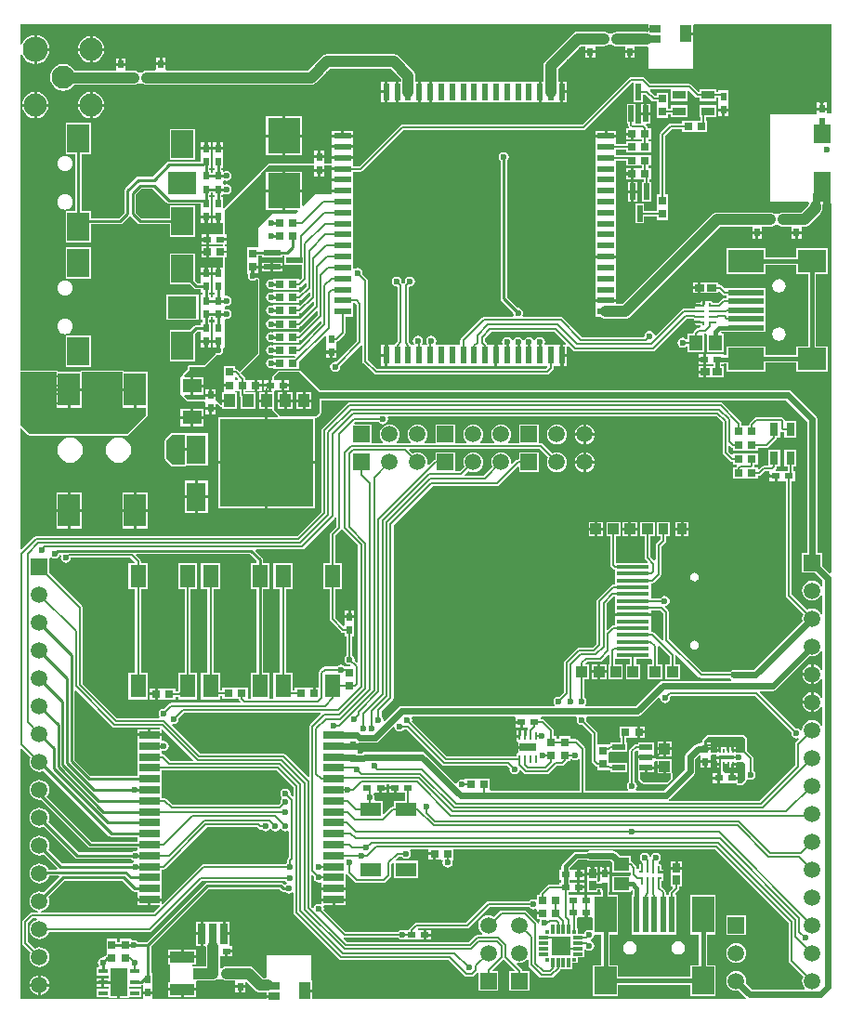
<source format=gtl>
G04*
G04 #@! TF.GenerationSoftware,Altium Limited,Altium Designer,18.1.9 (240)*
G04*
G04 Layer_Physical_Order=1*
G04 Layer_Color=255*
%FSLAX44Y44*%
%MOMM*%
G71*
G01*
G75*
%ADD13C,0.2000*%
%ADD14C,0.2540*%
%ADD19R,0.7000X0.9000*%
%ADD20R,0.5000X1.5000*%
%ADD21R,0.6000X0.8000*%
%ADD22R,0.8000X0.7000*%
%ADD23R,0.7000X0.8000*%
%ADD24R,0.8000X0.6000*%
%ADD25R,2.0000X3.0000*%
%ADD26R,1.0000X1.2000*%
%ADD27R,8.4500X8.0000*%
%ADD28R,1.8000X1.3000*%
%ADD29R,1.7500X2.6500*%
%ADD30R,1.5000X0.5000*%
%ADD31R,1.0000X0.6500*%
%ADD32R,1.0000X1.6000*%
%ADD33R,3.0000X3.2000*%
%ADD34R,1.2000X0.8000*%
%ADD35R,1.5000X0.7500*%
%ADD36R,0.2000X0.7000*%
%ADD37R,1.0000X1.0000*%
%ADD38R,1.0000X1.0000*%
%ADD39R,1.2000X0.5500*%
%ADD40R,0.9000X1.0000*%
%ADD41R,3.0000X0.3200*%
%ADD42R,1.6000X2.7000*%
%ADD43R,1.6000X1.8000*%
G04:AMPARAMS|DCode=44|XSize=0.2mm|YSize=0.4mm|CornerRadius=0.02mm|HoleSize=0mm|Usage=FLASHONLY|Rotation=180.000|XOffset=0mm|YOffset=0mm|HoleType=Round|Shape=RoundedRectangle|*
%AMROUNDEDRECTD44*
21,1,0.2000,0.3600,0,0,180.0*
21,1,0.1600,0.4000,0,0,180.0*
1,1,0.0400,-0.0800,0.1800*
1,1,0.0400,0.0800,0.1800*
1,1,0.0400,0.0800,-0.1800*
1,1,0.0400,-0.0800,-0.1800*
%
%ADD44ROUNDEDRECTD44*%
G04:AMPARAMS|DCode=45|XSize=0.2mm|YSize=0.7mm|CornerRadius=0.02mm|HoleSize=0mm|Usage=FLASHONLY|Rotation=270.000|XOffset=0mm|YOffset=0mm|HoleType=Round|Shape=RoundedRectangle|*
%AMROUNDEDRECTD45*
21,1,0.2000,0.6600,0,0,270.0*
21,1,0.1600,0.7000,0,0,270.0*
1,1,0.0400,-0.3300,-0.0800*
1,1,0.0400,-0.3300,0.0800*
1,1,0.0400,0.3300,0.0800*
1,1,0.0400,0.3300,-0.0800*
%
%ADD45ROUNDEDRECTD45*%
%ADD46R,0.9000X0.7000*%
%ADD47R,2.5000X2.0000*%
%ADD48R,3.3000X2.0000*%
%ADD49R,3.3000X0.5000*%
%ADD50R,1.2000X1.4000*%
%ADD51R,2.6000X2.0000*%
%ADD52R,2.0000X2.5000*%
%ADD53R,2.0000X2.5500*%
%ADD54R,0.8000X1.2000*%
%ADD55R,2.2000X1.0500*%
%ADD56R,1.0500X1.0000*%
%ADD57R,1.4000X2.1000*%
%ADD58R,0.7000X1.8500*%
%ADD59R,1.8500X0.7000*%
G04:AMPARAMS|DCode=60|XSize=0.2mm|YSize=0.4mm|CornerRadius=0.02mm|HoleSize=0mm|Usage=FLASHONLY|Rotation=90.000|XOffset=0mm|YOffset=0mm|HoleType=Round|Shape=RoundedRectangle|*
%AMROUNDEDRECTD60*
21,1,0.2000,0.3600,0,0,90.0*
21,1,0.1600,0.4000,0,0,90.0*
1,1,0.0400,0.1800,0.0800*
1,1,0.0400,0.1800,-0.0800*
1,1,0.0400,-0.1800,-0.0800*
1,1,0.0400,-0.1800,0.0800*
%
%ADD60ROUNDEDRECTD60*%
G04:AMPARAMS|DCode=61|XSize=0.2mm|YSize=0.7mm|CornerRadius=0.02mm|HoleSize=0mm|Usage=FLASHONLY|Rotation=180.000|XOffset=0mm|YOffset=0mm|HoleType=Round|Shape=RoundedRectangle|*
%AMROUNDEDRECTD61*
21,1,0.2000,0.6600,0,0,180.0*
21,1,0.1600,0.7000,0,0,180.0*
1,1,0.0400,-0.0800,0.3300*
1,1,0.0400,0.0800,0.3300*
1,1,0.0400,0.0800,-0.3300*
1,1,0.0400,-0.0800,-0.3300*
%
%ADD61ROUNDEDRECTD61*%
%ADD62R,1.4000X1.2000*%
%ADD63R,2.0000X3.3000*%
%ADD64R,0.5000X3.3000*%
%ADD65R,1.4400X0.4400*%
%ADD66R,0.2000X0.3500*%
%ADD67R,1.8000X1.8000*%
%ADD68R,0.3000X0.9000*%
%ADD69R,0.3000X0.3000*%
%ADD70R,0.3000X0.3000*%
%ADD71R,0.9000X0.3000*%
%ADD72R,1.9000X1.3000*%
%ADD73R,0.8500X0.4500*%
%ADD74R,1.6000X2.5000*%
%ADD136R,0.6000X1.6000*%
%ADD137R,1.6000X0.6000*%
%ADD138C,0.2032*%
%ADD139C,0.6000*%
%ADD140C,0.2030*%
%ADD141C,0.4000*%
%ADD142C,1.0000*%
%ADD143C,0.9000*%
%ADD144R,1.5000X1.5000*%
%ADD145C,1.5000*%
%ADD146R,1.5000X1.5000*%
%ADD147C,2.1000*%
%ADD148C,2.3000*%
%ADD149C,0.6000*%
G36*
X744392Y812365D02*
X741423Y812361D01*
X740524Y813258D01*
Y815730D01*
X731476D01*
Y812347D01*
X689000Y812290D01*
X689000Y732310D01*
X723653Y732302D01*
X724194Y731031D01*
X723644Y729703D01*
X723533Y728863D01*
X717250Y722580D01*
X713000D01*
X713000Y722580D01*
X701000D01*
X699297Y722356D01*
X697710Y721699D01*
X696831Y721024D01*
X695476D01*
Y721024D01*
X694524D01*
Y721024D01*
X693169D01*
X692290Y721699D01*
X690703Y722356D01*
X689000Y722580D01*
X640400D01*
X638697Y722356D01*
X637110Y721699D01*
X635747Y720653D01*
X553974Y638880D01*
X548624D01*
Y641030D01*
X539100D01*
X529576D01*
Y637776D01*
X529576Y637776D01*
Y636824D01*
X529576D01*
X529576Y636506D01*
Y627776D01*
X534348D01*
X534447Y627647D01*
X535810Y626601D01*
X537397Y625944D01*
X539100Y625720D01*
X556700D01*
X558403Y625944D01*
X559990Y626601D01*
X561353Y627647D01*
X643126Y709420D01*
X672476D01*
Y705270D01*
X677000D01*
X681524D01*
Y709420D01*
X689000D01*
X690703Y709644D01*
X692290Y710301D01*
X693169Y710976D01*
X694524D01*
Y710976D01*
X695476D01*
Y710976D01*
X696831D01*
X697710Y710301D01*
X699297Y709644D01*
X701000Y709420D01*
X708476D01*
Y705270D01*
X713000D01*
X717524D01*
Y709420D01*
X719976D01*
X721679Y709644D01*
X723266Y710301D01*
X724629Y711347D01*
X734653Y721371D01*
X735699Y722734D01*
X736356Y724321D01*
X736580Y726024D01*
Y728000D01*
X736422Y729206D01*
X737126Y730268D01*
X737411Y730476D01*
X737500D01*
Y740000D01*
X744000D01*
Y730476D01*
X744392D01*
Y394327D01*
X743122Y393801D01*
X736124Y400799D01*
Y412324D01*
X731713D01*
Y533971D01*
X731361Y535736D01*
X730362Y537233D01*
X708333Y559262D01*
X706836Y560261D01*
X705071Y560613D01*
X278720Y560613D01*
X261166Y578166D01*
X260000Y578650D01*
X241000D01*
X239834Y578166D01*
X235834Y574166D01*
X235350Y573000D01*
Y569678D01*
X235247Y569524D01*
X234270D01*
Y565000D01*
Y560476D01*
X234589D01*
X235350Y559578D01*
X234745Y558524D01*
X231270D01*
Y551000D01*
Y543476D01*
X235350D01*
Y543000D01*
X235834Y541834D01*
X240520Y537147D01*
X240034Y535974D01*
X231270D01*
Y495720D01*
X273774D01*
Y535350D01*
X275000D01*
X276166Y535834D01*
X279166Y538834D01*
X279650Y540000D01*
Y551387D01*
X703160Y551387D01*
X722487Y532060D01*
Y412324D01*
X718076D01*
Y394276D01*
X729601D01*
X736387Y387489D01*
Y382378D01*
X735117Y382125D01*
X734982Y382451D01*
X733536Y384336D01*
X731651Y385782D01*
X729456Y386692D01*
X727100Y387002D01*
X724744Y386692D01*
X722549Y385782D01*
X720664Y384336D01*
X719218Y382451D01*
X718308Y380256D01*
X717998Y377900D01*
X718308Y375544D01*
X719218Y373349D01*
X720664Y371464D01*
X722549Y370018D01*
X724744Y369108D01*
X727100Y368798D01*
X729456Y369108D01*
X731651Y370018D01*
X733536Y371464D01*
X734982Y373349D01*
X735117Y373675D01*
X736387Y373422D01*
Y356978D01*
X735117Y356725D01*
X734982Y357051D01*
X733536Y358936D01*
X731651Y360382D01*
X729456Y361292D01*
X727100Y361602D01*
X724744Y361292D01*
X722783Y360479D01*
X708590Y374673D01*
Y477876D01*
X711524D01*
Y486924D01*
X710050D01*
Y490986D01*
X712984D01*
Y506034D01*
X701936D01*
Y490986D01*
X704870D01*
Y486924D01*
X700476D01*
Y486924D01*
X699524D01*
Y486924D01*
X694092D01*
X693567Y488194D01*
X694291Y488919D01*
X694853Y489759D01*
X695050Y490750D01*
Y490986D01*
X697984D01*
Y506034D01*
X686936D01*
Y491590D01*
X683000D01*
X682009Y491393D01*
X681169Y490831D01*
X679084Y488746D01*
X677814Y489272D01*
Y490024D01*
X675358D01*
X674679Y491294D01*
X674683Y491299D01*
X674880Y492290D01*
Y492616D01*
X677814D01*
Y502664D01*
X666766D01*
Y502664D01*
X665814D01*
Y502664D01*
X654766D01*
Y502156D01*
X653593Y501670D01*
X650634Y504629D01*
Y509644D01*
X651807Y510130D01*
X653429Y508509D01*
X654269Y507947D01*
X654766Y507849D01*
Y505316D01*
X665496D01*
X665814Y505316D01*
X666766D01*
X667084Y505316D01*
X677814D01*
Y507750D01*
X685340D01*
X686331Y507947D01*
X687171Y508509D01*
X694291Y515629D01*
X694853Y516469D01*
X695035Y517386D01*
X697984D01*
Y522557D01*
X699254Y523083D01*
X699259Y523079D01*
X700099Y522517D01*
X701090Y522320D01*
X701936D01*
Y517386D01*
X712984D01*
Y532434D01*
X702590D01*
Y532540D01*
X702393Y533531D01*
X701831Y534371D01*
X700873Y535329D01*
X700033Y535891D01*
X699042Y536088D01*
X676498D01*
X675507Y535891D01*
X674667Y535329D01*
X670459Y531121D01*
X669897Y530281D01*
X669700Y529290D01*
Y528064D01*
X667084D01*
X666766Y528064D01*
X665814D01*
X665496Y528064D01*
X662880D01*
Y530310D01*
X662683Y531301D01*
X662121Y532141D01*
X645779Y548483D01*
X644939Y549045D01*
X643948Y549242D01*
X305594D01*
X304603Y549045D01*
X303763Y548483D01*
X280917Y525637D01*
X280355Y524797D01*
X280158Y523806D01*
Y449821D01*
X257927Y427590D01*
X20000D01*
X19009Y427393D01*
X18169Y426831D01*
X6781Y415443D01*
X5608Y415930D01*
Y525400D01*
X6781Y525886D01*
X12834Y519834D01*
X14000Y519350D01*
X103000D01*
X104166Y519834D01*
X121166Y536833D01*
X121650Y538000D01*
Y544476D01*
X121524Y544779D01*
Y577524D01*
X99909D01*
X99642Y578166D01*
X98476Y578650D01*
X61524D01*
X60358Y578166D01*
X60092Y577524D01*
X39908D01*
X39642Y578166D01*
X38476Y578650D01*
X5608D01*
Y866463D01*
X6878Y866715D01*
X7824Y864432D01*
X9911Y861711D01*
X12632Y859624D01*
X15800Y858311D01*
X17930Y858031D01*
Y871000D01*
Y883969D01*
X15800Y883689D01*
X12632Y882376D01*
X9911Y880289D01*
X7824Y877568D01*
X6878Y875285D01*
X5608Y875537D01*
Y894392D01*
X577706D01*
Y887963D01*
X576436Y886849D01*
X576000Y886906D01*
X549000D01*
X547297Y886682D01*
X545710Y886025D01*
X545318Y885724D01*
X543476D01*
X543476Y885724D01*
X542524D01*
Y885724D01*
X542206Y885724D01*
X541169D01*
X540290Y886399D01*
X538703Y887056D01*
X537000Y887280D01*
X513700D01*
X511997Y887056D01*
X510410Y886399D01*
X509047Y885353D01*
X484447Y860753D01*
X483401Y859390D01*
X482744Y857803D01*
X482520Y856100D01*
Y841824D01*
X480370D01*
Y832300D01*
Y822776D01*
X483624D01*
X483624Y822776D01*
X484576D01*
Y822776D01*
X484894Y822776D01*
X493306D01*
X493624Y822776D01*
Y822776D01*
X494576D01*
Y822776D01*
X497830D01*
Y832300D01*
Y841824D01*
X495680D01*
Y853374D01*
X516426Y874120D01*
X520476D01*
Y869970D01*
X525000D01*
X529524D01*
Y874120D01*
X537000D01*
X538703Y874344D01*
X540290Y875001D01*
X541169Y875676D01*
X542524D01*
Y875676D01*
X543476D01*
X544649Y875441D01*
X545710Y874627D01*
X547297Y873970D01*
X549000Y873746D01*
X556476D01*
Y869970D01*
X561000D01*
X565524D01*
Y873746D01*
X576000D01*
X577090Y873889D01*
X578360Y872994D01*
X578360Y853121D01*
X619000Y853111D01*
X619000Y893494D01*
X619898Y894392D01*
X744392D01*
Y812365D01*
D02*
G37*
G36*
X734500Y727000D02*
X728000D01*
Y740000D01*
X734500D01*
Y727000D01*
D02*
G37*
G36*
X98476Y562270D02*
X110000D01*
Y561000D01*
X111270D01*
Y544476D01*
X120000D01*
Y538000D01*
X103000Y521000D01*
X14000D01*
X5608Y529392D01*
Y577000D01*
X38476D01*
Y562270D01*
X50000D01*
X61524D01*
Y577000D01*
X98476D01*
Y562270D01*
D02*
G37*
G36*
X278000Y559000D02*
Y540000D01*
X275000Y537000D01*
X243000Y537000D01*
X237000Y543000D01*
Y559578D01*
X237847Y560424D01*
X238270Y560476D01*
X239476Y560476D01*
X239794Y560476D01*
X243730D01*
Y565000D01*
Y569524D01*
X239794D01*
X239476Y569524D01*
X238524D01*
X238270Y569524D01*
X237000Y569678D01*
Y573000D01*
X241000Y577000D01*
X260000D01*
X278000Y559000D01*
D02*
G37*
G36*
X645454Y531425D02*
Y503556D01*
X645651Y502565D01*
X646213Y501725D01*
X652129Y495809D01*
X652969Y495247D01*
X653960Y495050D01*
X654766D01*
Y492616D01*
X658294D01*
X658780Y491443D01*
X658459Y491121D01*
X657897Y490281D01*
X657846Y490024D01*
X654766D01*
Y479976D01*
X665814D01*
Y479976D01*
X666766D01*
Y479976D01*
X677814D01*
Y482410D01*
X679000D01*
X679991Y482607D01*
X680831Y483169D01*
X684073Y486410D01*
X688476D01*
Y483670D01*
X694000D01*
Y482400D01*
X695270D01*
Y477876D01*
X699524D01*
Y477876D01*
X700476D01*
Y477876D01*
X703410D01*
Y373600D01*
X703607Y372609D01*
X704169Y371769D01*
X719121Y356817D01*
X718308Y354856D01*
X717998Y352500D01*
X718298Y350221D01*
X673689Y305613D01*
X655600D01*
X653835Y305261D01*
X652338Y304262D01*
X651889Y303589D01*
X626972D01*
X596659Y333902D01*
Y357930D01*
X596462Y358921D01*
X595900Y359761D01*
X592887Y362774D01*
X593359Y364099D01*
X594565Y364338D01*
X596062Y365338D01*
X597062Y366835D01*
X597413Y368600D01*
X597062Y370365D01*
X596062Y371862D01*
X594565Y372862D01*
X592800Y373213D01*
X591035Y372862D01*
X589538Y371862D01*
X589090Y371190D01*
X580524D01*
Y377876D01*
Y384610D01*
X581200D01*
X582191Y384807D01*
X583031Y385369D01*
X588831Y391169D01*
X589393Y392009D01*
X589590Y393000D01*
Y417927D01*
X593331Y421669D01*
X593893Y422509D01*
X594090Y423500D01*
Y427476D01*
X597524D01*
Y440524D01*
X585476D01*
Y427476D01*
X588910D01*
Y424573D01*
X585169Y420831D01*
X584607Y419991D01*
X584410Y419000D01*
Y406048D01*
X583140Y405522D01*
X579590Y409073D01*
Y427476D01*
X583524D01*
Y440524D01*
X570476D01*
Y427476D01*
X574410D01*
Y408000D01*
X574607Y407009D01*
X575169Y406169D01*
X577440Y403897D01*
X576954Y402724D01*
X548590D01*
Y427476D01*
X552524D01*
Y440524D01*
X539476D01*
Y427476D01*
X543410D01*
Y401300D01*
X543607Y400309D01*
X544169Y399469D01*
X545869Y397769D01*
X546709Y397207D01*
X547476Y397055D01*
Y390276D01*
Y383590D01*
X545900D01*
X544909Y383393D01*
X544069Y382831D01*
X531562Y370325D01*
X531001Y369485D01*
X530804Y368494D01*
Y329467D01*
X527327Y325990D01*
X514800D01*
X513809Y325793D01*
X512969Y325231D01*
X501562Y313825D01*
X501001Y312985D01*
X500804Y311994D01*
Y285466D01*
X496792Y281455D01*
X496000Y281613D01*
X494235Y281262D01*
X492738Y280262D01*
X491739Y278765D01*
X491387Y277000D01*
X491739Y275235D01*
X492642Y273883D01*
X492477Y273249D01*
X492137Y272613D01*
X353000D01*
X351235Y272262D01*
X349738Y271262D01*
X337766Y259289D01*
X336596Y259915D01*
X336613Y260000D01*
X336261Y261765D01*
X335262Y263262D01*
X334590Y263710D01*
Y268127D01*
X344831Y278369D01*
X345393Y279209D01*
X345590Y280200D01*
Y437840D01*
X381160Y473410D01*
X440250D01*
X441241Y473607D01*
X442081Y474169D01*
X458903Y490990D01*
X460076Y490504D01*
Y485975D01*
X478124D01*
Y504023D01*
X460076D01*
Y497589D01*
X459249D01*
X458258Y497392D01*
X457418Y496830D01*
X453854Y493266D01*
X452651Y493859D01*
X452801Y495000D01*
X452491Y497356D01*
X451582Y499551D01*
X450135Y501436D01*
X448250Y502882D01*
X446055Y503792D01*
X443699Y504102D01*
X441343Y503792D01*
X439148Y502882D01*
X437263Y501436D01*
X435817Y499551D01*
X434907Y497356D01*
X434597Y495000D01*
X434907Y492644D01*
X435720Y490683D01*
X427626Y482590D01*
X411211D01*
X410725Y483763D01*
X413982Y487021D01*
X415943Y486208D01*
X418299Y485898D01*
X420655Y486208D01*
X422850Y487118D01*
X424735Y488564D01*
X426182Y490449D01*
X427091Y492644D01*
X427401Y495000D01*
X427091Y497356D01*
X426182Y499551D01*
X424735Y501436D01*
X422850Y502882D01*
X420655Y503792D01*
X418299Y504102D01*
X415943Y503792D01*
X413748Y502882D01*
X411863Y501436D01*
X410417Y499551D01*
X409507Y497356D01*
X409197Y495000D01*
X409507Y492644D01*
X410320Y490683D01*
X406227Y486590D01*
X401923D01*
Y504024D01*
X383875D01*
Y497565D01*
X383009Y497393D01*
X382169Y496831D01*
X377774Y492437D01*
X376406Y492666D01*
X376309Y492767D01*
X376603Y495001D01*
X376292Y497356D01*
X375383Y499552D01*
X373937Y501437D01*
X372052Y502883D01*
X369856Y503792D01*
X367501Y504103D01*
X365145Y503792D01*
X363184Y502980D01*
X359926Y506238D01*
X360412Y507411D01*
X478427D01*
X486521Y499317D01*
X485708Y497355D01*
X485398Y494999D01*
X485708Y492644D01*
X486618Y490448D01*
X488064Y488563D01*
X489949Y487117D01*
X492144Y486208D01*
X494500Y485897D01*
X496856Y486208D01*
X499051Y487117D01*
X500936Y488563D01*
X502383Y490448D01*
X503292Y492644D01*
X503602Y494999D01*
X503292Y497355D01*
X502383Y499550D01*
X500936Y501435D01*
X499051Y502882D01*
X496856Y503791D01*
X494500Y504101D01*
X492144Y503791D01*
X490182Y502978D01*
X481330Y511830D01*
X480490Y512392D01*
X479499Y512589D01*
X478124D01*
Y529424D01*
X460076D01*
Y512589D01*
X450319D01*
X449911Y513791D01*
X450135Y513963D01*
X451582Y515848D01*
X452491Y518044D01*
X452801Y520399D01*
X452491Y522755D01*
X451582Y524950D01*
X450135Y526835D01*
X448250Y528282D01*
X446055Y529191D01*
X443699Y529501D01*
X441343Y529191D01*
X439148Y528282D01*
X437263Y526835D01*
X435817Y524950D01*
X434907Y522755D01*
X434597Y520399D01*
X434907Y518044D01*
X435817Y515848D01*
X437263Y513963D01*
X437487Y513791D01*
X437079Y512589D01*
X424919D01*
X424511Y513791D01*
X424735Y513963D01*
X426182Y515848D01*
X427091Y518044D01*
X427401Y520399D01*
X427091Y522755D01*
X426182Y524950D01*
X424735Y526835D01*
X422850Y528282D01*
X420655Y529191D01*
X418299Y529501D01*
X415943Y529191D01*
X413748Y528282D01*
X411863Y526835D01*
X410417Y524950D01*
X409507Y522755D01*
X409197Y520399D01*
X409507Y518044D01*
X410417Y515848D01*
X411863Y513963D01*
X412087Y513791D01*
X411679Y512589D01*
X401923D01*
Y529423D01*
X383875D01*
Y512589D01*
X374119D01*
X373711Y513791D01*
X373937Y513965D01*
X375383Y515850D01*
X376292Y518045D01*
X376603Y520401D01*
X376292Y522757D01*
X375383Y524952D01*
X373937Y526837D01*
X372052Y528283D01*
X369856Y529193D01*
X367501Y529503D01*
X365145Y529193D01*
X362950Y528283D01*
X361065Y526837D01*
X359618Y524952D01*
X358709Y522757D01*
X358399Y520401D01*
X358709Y518045D01*
X359618Y515850D01*
X361065Y513965D01*
X361291Y513791D01*
X360883Y512589D01*
X348719D01*
X348311Y513791D01*
X348537Y513965D01*
X349983Y515850D01*
X350892Y518045D01*
X351203Y520401D01*
X350892Y522757D01*
X349983Y524952D01*
X348537Y526837D01*
X346652Y528283D01*
X344456Y529193D01*
X342101Y529503D01*
X339745Y529193D01*
X337550Y528283D01*
X335665Y526837D01*
X334218Y524952D01*
X333309Y522757D01*
X332999Y520401D01*
X333309Y518045D01*
X334218Y515850D01*
X335665Y513965D01*
X335891Y513791D01*
X335483Y512589D01*
X325725D01*
Y529425D01*
X310340D01*
X309855Y530553D01*
X310558Y531410D01*
X332290D01*
X332738Y530738D01*
X334235Y529739D01*
X336000Y529387D01*
X337765Y529739D01*
X339262Y530738D01*
X340261Y532235D01*
X340613Y534000D01*
X340278Y535680D01*
X340287Y535959D01*
X340817Y536950D01*
X639930D01*
X645454Y531425D01*
D02*
G37*
G36*
X292808Y444629D02*
X293410Y444432D01*
Y436073D01*
X288029Y430691D01*
X287467Y429851D01*
X287270Y428860D01*
Y402944D01*
X281336D01*
Y378896D01*
X287270D01*
Y351940D01*
X287467Y350949D01*
X288029Y350109D01*
X297989Y340149D01*
X298829Y339587D01*
X299820Y339390D01*
X300936D01*
Y336456D01*
X303004D01*
Y318710D01*
X302332Y318262D01*
X301333Y316765D01*
X300982Y315000D01*
X301333Y313235D01*
X302332Y311738D01*
X303829Y310739D01*
X305594Y310387D01*
X305982Y310465D01*
X306425Y309974D01*
X305861Y308704D01*
X301352D01*
X300980Y309262D01*
X299483Y310261D01*
X297718Y310613D01*
X295953Y310261D01*
X294457Y309262D01*
X294008Y308590D01*
X283000D01*
X282009Y308393D01*
X281169Y307831D01*
X278169Y304831D01*
X277607Y303991D01*
X277410Y303000D01*
Y289504D01*
X274630D01*
Y284480D01*
X272090D01*
Y289504D01*
X267836D01*
Y289504D01*
X266884D01*
Y289504D01*
X255836D01*
Y287070D01*
X253384D01*
Y302944D01*
X247450D01*
Y378896D01*
X253384D01*
Y402944D01*
X236336D01*
Y378896D01*
X242270D01*
Y302944D01*
X236336D01*
Y279590D01*
X232344D01*
Y302940D01*
X226669D01*
Y378892D01*
X232344D01*
Y402940D01*
X226669D01*
Y406258D01*
X226669Y406258D01*
X226452Y407348D01*
X225834Y408272D01*
X225834Y408272D01*
X219982Y414125D01*
X220468Y415298D01*
X261946D01*
X262937Y415495D01*
X263777Y416057D01*
X291691Y443971D01*
X292140Y444643D01*
X292808Y444629D01*
D02*
G37*
G36*
X547476Y365476D02*
Y357470D01*
X580524D01*
Y359811D01*
X588528D01*
X591481Y356858D01*
Y332963D01*
X591170Y332711D01*
X590278Y332371D01*
X583217Y339431D01*
X582377Y339993D01*
X581386Y340190D01*
X580524D01*
Y353076D01*
Y354930D01*
X547476D01*
Y353076D01*
Y346390D01*
X545800D01*
X544809Y346193D01*
X543969Y345631D01*
X540763Y342426D01*
X539590Y342912D01*
Y365927D01*
X545873Y372210D01*
X547476D01*
Y365476D01*
D02*
G37*
G36*
X736387Y322622D02*
Y306178D01*
X735117Y305925D01*
X734982Y306251D01*
X733536Y308136D01*
X731651Y309582D01*
X729456Y310492D01*
X728370Y310635D01*
Y301700D01*
Y292765D01*
X729456Y292908D01*
X731651Y293818D01*
X733536Y295264D01*
X734982Y297149D01*
X735117Y297475D01*
X736387Y297222D01*
Y280778D01*
X735117Y280525D01*
X734982Y280851D01*
X733536Y282736D01*
X731651Y284182D01*
X729456Y285092D01*
X728370Y285235D01*
Y276300D01*
Y267365D01*
X729456Y267508D01*
X731651Y268418D01*
X733536Y269864D01*
X734982Y271749D01*
X735117Y272075D01*
X736387Y271822D01*
Y255378D01*
X735117Y255125D01*
X734982Y255451D01*
X733536Y257336D01*
X731651Y258782D01*
X729456Y259692D01*
X727100Y260002D01*
X724744Y259692D01*
X722549Y258782D01*
X720664Y257336D01*
X719218Y255451D01*
X718308Y253256D01*
X718003Y250941D01*
X717904Y250870D01*
X716770Y250501D01*
X716262Y251262D01*
X714765Y252262D01*
X713000Y252613D01*
X712207Y252455D01*
X679365Y285297D01*
X679891Y286567D01*
X691180D01*
X692945Y286919D01*
X694442Y287918D01*
X724821Y318298D01*
X727100Y317998D01*
X729456Y318308D01*
X731651Y319218D01*
X733536Y320664D01*
X734982Y322549D01*
X735117Y322875D01*
X736387Y322622D01*
D02*
G37*
G36*
X299283Y433056D02*
X313411Y418928D01*
Y312505D01*
X312238Y312019D01*
X310049Y314207D01*
X310207Y315000D01*
X309856Y316765D01*
X308856Y318262D01*
X308184Y318710D01*
Y336456D01*
X309984D01*
Y347186D01*
X309984Y347504D01*
Y348456D01*
X309984Y348774D01*
Y352710D01*
X300936D01*
Y348774D01*
X300936Y348456D01*
Y347504D01*
X300936Y347186D01*
Y346323D01*
X299666Y345797D01*
X292450Y353013D01*
Y378896D01*
X298384D01*
Y402944D01*
X292450D01*
Y427787D01*
X297718Y433056D01*
X298093Y433169D01*
X298903Y433169D01*
X299283Y433056D01*
D02*
G37*
G36*
X597410Y317913D02*
Y310524D01*
X593476D01*
Y297476D01*
X606524D01*
Y310524D01*
X602590D01*
Y318853D01*
X602900Y319104D01*
X603793Y319446D01*
X624069Y299170D01*
X624909Y298608D01*
X625900Y298411D01*
X651889D01*
X652338Y297738D01*
X653350Y297063D01*
X652964Y295793D01*
X591380D01*
X589615Y295441D01*
X588118Y294442D01*
X566289Y272613D01*
X520853D01*
X520512Y273266D01*
X520354Y273883D01*
X521261Y275241D01*
X521613Y277006D01*
X521261Y278771D01*
X520262Y280268D01*
X519590Y280717D01*
Y297476D01*
X523524D01*
Y310524D01*
X520983D01*
X520456Y311794D01*
X522073Y313410D01*
X534000D01*
X534991Y313607D01*
X535831Y314169D01*
X541237Y319574D01*
X542410Y319088D01*
Y310524D01*
X541476D01*
Y297476D01*
X554524D01*
Y310524D01*
X547590D01*
Y315876D01*
X561410D01*
Y310524D01*
X557476D01*
Y297476D01*
X570524D01*
Y310524D01*
X566590D01*
Y315876D01*
X580524D01*
X581410Y314973D01*
Y310524D01*
X577476D01*
Y297476D01*
X590524D01*
Y310524D01*
X586590D01*
Y326938D01*
X587292Y327377D01*
X587833Y327491D01*
X597410Y317913D01*
D02*
G37*
G36*
X220971Y405078D02*
Y402940D01*
X215296D01*
Y378892D01*
X220971D01*
Y302940D01*
X215296D01*
Y279590D01*
X212844D01*
Y289504D01*
X202114D01*
X201796Y289504D01*
X200844D01*
X200526Y289504D01*
X189796D01*
Y287070D01*
X187344D01*
Y302940D01*
X181410D01*
Y378892D01*
X187344D01*
Y402940D01*
X170296D01*
Y378892D01*
X176230D01*
Y302940D01*
X170296D01*
Y278892D01*
X187344D01*
Y281890D01*
X189796D01*
Y279456D01*
X200526D01*
X200844Y279456D01*
X201796D01*
X202114Y279456D01*
X204775D01*
X204927Y278689D01*
X205489Y277849D01*
X206574Y276763D01*
X206088Y275590D01*
X143160D01*
X142169Y275393D01*
X141329Y274831D01*
X136873Y270375D01*
X136080Y270533D01*
X134315Y270182D01*
X132818Y269182D01*
X131819Y267685D01*
X131467Y265920D01*
X131819Y264155D01*
X132622Y262952D01*
X132168Y261682D01*
X94010D01*
X62590Y293102D01*
Y362600D01*
X62393Y363591D01*
X61831Y364431D01*
X32024Y394239D01*
Y407526D01*
X33258Y408622D01*
X33514Y408591D01*
X33738Y408254D01*
X35235Y407254D01*
X37000Y406903D01*
X38765Y407254D01*
X40262Y408254D01*
X41262Y409751D01*
X41386Y410376D01*
X41672Y410418D01*
X41881Y410290D01*
X42642Y409278D01*
X42387Y408000D01*
X42738Y406235D01*
X43738Y404738D01*
X45235Y403739D01*
X47000Y403387D01*
X48765Y403739D01*
X50262Y404738D01*
X51262Y406235D01*
X51549Y407678D01*
X105927D01*
X109391Y404214D01*
X108865Y402944D01*
X104256D01*
Y378896D01*
X110190D01*
Y302944D01*
X104256D01*
Y278896D01*
X121304D01*
Y302944D01*
X115370D01*
Y378896D01*
X121304D01*
Y402944D01*
X115370D01*
Y404488D01*
X115173Y405479D01*
X114611Y406319D01*
X110875Y410056D01*
X111361Y411229D01*
X214820Y411229D01*
X220971Y405078D01*
D02*
G37*
G36*
X708545Y248792D02*
X708387Y248000D01*
X708738Y246235D01*
X709738Y244738D01*
X711235Y243738D01*
X713000Y243387D01*
X714409Y243668D01*
X715066Y242528D01*
X712169Y239631D01*
X711607Y238791D01*
X711410Y237800D01*
Y218502D01*
X679166Y186258D01*
X596729D01*
X596343Y187528D01*
X597138Y188058D01*
X619262Y210182D01*
X620261Y211679D01*
X620613Y213444D01*
Y224689D01*
X623595Y227672D01*
X625184Y227577D01*
X625476Y227206D01*
Y223270D01*
X630000D01*
X634524D01*
Y227080D01*
X634524Y227524D01*
X635452Y228350D01*
X640076D01*
Y227270D01*
X648800D01*
Y224730D01*
X640076D01*
Y222276D01*
X640276D01*
Y221170D01*
X642800D01*
Y218630D01*
X640276D01*
Y216626D01*
X643739D01*
Y214211D01*
X644222Y213045D01*
X644370Y212897D01*
X643884Y211724D01*
X643270D01*
Y207200D01*
Y202676D01*
X647524D01*
X647524Y202676D01*
X648476D01*
Y202676D01*
X648794Y202676D01*
X656669D01*
X657903Y202371D01*
X658170Y201961D01*
X658358Y201510D01*
X658506Y201448D01*
X658594Y201314D01*
X659584Y200638D01*
X660062Y200537D01*
X660514Y200350D01*
X662473D01*
X663639Y200834D01*
X667166Y204361D01*
X667566Y205326D01*
X668365Y205765D01*
X668920Y205949D01*
X669235Y205739D01*
X671000Y205387D01*
X672765Y205739D01*
X674262Y206738D01*
X675262Y208235D01*
X675613Y210000D01*
X675262Y211765D01*
X674262Y213262D01*
X673590Y213710D01*
Y225000D01*
X673393Y225991D01*
X672831Y226831D01*
X667650Y232013D01*
X667649Y242800D01*
X667332Y243566D01*
X667166Y243967D01*
X665166Y245966D01*
X664000Y246450D01*
X632500D01*
X631334Y245966D01*
X627231Y241864D01*
X627105Y241561D01*
X626873Y241329D01*
Y241000D01*
X626748Y240697D01*
X626215Y239756D01*
X625723Y239524D01*
X625476D01*
Y238613D01*
X623400D01*
X621635Y238262D01*
X620138Y237262D01*
X612738Y229862D01*
X611739Y228365D01*
X611387Y226600D01*
Y215355D01*
X591965Y195933D01*
X567018D01*
X566505Y197203D01*
X567262Y198335D01*
X567613Y200100D01*
X567262Y201865D01*
X566262Y203362D01*
X565590Y203811D01*
Y230927D01*
X567006Y232344D01*
X568276Y231817D01*
X568276Y231326D01*
Y230374D01*
X568276Y230056D01*
Y227370D01*
X575800D01*
X583324D01*
Y230056D01*
X583324Y230374D01*
Y231326D01*
X583324Y231644D01*
Y239874D01*
X568276D01*
Y238190D01*
X566600D01*
X565609Y237993D01*
X564769Y237431D01*
X561169Y233831D01*
X560607Y232991D01*
X560410Y232000D01*
Y203811D01*
X559738Y203362D01*
X558739Y201865D01*
X558387Y200100D01*
X558739Y198335D01*
X559495Y197203D01*
X558982Y195933D01*
X520589D01*
Y233650D01*
X520392Y234641D01*
X519831Y235480D01*
X513480Y241831D01*
X512641Y242392D01*
X511650Y242589D01*
X506824D01*
Y245524D01*
X496776D01*
Y242589D01*
X494024D01*
Y245524D01*
X491589D01*
Y250230D01*
X491392Y251220D01*
X490830Y252060D01*
X483060Y259830D01*
X482220Y260392D01*
X481230Y260589D01*
X480622D01*
X479882Y261328D01*
X479895Y262686D01*
X480636Y263387D01*
X512295D01*
X512974Y262117D01*
X512738Y261765D01*
X512387Y260000D01*
X512738Y258235D01*
X513738Y256738D01*
X515235Y255739D01*
X517000Y255387D01*
X517793Y255545D01*
X526410Y246927D01*
Y222561D01*
X526607Y221570D01*
X527169Y220730D01*
X529730Y218169D01*
X530570Y217607D01*
X531176Y217487D01*
Y214476D01*
X541224D01*
X541224Y214476D01*
X542209Y214207D01*
X543200Y214010D01*
X543276D01*
Y212326D01*
X558324D01*
Y220874D01*
X543276D01*
Y220874D01*
X542494Y220575D01*
X541224Y221264D01*
Y225524D01*
X541224D01*
Y226476D01*
X541224D01*
Y230489D01*
X542039Y231060D01*
X543276Y231326D01*
Y231326D01*
X543276Y231326D01*
X558324D01*
Y239874D01*
X557590D01*
Y243976D01*
X562406D01*
X562724Y243976D01*
X563676D01*
X563994Y243976D01*
X567930D01*
Y249000D01*
Y254024D01*
X563994D01*
X563676Y254024D01*
X562724D01*
X562406Y254024D01*
X551676D01*
Y243976D01*
X552410D01*
Y239874D01*
X543276D01*
Y238125D01*
X542609Y237993D01*
X542367Y237831D01*
X541224Y237524D01*
X541224Y237524D01*
Y237524D01*
X541224Y237524D01*
X531590D01*
Y248000D01*
X531393Y248991D01*
X530831Y249831D01*
X521455Y259207D01*
X521613Y260000D01*
X521261Y261765D01*
X521026Y262117D01*
X521705Y263387D01*
X568200D01*
X569965Y263738D01*
X571462Y264738D01*
X587184Y280461D01*
X587997Y280149D01*
X588409Y279890D01*
X588739Y278235D01*
X589738Y276738D01*
X591235Y275739D01*
X593000Y275387D01*
X594765Y275739D01*
X596262Y276738D01*
X597262Y278235D01*
X597613Y280000D01*
X597455Y280793D01*
X598553Y281890D01*
X675447D01*
X708545Y248792D01*
D02*
G37*
G36*
X279284Y265586D02*
X269725Y256027D01*
X269163Y255187D01*
X268966Y254196D01*
Y208466D01*
X267793Y207980D01*
X246825Y228947D01*
X245985Y229509D01*
X244994Y229706D01*
X169486D01*
X143875Y255316D01*
X144501Y256487D01*
X145000Y256387D01*
X146765Y256738D01*
X148262Y257738D01*
X149262Y259235D01*
X149613Y261000D01*
X149455Y261794D01*
X154517Y266856D01*
X278758D01*
X279284Y265586D01*
D02*
G37*
G36*
X456676Y262524D02*
X456676Y262117D01*
Y259270D01*
X462200D01*
Y258000D01*
X463470D01*
Y253476D01*
X467406D01*
X467935Y253142D01*
X468308Y251691D01*
X468111Y250700D01*
Y250524D01*
X466970D01*
Y245500D01*
X464430D01*
Y250524D01*
X461970D01*
Y245500D01*
X460700D01*
Y244230D01*
X458176D01*
Y240926D01*
X458176Y240926D01*
X458176Y240476D01*
X459176Y239824D01*
X459176Y239206D01*
Y236270D01*
X468200D01*
Y233730D01*
X459176D01*
X459176Y230176D01*
X458176Y229524D01*
X458176Y229074D01*
X458176Y229074D01*
Y227146D01*
X394517D01*
X362455Y259207D01*
X362613Y260000D01*
X362262Y261765D01*
X362026Y262117D01*
X362705Y263387D01*
X455764D01*
X456676Y262524D01*
D02*
G37*
G36*
X346772Y253452D02*
X346968Y252465D01*
X347968Y250968D01*
X349465Y249968D01*
X351230Y249617D01*
X352995Y249968D01*
X354491Y250968D01*
X354940Y251640D01*
X357669D01*
X390140Y219169D01*
X390980Y218607D01*
X391971Y218410D01*
X448927D01*
X451545Y215793D01*
X451387Y215000D01*
X451739Y213235D01*
X452738Y211738D01*
X454235Y210739D01*
X456000Y210387D01*
X457765Y210739D01*
X459262Y211738D01*
X460261Y213235D01*
X460435Y214107D01*
X461813Y214525D01*
X464725Y211613D01*
X465565Y211051D01*
X466556Y210854D01*
X485743D01*
X486734Y211051D01*
X487574Y211613D01*
X494372Y218410D01*
X499000D01*
X499991Y218607D01*
X500831Y219169D01*
X503631Y221969D01*
X503970Y222476D01*
X506824D01*
Y223938D01*
X506943Y224042D01*
X508094Y224501D01*
X509235Y223738D01*
X511000Y223387D01*
X512765Y223738D01*
X514141Y224658D01*
X514706Y224520D01*
X515411Y224173D01*
Y195933D01*
X434708D01*
X433524Y196141D01*
Y206189D01*
X422476D01*
Y206189D01*
X421524D01*
Y206189D01*
X410476D01*
Y206189D01*
X409206Y205537D01*
X408000Y205777D01*
X406235Y205426D01*
X404738Y204426D01*
X403739Y202930D01*
X403681Y202639D01*
X402303Y202221D01*
X374812Y229712D01*
X373315Y230711D01*
X371550Y231063D01*
X319900D01*
X318135Y230711D01*
X316638Y229712D01*
X316539Y229613D01*
X313840D01*
X312974Y230524D01*
Y231476D01*
X312974D01*
Y235730D01*
X308450D01*
Y238270D01*
X312974D01*
Y238502D01*
X314244Y239538D01*
X315000Y239387D01*
X329000D01*
X330765Y239739D01*
X332262Y240738D01*
X345394Y253871D01*
X346772Y253452D01*
D02*
G37*
G36*
X89633Y253705D02*
X90473Y253143D01*
X91464Y252946D01*
X132938D01*
X133056Y252744D01*
X132328Y251474D01*
X124420D01*
Y247720D01*
X133924D01*
Y251117D01*
X135074Y251763D01*
X163071Y223767D01*
X162584Y222594D01*
X142570D01*
X136883Y228281D01*
X136043Y228842D01*
X135053Y229039D01*
X133924D01*
Y231038D01*
X134616Y231746D01*
X135194Y232014D01*
X136080Y231837D01*
X137845Y232188D01*
X139342Y233188D01*
X140342Y234685D01*
X140693Y236450D01*
X140342Y238215D01*
X139342Y239712D01*
X137845Y240711D01*
X136080Y241063D01*
X135194Y240886D01*
X134685Y241103D01*
X133924Y241861D01*
Y245180D01*
X123150D01*
X112376D01*
Y241426D01*
Y231426D01*
Y221426D01*
Y209299D01*
X69489D01*
X55105Y223683D01*
Y286573D01*
X56278Y287059D01*
X89633Y253705D01*
D02*
G37*
G36*
X666000Y242800D02*
X666000Y232000D01*
X664000Y230000D01*
X662157D01*
X661765Y230261D01*
X660000Y230613D01*
X658594Y230333D01*
X657731Y230830D01*
X654800D01*
Y232100D01*
X653530D01*
Y235374D01*
X652070D01*
Y232100D01*
X649530D01*
Y235374D01*
X644070D01*
Y232100D01*
X642800D01*
Y230830D01*
X640276D01*
Y230000D01*
X634524D01*
Y232730D01*
X630000D01*
Y234000D01*
X628730D01*
Y239894D01*
X628397Y240697D01*
X632500Y244800D01*
X664000D01*
X666000Y242800D01*
D02*
G37*
G36*
X663900Y222000D02*
X666000Y219900D01*
X666000Y205527D01*
X662473Y202000D01*
X660514D01*
X659524Y202676D01*
Y205930D01*
X654000D01*
Y207200D01*
X652730D01*
Y211724D01*
X648476D01*
X647402Y212198D01*
X645389Y214211D01*
Y216626D01*
X645530D01*
Y219900D01*
X648070D01*
Y216626D01*
X649530D01*
Y219900D01*
X652070D01*
Y216626D01*
X653530D01*
Y219900D01*
X654800D01*
Y221170D01*
X657731D01*
X658594Y221667D01*
X660000Y221387D01*
X661765Y221738D01*
X662156Y222000D01*
X663900D01*
D02*
G37*
G36*
X254744Y198619D02*
Y190578D01*
X253571Y190091D01*
X251455Y192208D01*
X251613Y193000D01*
X251262Y194765D01*
X250262Y196262D01*
X248765Y197262D01*
X247000Y197613D01*
X245235Y197262D01*
X243738Y196262D01*
X242738Y194765D01*
X242387Y193000D01*
X242738Y191235D01*
X243715Y189773D01*
X243893Y189454D01*
Y188365D01*
X243738Y188261D01*
X242738Y186765D01*
X242387Y185000D01*
X242544Y184207D01*
X240933Y182596D01*
X144581D01*
X138895Y188281D01*
X138055Y188843D01*
X137064Y189040D01*
X133924D01*
Y201426D01*
Y213860D01*
X239503D01*
X254744Y198619D01*
D02*
G37*
G36*
X341536Y199390D02*
X347060D01*
Y198120D01*
X348330D01*
Y193596D01*
X352584D01*
Y193596D01*
X353536D01*
Y193596D01*
X356470D01*
Y186654D01*
X345686D01*
Y181220D01*
X344930D01*
X343939Y181023D01*
X343099Y180461D01*
X336907Y174270D01*
X335734Y174756D01*
Y186654D01*
X328706D01*
X328107Y187774D01*
X328261Y188005D01*
X328613Y189770D01*
X328261Y191535D01*
X327707Y192365D01*
X327661Y192500D01*
X328492Y193476D01*
X332530D01*
Y198000D01*
X333800D01*
Y199270D01*
X339324D01*
Y201410D01*
X341536D01*
Y199390D01*
D02*
G37*
G36*
X15021Y226117D02*
X14208Y224156D01*
X13898Y221800D01*
X14208Y219444D01*
X15118Y217249D01*
X16564Y215364D01*
X18449Y213918D01*
X20644Y213008D01*
X23000Y212698D01*
X25356Y213008D01*
X27058Y213713D01*
X86336Y154436D01*
X86336Y154436D01*
X87260Y153818D01*
X88350Y153601D01*
X88350Y153601D01*
X112376D01*
Y149299D01*
X70730D01*
X29709Y190320D01*
X30882Y191849D01*
X31792Y194044D01*
X32102Y196400D01*
X31792Y198756D01*
X30882Y200951D01*
X29436Y202836D01*
X27551Y204282D01*
X25356Y205192D01*
X23000Y205502D01*
X20644Y205192D01*
X18449Y204282D01*
X16564Y202836D01*
X15118Y200951D01*
X14208Y198756D01*
X13898Y196400D01*
X14208Y194044D01*
X15118Y191849D01*
X16564Y189964D01*
X18449Y188518D01*
X20644Y187608D01*
X23000Y187298D01*
X24478Y187493D01*
X67536Y144436D01*
X67536Y144436D01*
X68460Y143818D01*
X69550Y143601D01*
X69550Y143601D01*
X112376D01*
Y141861D01*
X111615Y141103D01*
X111106Y140886D01*
X110220Y141063D01*
X108455Y140711D01*
X106958Y139712D01*
X106683Y139299D01*
X58730D01*
X31087Y166942D01*
X31792Y168644D01*
X32102Y171000D01*
X31792Y173356D01*
X30882Y175551D01*
X29436Y177436D01*
X27551Y178882D01*
X25356Y179792D01*
X23000Y180102D01*
X20644Y179792D01*
X18449Y178882D01*
X16564Y177436D01*
X15118Y175551D01*
X14208Y173356D01*
X13898Y171000D01*
X14208Y168644D01*
X15118Y166449D01*
X16564Y164564D01*
X18449Y163118D01*
X20644Y162208D01*
X23000Y161898D01*
X25356Y162208D01*
X27058Y162913D01*
X55536Y134436D01*
X55536Y134436D01*
X56460Y133818D01*
X57550Y133601D01*
X57550Y133601D01*
X106683D01*
X106958Y133188D01*
X108455Y132189D01*
X108913Y132097D01*
Y130803D01*
X108455Y130711D01*
X106958Y129712D01*
X106683Y129299D01*
X43330D01*
X31087Y141542D01*
X31792Y143244D01*
X32102Y145600D01*
X31792Y147956D01*
X30882Y150151D01*
X29436Y152036D01*
X27551Y153482D01*
X25356Y154392D01*
X23000Y154702D01*
X20644Y154392D01*
X18449Y153482D01*
X16564Y152036D01*
X15118Y150151D01*
X14208Y147956D01*
X13898Y145600D01*
X14208Y143244D01*
X15118Y141049D01*
X16564Y139164D01*
X18449Y137718D01*
X20644Y136808D01*
X23000Y136498D01*
X25356Y136808D01*
X27058Y137513D01*
X39343Y125229D01*
X38816Y123959D01*
X31211D01*
X30882Y124751D01*
X29436Y126636D01*
X27551Y128082D01*
X25356Y128992D01*
X23000Y129302D01*
X20644Y128992D01*
X18449Y128082D01*
X16564Y126636D01*
X15118Y124751D01*
X14208Y122556D01*
X13898Y120200D01*
X14208Y117844D01*
X15118Y115649D01*
X16564Y113764D01*
X18449Y112318D01*
X20644Y111408D01*
X23000Y111098D01*
X25356Y111408D01*
X27551Y112318D01*
X29436Y113764D01*
X30882Y115649D01*
X31792Y117844D01*
X31847Y118261D01*
X40773D01*
X41259Y117088D01*
X27058Y102887D01*
X25356Y103592D01*
X23000Y103902D01*
X20644Y103592D01*
X18449Y102682D01*
X16564Y101236D01*
X15118Y99351D01*
X14208Y97156D01*
X13898Y94800D01*
X14208Y92444D01*
X15118Y90249D01*
X16564Y88364D01*
X18449Y86918D01*
X20644Y86008D01*
X21772Y85860D01*
X21689Y84590D01*
X16000D01*
X15009Y84393D01*
X14169Y83831D01*
X8169Y77831D01*
X7607Y76991D01*
X7410Y76000D01*
Y57000D01*
X7607Y56009D01*
X8169Y55169D01*
X15021Y48317D01*
X14208Y46356D01*
X13898Y44000D01*
X14208Y41644D01*
X15118Y39449D01*
X16564Y37564D01*
X18449Y36118D01*
X20644Y35208D01*
X23000Y34898D01*
X25356Y35208D01*
X27551Y36118D01*
X29436Y37564D01*
X30882Y39449D01*
X31792Y41644D01*
X32102Y44000D01*
X31792Y46356D01*
X30882Y48551D01*
X29436Y50436D01*
X27551Y51882D01*
X25356Y52792D01*
X23000Y53102D01*
X20644Y52792D01*
X18683Y51979D01*
X12590Y58073D01*
Y74927D01*
X17073Y79410D01*
X20408D01*
X20644Y78192D01*
X18449Y77282D01*
X16564Y75836D01*
X15118Y73951D01*
X14208Y71756D01*
X13898Y69400D01*
X14208Y67044D01*
X15118Y64849D01*
X16564Y62964D01*
X18449Y61518D01*
X20644Y60608D01*
X23000Y60298D01*
X25356Y60608D01*
X27551Y61518D01*
X29436Y62964D01*
X30882Y64849D01*
X31695Y66810D01*
X123180D01*
X124171Y67007D01*
X125011Y67569D01*
X170853Y113410D01*
X247289D01*
X247738Y112738D01*
X248831Y112008D01*
X248828Y111250D01*
X248723Y110644D01*
X247329Y109712D01*
X246008Y110021D01*
X245014Y111014D01*
X244090Y111632D01*
X243000Y111849D01*
X243000Y111849D01*
X175962D01*
X175962Y111849D01*
X174872Y111632D01*
X173948Y111014D01*
X173948Y111014D01*
X120820Y57887D01*
X112500D01*
X112224Y58300D01*
X110727Y59300D01*
X108962Y59651D01*
X107854Y59430D01*
X106584Y60301D01*
Y60562D01*
X96536D01*
Y57887D01*
X94034D01*
Y60562D01*
X83986D01*
Y49514D01*
X83986D01*
Y48562D01*
X83986D01*
Y45733D01*
X83668Y45670D01*
X82744Y45052D01*
X81347Y43656D01*
X80860Y43753D01*
X79095Y43401D01*
X77598Y42402D01*
X76599Y40905D01*
X76247Y39140D01*
X76599Y37375D01*
X77422Y36142D01*
X77106Y35208D01*
X76860Y34872D01*
X75086D01*
Y27324D01*
X85836D01*
Y24872D01*
X82130D01*
Y21098D01*
Y17324D01*
X85836D01*
Y14872D01*
X75086D01*
Y7324D01*
X85836D01*
Y7074D01*
X94090D01*
Y21098D01*
X96630D01*
Y7074D01*
X104884D01*
Y7324D01*
X115634D01*
Y14872D01*
X104884D01*
Y17324D01*
X115634D01*
X115660Y18249D01*
X115806Y18278D01*
X117076Y18276D01*
Y17324D01*
X117076Y17006D01*
Y13070D01*
X121600D01*
X126124D01*
Y17006D01*
X126124Y17324D01*
Y18276D01*
X126124Y18594D01*
Y29324D01*
X124879D01*
Y53888D01*
X177142Y106151D01*
X241820D01*
X243536Y104436D01*
X243536Y104436D01*
X244460Y103818D01*
X245550Y103601D01*
X245550Y103601D01*
X247053D01*
X247329Y103188D01*
X248825Y102189D01*
X250590Y101837D01*
X252355Y102189D01*
X253474Y102936D01*
X254744Y102412D01*
Y84582D01*
X254941Y83591D01*
X255503Y82751D01*
X295939Y42315D01*
X296779Y41754D01*
X297770Y41557D01*
X395781D01*
X410311Y27027D01*
X411151Y26465D01*
X412142Y26268D01*
X417045D01*
X418036Y26465D01*
X418876Y27027D01*
X421703Y29854D01*
X422973Y29328D01*
Y13276D01*
X441021D01*
Y31324D01*
X436646D01*
X436160Y32497D01*
X445121Y41458D01*
X446000Y42054D01*
X446880Y41458D01*
X455839Y32498D01*
X455353Y31325D01*
X451275D01*
Y13277D01*
X469323D01*
Y31325D01*
X462889D01*
Y31701D01*
X462692Y32692D01*
X462130Y33532D01*
X458048Y37614D01*
X458641Y38817D01*
X460299Y38599D01*
X462655Y38909D01*
X464850Y39818D01*
X466735Y41265D01*
X467141Y41794D01*
X468411Y41363D01*
Y36974D01*
X468608Y35983D01*
X469170Y35143D01*
X478599Y25714D01*
X479439Y25152D01*
X480430Y24955D01*
X489420D01*
X490411Y25152D01*
X491250Y25714D01*
X497331Y31793D01*
X497892Y32633D01*
X497922Y32786D01*
X508524D01*
Y38786D01*
X513524D01*
Y43786D01*
X519524D01*
Y50580D01*
X520474Y50946D01*
X520794Y51011D01*
X522235Y50048D01*
X524000Y49697D01*
X525765Y50048D01*
X527262Y51048D01*
X528261Y52545D01*
X528613Y54310D01*
X528261Y56075D01*
X527262Y57572D01*
X525765Y58572D01*
X525307Y58663D01*
Y59957D01*
X525765Y60048D01*
X527262Y61048D01*
X528261Y62545D01*
X528613Y64310D01*
X528815Y64556D01*
X535107D01*
Y36604D01*
X527176D01*
Y8556D01*
X550224D01*
Y18987D01*
X616176D01*
Y8556D01*
X639224D01*
Y36604D01*
X631293D01*
Y64556D01*
X639224D01*
Y100604D01*
X616176D01*
Y64556D01*
X624107D01*
Y36604D01*
X616176D01*
Y26173D01*
X550224D01*
Y36604D01*
X542293D01*
Y64556D01*
X550224D01*
Y100604D01*
X541893D01*
Y103056D01*
X542824D01*
Y113786D01*
X542824Y114104D01*
Y115056D01*
X542824Y115374D01*
Y119310D01*
X533776D01*
Y115374D01*
X533776Y115056D01*
X533776Y113943D01*
X533397Y112673D01*
X531824D01*
Y118810D01*
X526800D01*
X521776D01*
Y114056D01*
Y103056D01*
X531824D01*
Y105487D01*
X533776D01*
Y103056D01*
X534707D01*
Y100604D01*
X527761D01*
X527176Y100604D01*
X525939Y100524D01*
X522270D01*
Y96000D01*
X519730D01*
Y100524D01*
X515794D01*
X515476Y100524D01*
X514524D01*
X514206Y100524D01*
X504850D01*
Y103106D01*
X507466D01*
X507784Y103106D01*
X508736D01*
X509054Y103106D01*
X512990D01*
Y107630D01*
Y112154D01*
X509054D01*
X508736Y112154D01*
X507784D01*
X507466Y112154D01*
X505853D01*
Y114536D01*
X507466D01*
X507784Y114536D01*
X508736D01*
X509054Y114536D01*
X512990D01*
Y119060D01*
Y123584D01*
X509054D01*
X508736Y123584D01*
X507784D01*
X507466Y123584D01*
X505853D01*
Y125272D01*
X513438Y132857D01*
X522234D01*
X523235Y132189D01*
X525000Y131837D01*
X543419D01*
X544776Y130481D01*
Y120956D01*
X561824D01*
X562010Y119763D01*
Y119630D01*
X562104Y119158D01*
X561290Y118094D01*
X561137Y118004D01*
X544776D01*
Y102956D01*
X561824D01*
Y104505D01*
X563094Y105141D01*
X563607Y104758D01*
Y100604D01*
X563176D01*
Y64556D01*
X603224D01*
Y100604D01*
X603083D01*
X602556Y101874D01*
X605431Y104749D01*
X605993Y105589D01*
X606190Y106580D01*
Y108056D01*
X608624D01*
Y119056D01*
Y123810D01*
X603600D01*
X598576D01*
Y119056D01*
Y108056D01*
X599617D01*
X600144Y106786D01*
X597369Y104011D01*
X596807Y103171D01*
X596610Y102180D01*
Y100604D01*
X593790D01*
Y102980D01*
X593593Y103971D01*
X593031Y104811D01*
X589790Y108053D01*
Y113422D01*
X590000D01*
X590673Y113556D01*
X591243Y113937D01*
X591624Y114507D01*
X591758Y115180D01*
Y116780D01*
X591624Y117453D01*
X591272Y117979D01*
X591243Y118032D01*
Y118730D01*
Y119428D01*
X591272Y119481D01*
X591624Y120007D01*
X591664Y120210D01*
X588200D01*
Y122750D01*
X591664D01*
X591624Y122953D01*
X591243Y123523D01*
X590673Y123904D01*
X590000Y124038D01*
X589758D01*
Y127280D01*
X589624Y127953D01*
X589243Y128523D01*
X588673Y128904D01*
X588000Y129038D01*
X587503D01*
X587327Y129267D01*
X587609Y130983D01*
X587962Y131218D01*
X588961Y132715D01*
X589313Y134480D01*
X588961Y136245D01*
X587962Y137742D01*
X586465Y138742D01*
X584700Y139093D01*
X582935Y138742D01*
X581438Y137742D01*
X580438Y136245D01*
X580347Y135787D01*
X579053D01*
X578961Y136245D01*
X577962Y137742D01*
X576465Y138742D01*
X574700Y139093D01*
X572935Y138742D01*
X571438Y137742D01*
X570438Y136245D01*
X570087Y134480D01*
X570438Y132715D01*
X571438Y131218D01*
X572053Y130808D01*
X571668Y129538D01*
X571400D01*
X570727Y129404D01*
X570157Y129023D01*
X569776Y128453D01*
X569642Y127780D01*
Y124538D01*
X569400D01*
X568727Y124404D01*
X568460Y124225D01*
X567425Y124602D01*
X567190Y124788D01*
Y125580D01*
X566993Y126571D01*
X566431Y127411D01*
X563531Y130311D01*
X562691Y130873D01*
X561824Y131045D01*
Y136004D01*
X552299D01*
X548592Y139712D01*
X547095Y140711D01*
X545330Y141063D01*
X525000D01*
X523235Y140711D01*
X522234Y140043D01*
X511950D01*
X510575Y139769D01*
X509409Y138991D01*
X499719Y129301D01*
X498940Y128135D01*
X498667Y126760D01*
Y123584D01*
X496736D01*
Y114536D01*
X498667D01*
Y112154D01*
X496736D01*
Y110220D01*
X487728D01*
X486737Y110023D01*
X485897Y109461D01*
X479799Y103363D01*
X479237Y102523D01*
X479040Y101532D01*
Y101004D01*
X476106D01*
Y96713D01*
X474986Y96114D01*
X474765Y96262D01*
X473000Y96613D01*
X471235Y96262D01*
X469738Y95262D01*
X469290Y94590D01*
X432000D01*
X431009Y94393D01*
X430169Y93831D01*
X411927Y75590D01*
X366370D01*
X365379Y75393D01*
X364539Y74831D01*
X360169Y70461D01*
X359607Y69621D01*
X359451Y68834D01*
X356476D01*
X356476Y68834D01*
X355206Y68621D01*
X353690Y68923D01*
X351925Y68572D01*
X350428Y67572D01*
X349980Y66900D01*
X302313D01*
X282005Y87207D01*
X282163Y88000D01*
X281812Y89765D01*
X281550Y90156D01*
X282229Y91426D01*
X289880D01*
Y95180D01*
X280376D01*
Y92943D01*
X279106Y92303D01*
X277550Y92613D01*
X275785Y92261D01*
X274288Y91262D01*
X273288Y89765D01*
X273190Y89269D01*
X271812Y88851D01*
X270590Y90073D01*
Y118088D01*
X271763Y118574D01*
X273095Y117242D01*
X272937Y116450D01*
X273288Y114685D01*
X274288Y113188D01*
X275785Y112189D01*
X277550Y111837D01*
X279106Y112147D01*
X280102Y111645D01*
X280376Y111370D01*
Y107720D01*
X291150D01*
X301924D01*
Y111426D01*
Y119632D01*
X302453Y119811D01*
X303194Y119843D01*
X303635Y119182D01*
X310649Y112169D01*
X311489Y111607D01*
X312480Y111410D01*
X336530D01*
X337521Y111607D01*
X338361Y112169D01*
X342831Y116639D01*
X343393Y117479D01*
X343590Y118470D01*
Y128927D01*
X344513Y129850D01*
X345686Y129364D01*
Y115606D01*
X367734D01*
Y131654D01*
X347976D01*
X347490Y132827D01*
X350073Y135410D01*
X353289D01*
X353738Y134738D01*
X355235Y133738D01*
X357000Y133387D01*
X358765Y133738D01*
X360262Y134738D01*
X361261Y136235D01*
X361613Y138000D01*
X361261Y139765D01*
X360343Y141140D01*
X360482Y141709D01*
X360829Y142410D01*
X377476D01*
Y139270D01*
X383000D01*
Y138000D01*
X384270D01*
Y132976D01*
X388524D01*
Y132976D01*
X389476D01*
X390414Y132453D01*
X390742Y131930D01*
X390727Y131706D01*
X390387Y130000D01*
X390738Y128235D01*
X391738Y126738D01*
X393235Y125738D01*
X395000Y125387D01*
X396765Y125738D01*
X398262Y126738D01*
X399262Y128235D01*
X399613Y130000D01*
X399273Y131706D01*
X399258Y131930D01*
X399914Y132976D01*
X400524D01*
Y142410D01*
X638927D01*
X705854Y75483D01*
Y40956D01*
X706051Y39965D01*
X706613Y39125D01*
X719121Y26617D01*
X718308Y24656D01*
X717998Y22300D01*
X718308Y19944D01*
X719218Y17749D01*
X720650Y15883D01*
X720587Y15402D01*
X720319Y14613D01*
X672210D01*
X666802Y20021D01*
X667102Y22299D01*
X666792Y24655D01*
X665882Y26850D01*
X664436Y28735D01*
X662551Y30182D01*
X660356Y31091D01*
X658000Y31401D01*
X655644Y31091D01*
X653449Y30182D01*
X651564Y28735D01*
X650118Y26850D01*
X649208Y24655D01*
X648898Y22299D01*
X649208Y19943D01*
X650118Y17748D01*
X651564Y15863D01*
X653449Y14417D01*
X655644Y13507D01*
X658000Y13197D01*
X660279Y13497D01*
X666898Y6878D01*
X666809Y6303D01*
X666444Y5608D01*
X271594D01*
Y22802D01*
X270910D01*
X270910Y45557D01*
X230270Y45567D01*
X230270Y25830D01*
X229372Y24932D01*
X227124D01*
X218493Y33563D01*
X217130Y34609D01*
X215543Y35266D01*
X213840Y35490D01*
X206982D01*
X206105Y35606D01*
X193220D01*
X191517Y35382D01*
X189930Y34724D01*
X189070Y34065D01*
X187800Y34230D01*
Y44926D01*
X191950D01*
Y49450D01*
X193220D01*
Y50720D01*
X198744D01*
Y53974D01*
X197165D01*
X196124Y54526D01*
Y64030D01*
X191100D01*
Y65300D01*
X189830D01*
Y76074D01*
X172370D01*
Y65300D01*
Y54526D01*
X173889D01*
X174727Y53571D01*
X174640Y52910D01*
Y49450D01*
Y35606D01*
X168220D01*
X168220Y35606D01*
X167792Y35549D01*
X161970D01*
Y37501D01*
X165494D01*
Y43005D01*
X152970D01*
X140446D01*
Y37501D01*
X141970D01*
Y21549D01*
X140446D01*
Y16046D01*
X152970D01*
X165494D01*
Y21549D01*
X166262Y22501D01*
X167792D01*
X168220Y22445D01*
X181220D01*
X182923Y22669D01*
X184510Y23327D01*
X185389Y24002D01*
X186744D01*
Y24002D01*
X187696D01*
Y24002D01*
X189051D01*
X189930Y23327D01*
X191517Y22669D01*
X193220Y22445D01*
X201581D01*
Y18296D01*
X210629D01*
Y21019D01*
X211898Y21546D01*
X219745Y13699D01*
X221108Y12653D01*
X222695Y11996D01*
X224398Y11772D01*
X230270D01*
X230270Y6506D01*
X229372Y5608D01*
X127117D01*
X126124Y6276D01*
X126124Y6878D01*
Y10530D01*
X121600D01*
X117076D01*
Y6878D01*
X117076Y6276D01*
X116083Y5608D01*
X5608D01*
Y233870D01*
X6781Y234356D01*
X15021Y226117D01*
D02*
G37*
G36*
X222567Y161169D02*
X223407Y160607D01*
X224398Y160410D01*
X225289D01*
X225738Y159738D01*
X227235Y158738D01*
X229000Y158387D01*
X230765Y158738D01*
X232262Y159738D01*
X232736Y160449D01*
X234264D01*
X234738Y159738D01*
X236235Y158738D01*
X238000Y158387D01*
X239765Y158738D01*
X241262Y159738D01*
X241736Y160448D01*
X243263D01*
X243738Y159738D01*
X245234Y158738D01*
X246999Y158387D01*
X248765Y158738D01*
X249140Y158989D01*
X250410Y158310D01*
Y135073D01*
X249168Y133831D01*
X248607Y132991D01*
X248410Y132000D01*
Y129710D01*
X247738Y129261D01*
X247289Y128589D01*
X172420D01*
X171429Y128392D01*
X170588Y127831D01*
X135194Y92437D01*
X133924Y92963D01*
Y95180D01*
X124420D01*
Y91426D01*
X132387D01*
X132914Y90156D01*
X127347Y84590D01*
X24311D01*
X24228Y85860D01*
X25356Y86008D01*
X27551Y86918D01*
X29436Y88364D01*
X30882Y90249D01*
X31792Y92444D01*
X32102Y94800D01*
X31792Y97156D01*
X31087Y98858D01*
X45950Y113721D01*
X98380D01*
X107666Y104436D01*
X108590Y103818D01*
X109680Y103601D01*
X109680Y103601D01*
X112376D01*
Y97720D01*
X123150D01*
X133924D01*
Y101426D01*
Y111426D01*
Y123860D01*
X135970D01*
X136961Y124057D01*
X137801Y124619D01*
X175593Y162410D01*
X221325D01*
X222567Y161169D01*
D02*
G37*
G36*
X522270Y80476D02*
X525906D01*
X526524Y80476D01*
X527176Y79476D01*
Y68976D01*
X526056Y68377D01*
X525765Y68572D01*
X524000Y68923D01*
X522235Y68572D01*
X520738Y67572D01*
X519739Y66075D01*
X519492Y64834D01*
X513524D01*
Y69834D01*
X513089D01*
Y79578D01*
X513835Y80324D01*
X514359Y80476D01*
X515476D01*
X515794Y80476D01*
X519730D01*
Y85000D01*
X522270D01*
Y80476D01*
D02*
G37*
G36*
X469738Y88738D02*
X471235Y87739D01*
X473000Y87387D01*
X474765Y87739D01*
X474986Y87886D01*
X476106Y87287D01*
Y85250D01*
X481630D01*
Y82710D01*
X476106D01*
Y78956D01*
X478675D01*
X479354Y77686D01*
X478739Y76765D01*
X478387Y75000D01*
X477142Y74755D01*
X477022Y75361D01*
X476460Y76200D01*
X466851Y85810D01*
X466011Y86372D01*
X465020Y86569D01*
X443877D01*
X442886Y86372D01*
X442046Y85810D01*
X436927Y80691D01*
X436548Y80983D01*
X434353Y81892D01*
X431997Y82202D01*
X429641Y81892D01*
X427446Y80983D01*
X425561Y79536D01*
X424115Y77651D01*
X423205Y75456D01*
X422895Y73100D01*
X423205Y70745D01*
X424115Y68549D01*
X425561Y66664D01*
X426857Y65670D01*
X426426Y64400D01*
X422181D01*
X421190Y64203D01*
X420350Y63641D01*
X414111Y57402D01*
X303260D01*
X299970Y60693D01*
X300614Y61845D01*
X301240Y61720D01*
X349980D01*
X350428Y61048D01*
X351925Y60048D01*
X353690Y59697D01*
X355206Y59999D01*
X356476Y59786D01*
Y59786D01*
X356476Y59786D01*
X367206D01*
X367524Y59786D01*
X368476D01*
X368794Y59786D01*
X372730D01*
Y64310D01*
Y68834D01*
X368703D01*
X368313Y69303D01*
X368035Y70104D01*
X368246Y70410D01*
X413000D01*
X413991Y70607D01*
X414831Y71169D01*
X433073Y89410D01*
X469290D01*
X469738Y88738D01*
D02*
G37*
%LPC*%
G36*
X71270Y882961D02*
Y872270D01*
X81961D01*
X81714Y874139D01*
X80503Y877064D01*
X78576Y879576D01*
X76064Y881503D01*
X73139Y882714D01*
X71270Y882961D01*
D02*
G37*
G36*
X20470Y883969D02*
Y872270D01*
X32169D01*
X31889Y874400D01*
X30577Y877568D01*
X28489Y880289D01*
X25768Y882376D01*
X22600Y883689D01*
X20470Y883969D01*
D02*
G37*
G36*
X68730Y882961D02*
X66861Y882714D01*
X63936Y881503D01*
X61424Y879576D01*
X59497Y877064D01*
X58285Y874139D01*
X58039Y872270D01*
X68730D01*
Y882961D01*
D02*
G37*
G36*
X565524Y867430D02*
X562270D01*
Y863176D01*
X565524D01*
Y867430D01*
D02*
G37*
G36*
X559730D02*
X556476D01*
Y863176D01*
X559730D01*
Y867430D01*
D02*
G37*
G36*
X529524D02*
X526270D01*
Y863176D01*
X529524D01*
Y867430D01*
D02*
G37*
G36*
X523730D02*
X520476D01*
Y863176D01*
X523730D01*
Y867430D01*
D02*
G37*
G36*
X138024Y863324D02*
X134770D01*
Y859070D01*
X138024D01*
Y863324D01*
D02*
G37*
G36*
X132230D02*
X128976D01*
Y859070D01*
X132230D01*
Y863324D01*
D02*
G37*
G36*
X81961Y869730D02*
X71270D01*
Y859040D01*
X73139Y859286D01*
X76064Y860497D01*
X78576Y862424D01*
X80503Y864936D01*
X81714Y867861D01*
X81961Y869730D01*
D02*
G37*
G36*
X68730D02*
X58039D01*
X58285Y867861D01*
X59497Y864936D01*
X61424Y862424D01*
X63936Y860497D01*
X66861Y859286D01*
X68730Y859039D01*
Y869730D01*
D02*
G37*
G36*
X101524Y863124D02*
X98270D01*
Y858870D01*
X101524D01*
Y863124D01*
D02*
G37*
G36*
X95730D02*
X92476D01*
Y858870D01*
X95730D01*
Y863124D01*
D02*
G37*
G36*
X32169Y869730D02*
X20470D01*
Y858031D01*
X22600Y858311D01*
X25768Y859624D01*
X28489Y861711D01*
X30577Y864432D01*
X31889Y867600D01*
X32169Y869730D01*
D02*
G37*
G36*
X346000Y866580D02*
X285000D01*
X283297Y866356D01*
X281710Y865699D01*
X280347Y864653D01*
X267574Y851880D01*
X139130D01*
X138024Y852276D01*
X138024Y853150D01*
Y856530D01*
X128976D01*
Y852276D01*
X127870Y851880D01*
X121100D01*
X119397Y851656D01*
X117810Y850999D01*
X116931Y850324D01*
X115576D01*
Y850324D01*
X114624D01*
Y850324D01*
X113269D01*
X112390Y850999D01*
X110803Y851656D01*
X109100Y851880D01*
X102713D01*
X101524Y852076D01*
X101524Y853150D01*
Y856330D01*
X92476D01*
X92476Y852076D01*
X91287Y851880D01*
X54937D01*
X53176Y854176D01*
X50664Y856103D01*
X47739Y857315D01*
X44600Y857728D01*
X41461Y857315D01*
X38536Y856103D01*
X36024Y854176D01*
X34097Y851664D01*
X32885Y848739D01*
X32472Y845600D01*
X32885Y842461D01*
X34097Y839536D01*
X36024Y837024D01*
X38536Y835097D01*
X41461Y833885D01*
X44600Y833472D01*
X47739Y833885D01*
X50664Y835097D01*
X53176Y837024D01*
X54477Y838720D01*
X109100D01*
X110803Y838944D01*
X112390Y839601D01*
X113269Y840276D01*
X114624D01*
Y840276D01*
X115576D01*
Y840276D01*
X116931D01*
X117810Y839601D01*
X119397Y838944D01*
X121100Y838720D01*
X270300D01*
X272003Y838944D01*
X273590Y839601D01*
X274953Y840647D01*
X287726Y853420D01*
X343274D01*
X352520Y844174D01*
Y841824D01*
X350370D01*
Y832300D01*
Y822776D01*
X353624D01*
X353624Y822776D01*
X354576D01*
Y822776D01*
X354894Y822776D01*
X363306D01*
X363624Y822776D01*
Y822776D01*
X364576D01*
Y822776D01*
X367830D01*
Y832300D01*
Y841824D01*
X365680D01*
Y846900D01*
X365456Y848603D01*
X364799Y850190D01*
X363753Y851553D01*
X350653Y864653D01*
X349290Y865699D01*
X347703Y866356D01*
X346000Y866580D01*
D02*
G37*
G36*
X474576Y841824D02*
X473624D01*
X473306Y841824D01*
X464894D01*
X464576Y841824D01*
X463624D01*
X463306Y841824D01*
X454894D01*
X454576Y841824D01*
X453624D01*
X453306Y841824D01*
X444894D01*
X444576Y841824D01*
X443624D01*
X443306Y841824D01*
X434894D01*
X434576Y841824D01*
X433624D01*
X433306Y841824D01*
X424894D01*
X424576Y841824D01*
X423624D01*
X423306Y841824D01*
X414894D01*
X414576Y841824D01*
X413624D01*
X413306Y841824D01*
X404894D01*
X404576Y841824D01*
X403624D01*
X403306Y841824D01*
X394894D01*
X394576Y841824D01*
X393624D01*
X393306Y841824D01*
X384894D01*
X384576Y841824D01*
X383624D01*
X383306Y841824D01*
X380370D01*
Y832300D01*
Y822776D01*
X383306D01*
X383624Y822776D01*
X384576D01*
X384894Y822776D01*
X393306D01*
X393624Y822776D01*
X394576D01*
X394894Y822776D01*
X403306D01*
X403624Y822776D01*
X404576D01*
X404894Y822776D01*
X413306D01*
X413624Y822776D01*
X414576D01*
X414894Y822776D01*
X423306D01*
X423624Y822776D01*
X424576D01*
X424894Y822776D01*
X433306D01*
X433624Y822776D01*
X434576D01*
X434894Y822776D01*
X443306D01*
X443624Y822776D01*
X444576D01*
X444894Y822776D01*
X453306D01*
X453624Y822776D01*
X454576D01*
X454894Y822776D01*
X463306D01*
X463624Y822776D01*
X464576D01*
X464894Y822776D01*
X473306D01*
X473624Y822776D01*
X474576D01*
X474894Y822776D01*
X477830D01*
Y832300D01*
Y841824D01*
X474894D01*
X474576Y841824D01*
D02*
G37*
G36*
X503624Y841824D02*
X500370D01*
Y833570D01*
X503624D01*
Y841824D01*
D02*
G37*
G36*
X337830D02*
X334576D01*
Y833570D01*
X337830D01*
Y841824D01*
D02*
G37*
G36*
X503624Y831030D02*
X500370D01*
Y822776D01*
X503624D01*
Y831030D01*
D02*
G37*
G36*
X374576Y841824D02*
X373624D01*
X373306Y841824D01*
X370370D01*
Y832300D01*
Y822776D01*
X373306D01*
X373624Y822776D01*
X374576D01*
X374894Y822776D01*
X377830D01*
Y832300D01*
Y841824D01*
X374894D01*
X374576Y841824D01*
D02*
G37*
G36*
X337830Y831030D02*
X334576D01*
Y822776D01*
X337830D01*
Y831030D01*
D02*
G37*
G36*
X344576Y841824D02*
X343624D01*
X343306Y841824D01*
X340370D01*
Y832300D01*
Y822776D01*
X343306D01*
X343624Y822776D01*
X344576D01*
X344894Y822776D01*
X347830D01*
Y832300D01*
Y841824D01*
X344894D01*
X344576Y841824D01*
D02*
G37*
G36*
X71270Y832161D02*
Y821470D01*
X81961D01*
X81714Y823339D01*
X80503Y826264D01*
X78576Y828776D01*
X76064Y830703D01*
X73139Y831915D01*
X71270Y832161D01*
D02*
G37*
G36*
X20470D02*
Y821470D01*
X31161D01*
X30914Y823339D01*
X29703Y826264D01*
X27776Y828776D01*
X25264Y830703D01*
X22339Y831915D01*
X20470Y832161D01*
D02*
G37*
G36*
X68730Y832161D02*
X66861Y831915D01*
X63936Y830703D01*
X61424Y828776D01*
X59497Y826264D01*
X58285Y823339D01*
X58039Y821470D01*
X68730D01*
Y832161D01*
D02*
G37*
G36*
X17930D02*
X16061Y831915D01*
X13136Y830703D01*
X10624Y828776D01*
X8697Y826264D01*
X7485Y823339D01*
X7240Y821470D01*
X17930D01*
Y832161D01*
D02*
G37*
G36*
X740524Y822524D02*
X737270D01*
Y818270D01*
X740524D01*
Y822524D01*
D02*
G37*
G36*
X734730D02*
X731476D01*
Y818270D01*
X734730D01*
Y822524D01*
D02*
G37*
G36*
X572556Y845590D02*
X562000D01*
X561009Y845393D01*
X560169Y844831D01*
X517927Y802590D01*
X353430D01*
X352439Y802393D01*
X351599Y801831D01*
X314657Y764890D01*
X308624D01*
Y766506D01*
X308624Y766824D01*
Y767776D01*
X308624Y768094D01*
Y771030D01*
X289576D01*
Y768094D01*
X289576Y767776D01*
X289229Y766650D01*
X283452D01*
X282524Y767476D01*
X282524Y767920D01*
Y771730D01*
X273476D01*
Y767920D01*
X273476Y767476D01*
X272548Y766650D01*
X232000D01*
X230834Y766166D01*
X223834Y759166D01*
X223834Y759166D01*
X191394Y726727D01*
X190124Y727253D01*
Y736224D01*
X188449D01*
Y738176D01*
X190124D01*
Y739054D01*
X191394Y739733D01*
X191835Y739438D01*
X193600Y739087D01*
X195365Y739438D01*
X196862Y740438D01*
X197861Y741935D01*
X198213Y743700D01*
X197861Y745465D01*
X196862Y746962D01*
X195365Y747962D01*
X193600Y748313D01*
X191835Y747962D01*
X191703Y747873D01*
X190448Y748363D01*
X190124Y749224D01*
Y750176D01*
X190448Y751037D01*
X191703Y751527D01*
X191835Y751439D01*
X193600Y751087D01*
X195365Y751439D01*
X196862Y752438D01*
X197861Y753935D01*
X198213Y755700D01*
X197861Y757465D01*
X196862Y758962D01*
X195365Y759961D01*
X193600Y760313D01*
X191835Y759961D01*
X191394Y759667D01*
X190124Y760346D01*
Y761224D01*
X188449D01*
Y763176D01*
X190124D01*
Y773906D01*
X190124Y774224D01*
Y775176D01*
X190124Y775494D01*
Y779430D01*
X181076D01*
Y775494D01*
X181076Y775176D01*
Y774224D01*
X181076Y773906D01*
Y763176D01*
X182751D01*
Y761224D01*
X181076D01*
Y758549D01*
X179124D01*
Y761224D01*
X177449D01*
Y763176D01*
X179124D01*
Y773906D01*
X179124Y774224D01*
Y775176D01*
X179124Y775494D01*
Y779430D01*
X170076D01*
Y775494D01*
X170076Y775176D01*
Y774224D01*
X170076Y773906D01*
Y768849D01*
X141000D01*
X141000Y768849D01*
X139910Y768632D01*
X138986Y768014D01*
X138986Y768014D01*
X126060Y755089D01*
X112896D01*
X112896Y755089D01*
X111806Y754872D01*
X110882Y754254D01*
X110881Y754254D01*
X100906Y744279D01*
X100288Y743354D01*
X100071Y742264D01*
X100071Y742264D01*
Y722130D01*
X95290Y717349D01*
X69824D01*
Y723574D01*
X61149D01*
Y775526D01*
X69824D01*
Y804074D01*
X46776D01*
Y775526D01*
X55451D01*
Y723574D01*
X46776D01*
Y695026D01*
X69824D01*
Y711651D01*
X96470D01*
X96470Y711651D01*
X97560Y711868D01*
X98484Y712486D01*
X104709Y718710D01*
X105149Y718840D01*
X105504Y718856D01*
X106331Y718740D01*
X112536Y712536D01*
X112536Y712536D01*
X113460Y711918D01*
X114550Y711701D01*
X141776D01*
Y700526D01*
X164824D01*
Y728574D01*
X141776D01*
Y717399D01*
X115730D01*
X110849Y722280D01*
Y738980D01*
X116180Y744311D01*
X126060D01*
X138986Y731386D01*
X138986Y731386D01*
X139910Y730768D01*
X141000Y730551D01*
X141000Y730551D01*
X170076D01*
Y725494D01*
X170076Y725176D01*
Y724224D01*
X170076Y723906D01*
Y719970D01*
X179124D01*
Y723906D01*
X179124Y724224D01*
Y725176D01*
X179124Y725494D01*
Y736224D01*
X177449D01*
Y738176D01*
X179124D01*
Y740851D01*
X181076D01*
Y738176D01*
X182751D01*
Y736224D01*
X181076D01*
Y725494D01*
X181076Y725176D01*
Y724224D01*
X181076Y723906D01*
Y719970D01*
X185600D01*
Y718700D01*
X186870D01*
Y713176D01*
X190124Y713176D01*
X190350Y712000D01*
Y702524D01*
X182794D01*
X182476Y702524D01*
X181524D01*
X181206Y702524D01*
X177270D01*
Y698000D01*
Y693476D01*
X181206D01*
X181524Y693476D01*
X182476D01*
X182794Y693476D01*
X190350D01*
Y691324D01*
X182794D01*
X182476Y691324D01*
X181524D01*
X181206Y691324D01*
X177270D01*
Y686300D01*
Y681276D01*
X181206D01*
X181524Y681276D01*
X182476D01*
X182794Y681276D01*
X190350D01*
Y673750D01*
X190124Y672574D01*
X189080Y672574D01*
X186870D01*
Y667050D01*
X185600D01*
Y665780D01*
X181076D01*
Y661844D01*
X181076Y661526D01*
Y660574D01*
X181076Y660256D01*
Y649526D01*
X182751D01*
Y647574D01*
X181076D01*
Y644899D01*
X179124D01*
Y647574D01*
X177449D01*
Y649526D01*
X179124D01*
Y660256D01*
X179124Y660574D01*
Y661526D01*
X179124Y661844D01*
Y665780D01*
X170076D01*
Y661844D01*
X170076Y661526D01*
Y660574D01*
X170076Y660256D01*
Y658099D01*
X167230D01*
X164824Y660505D01*
Y685174D01*
X141776D01*
Y657126D01*
X160145D01*
X164036Y653236D01*
X164036Y653236D01*
X164960Y652618D01*
X166050Y652401D01*
X166050Y652401D01*
X170076D01*
Y649526D01*
X171751D01*
Y647574D01*
X170076D01*
Y636526D01*
X170076D01*
Y635574D01*
X170076D01*
Y624526D01*
X171751D01*
Y622574D01*
X170076D01*
Y619899D01*
X166050D01*
X166050Y619899D01*
X164960Y619682D01*
X164036Y619064D01*
X164036Y619064D01*
X160145Y615174D01*
X141776D01*
Y587126D01*
X164824D01*
Y611795D01*
X167230Y614201D01*
X170076D01*
Y611844D01*
X170076Y611526D01*
Y610574D01*
X170076Y610256D01*
Y606320D01*
X179124D01*
Y610256D01*
X179124Y610574D01*
Y611526D01*
X179124Y611844D01*
Y622574D01*
X177449D01*
Y624526D01*
X179124D01*
Y627201D01*
X181076D01*
Y624526D01*
X182751D01*
Y622574D01*
X181076D01*
Y611526D01*
X181076D01*
Y610574D01*
X181076D01*
Y606320D01*
X185600D01*
Y605050D01*
X186870D01*
Y599526D01*
X187619D01*
X187638Y599518D01*
X188237Y598829D01*
X188468Y598256D01*
X188370Y598020D01*
X188435Y597864D01*
X188402Y597698D01*
X188531Y597050D01*
X188308Y595928D01*
X187672Y594978D01*
X186722Y594342D01*
X185600Y594119D01*
X184952Y594248D01*
X184786Y594215D01*
X184630Y594280D01*
X184186Y594096D01*
X183714Y594002D01*
X183620Y593861D01*
X183464Y593797D01*
X173317Y583650D01*
X160000D01*
X158834Y583166D01*
X158350Y582000D01*
Y579683D01*
X153531Y574864D01*
X153405Y574561D01*
X153173Y574328D01*
Y574001D01*
X153048Y573697D01*
X152384Y572524D01*
X151476D01*
Y556476D01*
X152384D01*
X153048Y555303D01*
X153173Y555000D01*
Y554671D01*
X153405Y554439D01*
X153531Y554136D01*
X156834Y550834D01*
X158000Y550350D01*
X173548D01*
X174476Y549524D01*
X174476Y549080D01*
Y545270D01*
X179000D01*
X183524D01*
Y547823D01*
X184794Y548349D01*
X187136Y546007D01*
X187439Y545881D01*
X187672Y545649D01*
X187999D01*
X188303Y545524D01*
X189476Y544860D01*
Y543476D01*
X202524D01*
Y558524D01*
X201792D01*
X201024Y559476D01*
Y570524D01*
X201024D01*
Y571476D01*
X201024D01*
Y572654D01*
X202197Y573140D01*
X204140Y571197D01*
X203654Y570024D01*
X202476D01*
Y559976D01*
X205410D01*
Y556000D01*
X205607Y555009D01*
X206169Y554169D01*
X206476Y553862D01*
Y543476D01*
X219524D01*
Y558524D01*
X210590D01*
Y559976D01*
X213206D01*
X213524Y559976D01*
X214476D01*
X214794Y559976D01*
X218730D01*
Y565000D01*
Y570024D01*
X214794D01*
X214476Y570024D01*
X213524D01*
X213206Y570024D01*
X210590D01*
Y571000D01*
X210393Y571991D01*
X209831Y572831D01*
X206498Y576165D01*
X223166Y592834D01*
X223650Y594000D01*
Y661305D01*
X223494Y661680D01*
X223455Y662083D01*
X223262Y662241D01*
X223166Y662471D01*
X222792Y662627D01*
X222479Y662884D01*
X221209Y663269D01*
X220806Y663229D01*
X220408Y663308D01*
X220201Y663170D01*
X219952Y663145D01*
X219695Y662832D01*
X219670Y662815D01*
X219645Y662810D01*
X218421Y661992D01*
X217300Y661769D01*
X216178Y661992D01*
X215228Y662628D01*
X214592Y663578D01*
X214369Y664700D01*
X214605Y665884D01*
X214541Y666206D01*
X214854Y666801D01*
X215509Y667476D01*
X215730D01*
Y673000D01*
X217000D01*
Y674270D01*
X222024D01*
Y678524D01*
X222024D01*
Y679476D01*
X222024D01*
Y682851D01*
X225976D01*
Y681676D01*
X244024D01*
Y682851D01*
X245976D01*
Y675176D01*
X262450D01*
Y663113D01*
X260697Y661360D01*
X259524Y661846D01*
Y662024D01*
X248794D01*
X248476Y662024D01*
X247524D01*
X247206Y662024D01*
X236476D01*
Y662024D01*
X235206Y661373D01*
X234000Y661613D01*
X232235Y661262D01*
X230738Y660262D01*
X229739Y658765D01*
X229387Y657000D01*
X229739Y655235D01*
X230738Y653738D01*
X232235Y652738D01*
X234000Y652387D01*
X235206Y652627D01*
X236476Y651976D01*
Y651976D01*
X247206D01*
X247524Y651976D01*
X248476D01*
X248794Y651976D01*
X259524D01*
Y654410D01*
X260000D01*
X260991Y654607D01*
X261831Y655169D01*
X264833Y658170D01*
X266006Y657684D01*
Y654669D01*
X260697Y649360D01*
X259524Y649846D01*
Y650024D01*
X248794D01*
X248476Y650024D01*
X247524D01*
X247206Y650024D01*
X236476D01*
Y650024D01*
X235206Y649373D01*
X234000Y649613D01*
X232235Y649261D01*
X230738Y648262D01*
X229739Y646765D01*
X229387Y645000D01*
X229739Y643235D01*
X230738Y641738D01*
X232235Y640739D01*
X234000Y640387D01*
X235206Y640627D01*
X236476Y639976D01*
Y639976D01*
X247206D01*
X247524Y639976D01*
X248476D01*
X248794Y639976D01*
X259524D01*
Y642410D01*
X260000D01*
X260991Y642607D01*
X261831Y643169D01*
X268389Y649726D01*
X269562Y649240D01*
Y646225D01*
X260697Y637360D01*
X259524Y637846D01*
Y638024D01*
X248794D01*
X248476Y638024D01*
X247524D01*
X247206Y638024D01*
X236476D01*
Y638024D01*
X235206Y637373D01*
X234000Y637613D01*
X232235Y637262D01*
X230738Y636262D01*
X229739Y634765D01*
X229387Y633000D01*
X229739Y631235D01*
X230738Y629738D01*
X232235Y628739D01*
X234000Y628387D01*
X235206Y628627D01*
X236476Y627976D01*
Y627976D01*
X247206D01*
X247524Y627976D01*
X248476D01*
X248794Y627976D01*
X259524D01*
Y630410D01*
X260000D01*
X260991Y630607D01*
X261831Y631169D01*
X271945Y641282D01*
X273118Y640796D01*
Y637891D01*
X260697Y625470D01*
X259524Y625956D01*
Y626024D01*
X248794D01*
X248476Y626024D01*
X247524D01*
X247206Y626024D01*
X236476D01*
Y626024D01*
X235206Y625373D01*
X234000Y625613D01*
X232235Y625261D01*
X230738Y624262D01*
X229739Y622765D01*
X229387Y621000D01*
X229739Y619235D01*
X230738Y617738D01*
X232235Y616739D01*
X234000Y616387D01*
X235206Y616627D01*
X236476Y615976D01*
Y615976D01*
X247206D01*
X247524Y615976D01*
X248476D01*
X248794Y615976D01*
X259524D01*
Y618410D01*
X259890D01*
X260881Y618607D01*
X261721Y619169D01*
X275501Y632948D01*
X276674Y632462D01*
Y629297D01*
X260697Y613320D01*
X259524Y613806D01*
Y614024D01*
X248794D01*
X248476Y614024D01*
X247524D01*
X247206Y614024D01*
X236476D01*
Y614024D01*
X235206Y613373D01*
X234000Y613613D01*
X232235Y613261D01*
X230738Y612262D01*
X229739Y610765D01*
X229387Y609000D01*
X229739Y607235D01*
X230738Y605738D01*
X232235Y604739D01*
X234000Y604387D01*
X235206Y604627D01*
X236476Y603976D01*
Y603976D01*
X247206D01*
X247524Y603976D01*
X248476D01*
X248794Y603976D01*
X259524D01*
Y606410D01*
X260040D01*
X261031Y606607D01*
X261871Y607169D01*
X279057Y624354D01*
X280230Y623868D01*
Y621593D01*
X260328Y601691D01*
X259524Y602024D01*
Y602024D01*
X248794D01*
X248476Y602024D01*
X247524D01*
X247206Y602024D01*
X236476D01*
Y602024D01*
X235206Y601373D01*
X234000Y601613D01*
X232235Y601261D01*
X230738Y600262D01*
X229739Y598765D01*
X229387Y597000D01*
X229739Y595235D01*
X230738Y593738D01*
X232235Y592738D01*
X234000Y592387D01*
X235206Y592627D01*
X236476Y591976D01*
Y591976D01*
X247206D01*
X247524Y591976D01*
X248476D01*
X248794Y591976D01*
X255382D01*
X255892Y590805D01*
X255259Y590024D01*
X248794D01*
X248476Y590024D01*
X247524D01*
X247206Y590024D01*
X236476D01*
Y590024D01*
X235206Y589373D01*
X234000Y589613D01*
X232235Y589262D01*
X230738Y588262D01*
X229739Y586765D01*
X229387Y585000D01*
X229739Y583235D01*
X230738Y581738D01*
X232235Y580738D01*
X234000Y580387D01*
X235206Y580627D01*
X236476Y579976D01*
Y579976D01*
X247206D01*
X247524Y579976D01*
X248476D01*
X248794Y579976D01*
X259524D01*
Y586861D01*
X283217Y610554D01*
X284390Y610068D01*
Y602110D01*
X284390Y601792D01*
Y600840D01*
X284390Y600522D01*
Y596586D01*
X288914D01*
X293438D01*
Y600522D01*
X293438Y600840D01*
Y601792D01*
X293438Y602110D01*
Y604726D01*
X293536D01*
X294527Y604923D01*
X295367Y605485D01*
X300931Y611049D01*
X301493Y611889D01*
X301690Y612880D01*
Y627776D01*
X308624D01*
Y636824D01*
X308624D01*
Y637776D01*
X308624D01*
Y639710D01*
X310777D01*
X312410Y638077D01*
Y605597D01*
X293293Y586479D01*
X292500Y586637D01*
X290735Y586286D01*
X289238Y585286D01*
X288239Y583789D01*
X287887Y582024D01*
X288239Y580259D01*
X289238Y578762D01*
X290735Y577762D01*
X292500Y577411D01*
X294265Y577762D01*
X295762Y578762D01*
X296761Y580259D01*
X297113Y582024D01*
X296955Y582817D01*
X316140Y602002D01*
X317410Y601476D01*
Y587000D01*
X317607Y586009D01*
X318169Y585169D01*
X327837Y575500D01*
X328678Y574939D01*
X329669Y574742D01*
X485331D01*
X486322Y574939D01*
X487163Y575500D01*
X490931Y579269D01*
X491493Y580109D01*
X491690Y581100D01*
Y582776D01*
X493306D01*
X493624Y582776D01*
X494576D01*
X494894Y582776D01*
X497830D01*
Y592300D01*
Y601824D01*
X494894D01*
X494576Y601824D01*
X493624D01*
X493306Y601824D01*
X484894D01*
X484576Y601824D01*
X483624D01*
X483439Y603094D01*
X483713Y604470D01*
X483362Y606235D01*
X482362Y607732D01*
X480865Y608731D01*
X479100Y609083D01*
X477335Y608731D01*
X475838Y607732D01*
X474838Y606235D01*
X474748Y605777D01*
X473453D01*
X473362Y606235D01*
X472362Y607732D01*
X470865Y608731D01*
X469100Y609083D01*
X467335Y608731D01*
X465838Y607732D01*
X464838Y606235D01*
X464748Y605777D01*
X463453D01*
X463362Y606235D01*
X462362Y607732D01*
X460865Y608731D01*
X459100Y609083D01*
X457335Y608731D01*
X455838Y607732D01*
X454838Y606235D01*
X454748Y605777D01*
X453453D01*
X453362Y606235D01*
X452362Y607732D01*
X450865Y608731D01*
X449100Y609083D01*
X447335Y608731D01*
X445838Y607732D01*
X444838Y606235D01*
X444487Y604470D01*
X444761Y603094D01*
X444576Y601824D01*
X443624D01*
X443306Y601824D01*
X440370D01*
Y592300D01*
Y582776D01*
X443306D01*
X443624Y582776D01*
X444576D01*
X444894Y582776D01*
X453306D01*
X453624Y582776D01*
X454576D01*
X454894Y582776D01*
X463306D01*
X463624Y582776D01*
X464576D01*
X464894Y582776D01*
X473306D01*
X473624Y582776D01*
X474576D01*
X474894Y582776D01*
X483306D01*
X483624Y582776D01*
X484576D01*
X484894Y582776D01*
X485317D01*
X485844Y581506D01*
X484258Y579921D01*
X330742D01*
X322590Y588073D01*
Y660476D01*
X322393Y661467D01*
X321831Y662307D01*
X317455Y666684D01*
X317613Y667476D01*
X317262Y669241D01*
X316262Y670738D01*
X314765Y671738D01*
X313000Y672089D01*
X311235Y671738D01*
X309894Y670842D01*
X309231Y671019D01*
X308624Y671356D01*
Y676824D01*
X308624D01*
Y677776D01*
X308624D01*
Y686824D01*
X308624D01*
Y687776D01*
X308624D01*
Y696824D01*
X308624D01*
Y697776D01*
X308624D01*
Y706824D01*
X308624D01*
Y707776D01*
X308624D01*
Y716824D01*
X308624D01*
Y717776D01*
X308624D01*
Y726506D01*
X308624Y726824D01*
Y727776D01*
X308624Y728094D01*
Y736506D01*
X308624Y736824D01*
Y737776D01*
X308624Y738094D01*
Y746824D01*
X308624D01*
Y747776D01*
X308624D01*
Y756824D01*
X308624D01*
Y757776D01*
X308624D01*
Y759710D01*
X315730D01*
X316721Y759907D01*
X317561Y760469D01*
X354503Y797410D01*
X519000D01*
X519991Y797607D01*
X520831Y798169D01*
X563073Y840410D01*
X564776D01*
Y823347D01*
X572824D01*
Y829781D01*
X575427D01*
X580840Y824369D01*
X581680Y823807D01*
X582671Y823610D01*
X585976D01*
Y820994D01*
X585976Y820676D01*
Y819724D01*
X585976Y819406D01*
Y808676D01*
X596024D01*
Y811610D01*
X598576D01*
Y808976D01*
X613624D01*
Y820024D01*
X598576D01*
Y816790D01*
X596024D01*
Y819406D01*
X596024Y819724D01*
Y820676D01*
X596024Y820994D01*
Y831724D01*
X585976D01*
Y828790D01*
X583744D01*
X579393Y833140D01*
X579919Y834410D01*
X598576D01*
Y823976D01*
X613624D01*
Y832917D01*
X614894Y833444D01*
X620669Y827669D01*
X621509Y827107D01*
X622500Y826910D01*
X624976D01*
Y823976D01*
X640024D01*
Y826910D01*
X641676D01*
Y822794D01*
X641676Y822476D01*
Y821524D01*
X641676Y821206D01*
Y817270D01*
X646200D01*
X650724D01*
Y821206D01*
X650724Y821524D01*
Y822476D01*
X650724Y822794D01*
Y833524D01*
X641676D01*
Y832090D01*
X640024D01*
Y835024D01*
X624976D01*
Y832090D01*
X623573D01*
X616831Y838831D01*
X615991Y839393D01*
X615000Y839590D01*
X579629D01*
X574387Y844831D01*
X573547Y845393D01*
X572556Y845590D01*
D02*
G37*
G36*
X579324Y821395D02*
X576570D01*
Y813641D01*
X579324D01*
Y821395D01*
D02*
G37*
G36*
X574030D02*
X571276D01*
Y813641D01*
X574030D01*
Y821395D01*
D02*
G37*
G36*
X650724Y814730D02*
X647470D01*
Y810476D01*
X650724D01*
Y814730D01*
D02*
G37*
G36*
X644930D02*
X641676D01*
Y810476D01*
X644930D01*
Y814730D01*
D02*
G37*
G36*
X81961Y818930D02*
X71270D01*
Y808240D01*
X73139Y808485D01*
X76064Y809697D01*
X78576Y811624D01*
X80503Y814136D01*
X81714Y817061D01*
X81961Y818930D01*
D02*
G37*
G36*
X31161D02*
X20470D01*
Y808240D01*
X22339Y808485D01*
X25264Y809697D01*
X27776Y811624D01*
X29703Y814136D01*
X30914Y817061D01*
X31161Y818930D01*
D02*
G37*
G36*
X68730D02*
X58039D01*
X58285Y817061D01*
X59497Y814136D01*
X61424Y811624D01*
X63936Y809697D01*
X66861Y808485D01*
X68730Y808239D01*
Y818930D01*
D02*
G37*
G36*
X17930D02*
X7239D01*
X7485Y817061D01*
X8697Y814136D01*
X10624Y811624D01*
X13136Y809697D01*
X16061Y808485D01*
X17930Y808239D01*
Y818930D01*
D02*
G37*
G36*
X640024Y820024D02*
X624976D01*
Y808976D01*
X625410D01*
Y806024D01*
X620794D01*
X620476Y806024D01*
X619524D01*
X619206Y806024D01*
X608476D01*
Y803590D01*
X598000D01*
X597009Y803393D01*
X596169Y802831D01*
X588669Y795331D01*
X588107Y794491D01*
X587910Y793500D01*
Y738824D01*
X585476D01*
Y728094D01*
X585476Y727776D01*
Y726824D01*
X585476Y726506D01*
Y723890D01*
X574024D01*
Y730524D01*
X565976D01*
Y712476D01*
X574024D01*
Y718710D01*
X585476D01*
Y715776D01*
X595524D01*
Y726506D01*
X595524Y726824D01*
Y727776D01*
X595524Y728094D01*
Y738824D01*
X593090D01*
Y792427D01*
X599073Y798410D01*
X608476D01*
Y795976D01*
X619206D01*
X619524Y795976D01*
X620476D01*
X620794Y795976D01*
X631524D01*
Y806024D01*
X630590D01*
Y808976D01*
X640024D01*
Y820024D01*
D02*
G37*
G36*
X308624Y796824D02*
X300370D01*
Y793570D01*
X308624D01*
Y796824D01*
D02*
G37*
G36*
X297830D02*
X289576D01*
Y793570D01*
X297830D01*
Y796824D01*
D02*
G37*
G36*
X262524Y809824D02*
X247270D01*
Y793570D01*
X262524D01*
Y809824D01*
D02*
G37*
G36*
X244730D02*
X229476D01*
Y793570D01*
X244730D01*
Y809824D01*
D02*
G37*
G36*
X548624Y796824D02*
X540370D01*
Y793570D01*
X548624D01*
Y796824D01*
D02*
G37*
G36*
X537830D02*
X529576D01*
Y793570D01*
X537830D01*
Y796824D01*
D02*
G37*
G36*
X561730Y792730D02*
X557476D01*
Y788976D01*
X561730D01*
Y792730D01*
D02*
G37*
G36*
X566324Y821395D02*
X558276D01*
Y803347D01*
X559710D01*
Y802000D01*
X559907Y801009D01*
X560385Y800294D01*
X560265Y799811D01*
X559817Y799024D01*
X557476D01*
Y795270D01*
X563000D01*
Y794000D01*
X564270D01*
Y788976D01*
X568524D01*
Y788976D01*
X569476D01*
Y788976D01*
X572410D01*
Y787324D01*
X569794D01*
X569476Y787324D01*
X568524D01*
X568206Y787324D01*
X557476D01*
Y784890D01*
X548624D01*
Y786506D01*
X548624Y786824D01*
Y787776D01*
X548624Y788094D01*
Y791030D01*
X539100D01*
X529576D01*
Y788094D01*
X529576Y787776D01*
Y786824D01*
X529576Y786506D01*
Y778094D01*
X529576Y777776D01*
Y776824D01*
X529576Y776506D01*
Y768094D01*
X529576Y767776D01*
Y766824D01*
X529576Y766506D01*
Y758094D01*
X529576Y757776D01*
Y756824D01*
X529576Y756506D01*
Y748094D01*
X529576Y747776D01*
Y746824D01*
X529576Y746506D01*
Y738094D01*
X529576Y737776D01*
Y736824D01*
X529576Y736506D01*
Y728094D01*
X529576Y727776D01*
Y726824D01*
X529576Y726506D01*
Y718094D01*
X529576Y717776D01*
Y716824D01*
X529576Y716506D01*
Y708094D01*
X529576Y707776D01*
Y706824D01*
X529576Y706506D01*
Y698094D01*
X529576Y697776D01*
Y696824D01*
X529576Y696506D01*
Y688094D01*
X529576Y687776D01*
Y686824D01*
X529576Y686506D01*
Y683570D01*
X539100D01*
X548624D01*
Y686506D01*
X548624Y686824D01*
Y687776D01*
X548624Y688094D01*
Y696506D01*
X548624Y696824D01*
Y697776D01*
X548624Y698094D01*
Y706506D01*
X548624Y706824D01*
Y707776D01*
X548624Y708094D01*
Y716506D01*
X548624Y716824D01*
Y717776D01*
X548624Y718094D01*
Y726506D01*
X548624Y726824D01*
Y727776D01*
X548624Y728094D01*
Y736506D01*
X548624Y736824D01*
Y737776D01*
X548624Y738094D01*
Y746506D01*
X548624Y746824D01*
Y747776D01*
X548624Y748094D01*
Y756506D01*
X548624Y756824D01*
Y757776D01*
X548624Y758094D01*
Y766506D01*
X548624Y766824D01*
Y767776D01*
X548624Y768094D01*
Y769710D01*
X557476D01*
Y764976D01*
X568206D01*
X568524Y764976D01*
X569476D01*
X569794Y764976D01*
X572410D01*
Y763024D01*
X569794D01*
X569476Y763024D01*
X568524D01*
X568206Y763024D01*
X564270D01*
Y758000D01*
Y752976D01*
X568206D01*
X568524Y752976D01*
X569476D01*
X569794Y752976D01*
X573910D01*
Y750524D01*
X572476D01*
Y732476D01*
X580524D01*
Y750524D01*
X579090D01*
Y752976D01*
X580524D01*
Y763024D01*
X577590D01*
Y764976D01*
X580524D01*
Y775024D01*
X569794D01*
X569476Y775024D01*
X568524D01*
X568206Y775024D01*
X557476D01*
Y774890D01*
X548624D01*
Y776506D01*
X548624Y776824D01*
Y777776D01*
X548624Y778094D01*
Y779710D01*
X557476D01*
Y777276D01*
X568206D01*
X568524Y777276D01*
X569476D01*
X569794Y777276D01*
X580524D01*
Y787324D01*
X577590D01*
Y788976D01*
X580524D01*
Y799024D01*
X577585D01*
X577393Y799991D01*
X576831Y800831D01*
X575586Y802077D01*
X576112Y803347D01*
X579324D01*
Y811101D01*
X575300D01*
X571276D01*
Y803590D01*
X566324D01*
Y821395D01*
D02*
G37*
G36*
X308624Y791030D02*
X289576D01*
Y788094D01*
X289576Y787776D01*
Y786824D01*
X289576Y786506D01*
Y783570D01*
X308624D01*
Y786506D01*
X308624Y786824D01*
Y787776D01*
X308624Y788094D01*
Y791030D01*
D02*
G37*
G36*
X190124Y786224D02*
X186870D01*
Y781970D01*
X190124D01*
Y786224D01*
D02*
G37*
G36*
X184330D02*
X181076D01*
Y781970D01*
X184330D01*
Y786224D01*
D02*
G37*
G36*
X179124D02*
X175870D01*
Y781970D01*
X179124D01*
Y786224D01*
D02*
G37*
G36*
X173330D02*
X170076D01*
Y781970D01*
X173330D01*
Y786224D01*
D02*
G37*
G36*
X262524Y791030D02*
X247270D01*
Y774776D01*
X262524D01*
Y791030D01*
D02*
G37*
G36*
X244730D02*
X229476D01*
Y774776D01*
X244730D01*
Y791030D01*
D02*
G37*
G36*
X282524Y778524D02*
X279270D01*
Y774270D01*
X282524D01*
Y778524D01*
D02*
G37*
G36*
X276730D02*
X273476D01*
Y774270D01*
X276730D01*
Y778524D01*
D02*
G37*
G36*
X308624Y781030D02*
X289576D01*
Y778094D01*
X289576Y777776D01*
Y776824D01*
X289576Y776506D01*
Y773570D01*
X308624D01*
Y776506D01*
X308624Y776824D01*
Y777776D01*
X308624Y778094D01*
Y781030D01*
D02*
G37*
G36*
X164824Y798574D02*
X141776D01*
Y770526D01*
X164824D01*
Y798574D01*
D02*
G37*
G36*
X46300Y774135D02*
X44466Y773893D01*
X42758Y773185D01*
X41290Y772060D01*
X40165Y770592D01*
X39457Y768884D01*
X39215Y767050D01*
X39457Y765216D01*
X40165Y763508D01*
X41290Y762040D01*
X42758Y760915D01*
X44466Y760207D01*
X46300Y759965D01*
X48134Y760207D01*
X49842Y760915D01*
X51310Y762040D01*
X52435Y763508D01*
X53143Y765216D01*
X53385Y767050D01*
X53143Y768884D01*
X52435Y770592D01*
X51310Y772060D01*
X49842Y773185D01*
X48134Y773893D01*
X46300Y774135D01*
D02*
G37*
G36*
X561730Y763024D02*
X557476D01*
Y759270D01*
X561730D01*
Y763024D01*
D02*
G37*
G36*
Y756730D02*
X557476D01*
Y752976D01*
X561730D01*
Y756730D01*
D02*
G37*
G36*
X567524Y750524D02*
X564770D01*
Y742770D01*
X567524D01*
Y750524D01*
D02*
G37*
G36*
X562230D02*
X559476D01*
Y742770D01*
X562230D01*
Y750524D01*
D02*
G37*
G36*
X567524Y740230D02*
X564770D01*
Y732476D01*
X567524D01*
Y740230D01*
D02*
G37*
G36*
X562230D02*
X559476D01*
Y732476D01*
X562230D01*
Y740230D01*
D02*
G37*
G36*
X46300Y739135D02*
X44466Y738893D01*
X42758Y738186D01*
X41290Y737060D01*
X40165Y735592D01*
X39457Y733884D01*
X39215Y732050D01*
X39457Y730216D01*
X40165Y728508D01*
X41290Y727040D01*
X42758Y725915D01*
X44466Y725207D01*
X46300Y724965D01*
X48134Y725207D01*
X49842Y725915D01*
X51310Y727040D01*
X52435Y728508D01*
X53143Y730216D01*
X53385Y732050D01*
X53143Y733884D01*
X52435Y735592D01*
X51310Y737060D01*
X49842Y738186D01*
X48134Y738893D01*
X46300Y739135D01*
D02*
G37*
G36*
X179124Y717430D02*
X175870D01*
Y713176D01*
X179124D01*
Y717430D01*
D02*
G37*
G36*
X173330D02*
X170076D01*
Y713176D01*
X173330D01*
Y717430D01*
D02*
G37*
G36*
X184330D02*
X181076D01*
Y713176D01*
X184330D01*
Y717430D01*
D02*
G37*
G36*
X174730Y702524D02*
X170476D01*
Y699270D01*
X174730D01*
Y702524D01*
D02*
G37*
G36*
X717524Y702730D02*
X714270D01*
Y698476D01*
X717524D01*
Y702730D01*
D02*
G37*
G36*
X711730D02*
X708476D01*
Y698476D01*
X711730D01*
Y702730D01*
D02*
G37*
G36*
X681524D02*
X678270D01*
Y698476D01*
X681524D01*
Y702730D01*
D02*
G37*
G36*
X675730D02*
X672476D01*
Y698476D01*
X675730D01*
Y702730D01*
D02*
G37*
G36*
X174730Y696730D02*
X170476D01*
Y693476D01*
X174730D01*
Y696730D01*
D02*
G37*
G36*
X174730Y691324D02*
X170476D01*
Y687570D01*
X174730D01*
Y691324D01*
D02*
G37*
G36*
X741024Y689624D02*
X712976D01*
Y681693D01*
X685024D01*
Y689624D01*
X648976D01*
Y666576D01*
X685024D01*
Y674507D01*
X712976D01*
Y666576D01*
X723407D01*
Y600624D01*
X712976D01*
Y592693D01*
X685024D01*
Y600624D01*
X648976D01*
Y592293D01*
X646524D01*
Y593224D01*
X635794D01*
X635476Y593224D01*
X634524D01*
X634206Y593224D01*
X630270D01*
Y588700D01*
Y584176D01*
X634206D01*
X634524Y584176D01*
X635637Y584176D01*
X636907Y583797D01*
Y582224D01*
X630770D01*
Y577200D01*
Y572176D01*
X646524D01*
Y582224D01*
X644093D01*
Y584176D01*
X646524D01*
Y585107D01*
X648976D01*
Y577576D01*
X685024D01*
Y585507D01*
X712976D01*
Y577576D01*
X741024D01*
Y600624D01*
X730593D01*
Y666576D01*
X741024D01*
Y689624D01*
D02*
G37*
G36*
X174730Y685030D02*
X170476D01*
Y681276D01*
X174730D01*
Y685030D01*
D02*
G37*
G36*
X244024Y676724D02*
X236270D01*
Y673970D01*
X244024D01*
Y676724D01*
D02*
G37*
G36*
X233730D02*
X225976D01*
Y673970D01*
X233730D01*
Y676724D01*
D02*
G37*
G36*
X244024Y671430D02*
X236270D01*
Y668676D01*
X244024D01*
Y671430D01*
D02*
G37*
G36*
X233730D02*
X225976D01*
Y668676D01*
X233730D01*
Y671430D01*
D02*
G37*
G36*
X184330Y672574D02*
X181076D01*
Y668320D01*
X184330D01*
Y672574D01*
D02*
G37*
G36*
X179124D02*
X175870D01*
Y668320D01*
X179124D01*
Y672574D01*
D02*
G37*
G36*
X173330D02*
X170076D01*
Y668320D01*
X173330D01*
Y672574D01*
D02*
G37*
G36*
X222024Y671730D02*
X218270D01*
Y667476D01*
X222024D01*
Y671730D01*
D02*
G37*
G36*
X69824Y690674D02*
X46776D01*
Y662126D01*
X69824D01*
Y690674D01*
D02*
G37*
G36*
X623230Y659024D02*
X618476D01*
Y655270D01*
X623230D01*
Y659024D01*
D02*
G37*
G36*
X697000Y661742D02*
X694650Y661274D01*
X692657Y659943D01*
X691326Y657951D01*
X690858Y655600D01*
X691326Y653250D01*
X692657Y651257D01*
X694650Y649926D01*
X697000Y649458D01*
X699350Y649926D01*
X701343Y651257D01*
X702674Y653250D01*
X703142Y655600D01*
X702674Y657951D01*
X701343Y659943D01*
X699350Y661274D01*
X697000Y661742D01*
D02*
G37*
G36*
X623230Y652730D02*
X618476D01*
Y648976D01*
X623230D01*
Y652730D01*
D02*
G37*
G36*
X46300Y660735D02*
X44466Y660493D01*
X42758Y659785D01*
X41290Y658660D01*
X40165Y657192D01*
X39457Y655484D01*
X39216Y653650D01*
X39457Y651816D01*
X40165Y650108D01*
X41290Y648640D01*
X42758Y647515D01*
X44466Y646807D01*
X46300Y646565D01*
X48134Y646807D01*
X49842Y647515D01*
X51310Y648640D01*
X52435Y650108D01*
X53143Y651816D01*
X53385Y653650D01*
X53143Y655484D01*
X52435Y657192D01*
X51310Y658660D01*
X49842Y659785D01*
X48134Y660493D01*
X46300Y660735D01*
D02*
G37*
G36*
X548624Y681030D02*
X539100D01*
X529576D01*
Y678094D01*
X529576Y677776D01*
Y676824D01*
X529576Y676506D01*
Y668094D01*
X529576Y667776D01*
Y666824D01*
X529576Y666506D01*
Y658094D01*
X529576Y657776D01*
Y656824D01*
X529576Y656506D01*
Y648094D01*
X529576Y647776D01*
Y646824D01*
X529576Y646506D01*
Y643570D01*
X539100D01*
X548624D01*
Y646506D01*
X548624Y646824D01*
Y647776D01*
X548624Y648094D01*
Y656506D01*
X548624Y656824D01*
Y657776D01*
X548624Y658094D01*
Y666506D01*
X548624Y666824D01*
Y667776D01*
X548624Y668094D01*
Y676506D01*
X548624Y676824D01*
Y677776D01*
X548624Y678094D01*
Y681030D01*
D02*
G37*
G36*
X167824Y647674D02*
X138776D01*
Y624626D01*
X167824D01*
Y647674D01*
D02*
G37*
G36*
X46300Y625735D02*
X44466Y625493D01*
X42758Y624785D01*
X41290Y623660D01*
X40165Y622192D01*
X39457Y620484D01*
X39216Y618650D01*
X39457Y616816D01*
X40165Y615108D01*
X41290Y613641D01*
X42758Y612515D01*
X44466Y611807D01*
X46300Y611565D01*
X48134Y611807D01*
X49842Y612515D01*
X51310Y613641D01*
X52435Y615108D01*
X53143Y616816D01*
X53385Y618650D01*
X53143Y620484D01*
X52435Y622192D01*
X51310Y623660D01*
X49842Y624785D01*
X48134Y625493D01*
X46300Y625735D01*
D02*
G37*
G36*
X697000Y617742D02*
X694650Y617275D01*
X692657Y615943D01*
X691326Y613951D01*
X690858Y611600D01*
X691326Y609250D01*
X692657Y607257D01*
X694650Y605926D01*
X697000Y605458D01*
X699350Y605926D01*
X701343Y607257D01*
X702674Y609250D01*
X703142Y611600D01*
X702674Y613951D01*
X701343Y615943D01*
X699350Y617275D01*
X697000Y617742D01*
D02*
G37*
G36*
X446101Y777413D02*
X444336Y777062D01*
X442839Y776062D01*
X441839Y774566D01*
X441488Y772801D01*
X441839Y771036D01*
X442839Y769539D01*
X443252Y769263D01*
Y643899D01*
X443252Y643899D01*
X443469Y642809D01*
X444086Y641885D01*
X454584Y631387D01*
X454487Y630900D01*
X454838Y629135D01*
X455022Y628860D01*
X454343Y627590D01*
X428000D01*
X427009Y627393D01*
X426169Y626831D01*
X407269Y607931D01*
X406707Y607091D01*
X406510Y606100D01*
Y601824D01*
X404894D01*
X404576Y601824D01*
X403624D01*
X403306Y601824D01*
X394894D01*
X394576Y601824D01*
X393624D01*
X393306Y601824D01*
X384894D01*
X383839Y602621D01*
X383747Y603094D01*
X384202Y603775D01*
X384553Y605540D01*
X384202Y607305D01*
X383203Y608802D01*
X381706Y609801D01*
X379941Y610153D01*
X378176Y609801D01*
X376679Y608802D01*
X375679Y607305D01*
X375328Y605540D01*
X375679Y603775D01*
X376134Y603094D01*
X375457Y601824D01*
X374576Y601824D01*
X373624D01*
X373306Y601824D01*
X372030D01*
X371747Y603094D01*
X372202Y603775D01*
X372553Y605540D01*
X372202Y607305D01*
X371203Y608802D01*
X369706Y609801D01*
X367941Y610153D01*
X366176Y609801D01*
X364679Y608802D01*
X363679Y607305D01*
X363328Y605540D01*
X363679Y603775D01*
X364230Y602951D01*
X364290Y602757D01*
X363455Y601824D01*
X363306Y601824D01*
X361589D01*
X361493Y602307D01*
X360931Y603147D01*
X359416Y604663D01*
Y653895D01*
X360540Y654927D01*
X362305Y655278D01*
X363802Y656278D01*
X364801Y657775D01*
X365153Y659540D01*
X364801Y661305D01*
X363802Y662802D01*
X362305Y663801D01*
X360540Y664153D01*
X358775Y663801D01*
X357278Y662802D01*
X356278Y661305D01*
X355927Y659540D01*
X356085Y658747D01*
X355365Y658028D01*
X354966Y657912D01*
X354114D01*
X353715Y658028D01*
X352995Y658747D01*
X353153Y659540D01*
X352802Y661305D01*
X351802Y662802D01*
X350305Y663801D01*
X348540Y664153D01*
X346775Y663801D01*
X345278Y662802D01*
X344278Y661305D01*
X343927Y659540D01*
X344278Y657775D01*
X345278Y656278D01*
X346775Y655278D01*
X348540Y654927D01*
X349664Y653895D01*
Y605543D01*
X347269Y603147D01*
X346707Y602307D01*
X346611Y601824D01*
X344894D01*
X344576Y601824D01*
X343624D01*
X343306Y601824D01*
X340370D01*
Y592300D01*
Y582776D01*
X343306D01*
X343624Y582776D01*
X344576D01*
X344894Y582776D01*
X353624D01*
Y582776D01*
X354576D01*
Y582776D01*
X363306D01*
X363624Y582776D01*
X364576D01*
X364894Y582776D01*
X373306D01*
X373624Y582776D01*
X374576D01*
X374894Y582776D01*
X383306D01*
X383624Y582776D01*
X384576D01*
X384894Y582776D01*
X393306D01*
X393624Y582776D01*
X394576D01*
X394894Y582776D01*
X403306D01*
X403624Y582776D01*
X404576D01*
X404894Y582776D01*
X413624D01*
Y582776D01*
X414576D01*
Y582776D01*
X423624D01*
Y582776D01*
X424576D01*
Y582776D01*
X433306D01*
X433624Y582776D01*
X434576D01*
X434894Y582776D01*
X437830D01*
Y592300D01*
Y601824D01*
X434894D01*
X434576Y601824D01*
X433624D01*
X433306Y601824D01*
X431589D01*
X431493Y602307D01*
X430931Y603147D01*
X428976Y605103D01*
Y607813D01*
X434573Y613410D01*
X492462D01*
X502778Y603094D01*
X502252Y601824D01*
X500370D01*
Y593570D01*
X503624D01*
Y600452D01*
X504894Y600978D01*
X509275Y596597D01*
X510115Y596035D01*
X511106Y595838D01*
X582494D01*
X583485Y596035D01*
X584325Y596597D01*
X613138Y625410D01*
X619289D01*
X619593Y625207D01*
X619884Y624640D01*
X620105Y623870D01*
X625100D01*
Y621330D01*
X620136D01*
X620176Y621127D01*
X620557Y620557D01*
X621127Y620176D01*
X621800Y620042D01*
X625042D01*
Y619800D01*
X625176Y619127D01*
X625355Y618860D01*
X624978Y617825D01*
X624792Y617590D01*
X624000D01*
X623009Y617393D01*
X622169Y616831D01*
X619269Y613931D01*
X618707Y613091D01*
X618535Y612224D01*
X613576D01*
Y607206D01*
X612306Y606820D01*
X612212Y606962D01*
X610715Y607962D01*
X608950Y608313D01*
X607185Y607962D01*
X605688Y606962D01*
X604688Y605465D01*
X604337Y603700D01*
X604688Y601935D01*
X605688Y600438D01*
X607185Y599439D01*
X608950Y599087D01*
X610715Y599439D01*
X612212Y600438D01*
X612306Y600580D01*
X613576Y600195D01*
Y595176D01*
X628624D01*
Y612224D01*
X629817Y612410D01*
X629950D01*
X630422Y612504D01*
X631486Y611690D01*
X631523Y611627D01*
Y611627D01*
X631523Y611626D01*
X631576Y610450D01*
Y595176D01*
X646624D01*
Y612224D01*
X645075D01*
X644439Y613494D01*
X644822Y614007D01*
X648976D01*
Y613576D01*
X685024D01*
Y621576D01*
Y629576D01*
Y637576D01*
Y645576D01*
Y653624D01*
X648976D01*
Y653483D01*
X647706Y652956D01*
X644831Y655831D01*
X643991Y656393D01*
X643000Y656590D01*
X641524D01*
Y659024D01*
X625770D01*
Y654000D01*
Y648976D01*
X641524D01*
Y650017D01*
X642794Y650544D01*
X645569Y647769D01*
X646409Y647207D01*
X647400Y647010D01*
X648976D01*
Y644190D01*
X646600D01*
X645609Y643993D01*
X644769Y643431D01*
X641527Y640190D01*
X636158D01*
Y640400D01*
X636024Y641073D01*
X635643Y641643D01*
X635073Y642024D01*
X634400Y642158D01*
X632800D01*
X632127Y642024D01*
X631601Y641672D01*
X631548Y641643D01*
X630850D01*
X630152D01*
X630099Y641672D01*
X629573Y642024D01*
X629370Y642064D01*
Y638600D01*
X626830D01*
Y642064D01*
X626627Y642024D01*
X626057Y641643D01*
X625676Y641073D01*
X625542Y640400D01*
Y640158D01*
X622300D01*
X621627Y640024D01*
X621057Y639643D01*
X620676Y639073D01*
X620636Y638870D01*
X625600D01*
Y636330D01*
X620559D01*
X620090Y635486D01*
X619794Y635162D01*
X610172D01*
X609181Y634965D01*
X608341Y634403D01*
X584747Y610809D01*
X583368Y611227D01*
X583261Y611765D01*
X582262Y613262D01*
X580765Y614262D01*
X579000Y614613D01*
X577235Y614262D01*
X575738Y613262D01*
X574739Y611765D01*
X574387Y610000D01*
X573262Y609146D01*
X517517D01*
X499831Y626831D01*
X498991Y627393D01*
X498000Y627590D01*
X463857D01*
X463178Y628860D01*
X463362Y629135D01*
X463713Y630900D01*
X463362Y632665D01*
X462362Y634162D01*
X460865Y635162D01*
X459100Y635513D01*
X458613Y635416D01*
X448950Y645079D01*
Y769263D01*
X449362Y769539D01*
X450362Y771036D01*
X450713Y772801D01*
X450362Y774566D01*
X449362Y776062D01*
X447866Y777062D01*
X446101Y777413D01*
D02*
G37*
G36*
X184330Y603780D02*
X181076D01*
Y599526D01*
X184330D01*
Y603780D01*
D02*
G37*
G36*
X179124D02*
X175870D01*
Y599526D01*
X179124D01*
Y603780D01*
D02*
G37*
G36*
X173330D02*
X170076D01*
Y599526D01*
X173330D01*
Y603780D01*
D02*
G37*
G36*
X337830Y601824D02*
X334576D01*
Y593570D01*
X337830D01*
Y601824D01*
D02*
G37*
G36*
X627730Y593224D02*
X623476D01*
Y589970D01*
X627730D01*
Y593224D01*
D02*
G37*
G36*
X293438Y594046D02*
X290184D01*
Y589792D01*
X293438D01*
Y594046D01*
D02*
G37*
G36*
X287644D02*
X284390D01*
Y589792D01*
X287644D01*
Y594046D01*
D02*
G37*
G36*
X627730Y587430D02*
X623476D01*
Y584176D01*
X627730D01*
Y587430D01*
D02*
G37*
G36*
X503624Y591030D02*
X500370D01*
Y582776D01*
X503624D01*
Y591030D01*
D02*
G37*
G36*
X337830D02*
X334576D01*
Y582776D01*
X337830D01*
Y591030D01*
D02*
G37*
G36*
X69824Y610174D02*
X46776D01*
Y581626D01*
X69824D01*
Y610174D01*
D02*
G37*
G36*
X628230Y582224D02*
X623476D01*
Y578470D01*
X628230D01*
Y582224D01*
D02*
G37*
G36*
Y575930D02*
X623476D01*
Y572176D01*
X628230D01*
Y575930D01*
D02*
G37*
G36*
X231730Y569524D02*
X227476D01*
Y566270D01*
X231730D01*
Y569524D01*
D02*
G37*
G36*
X221270Y570024D02*
Y566270D01*
X225524D01*
Y570024D01*
X221270D01*
D02*
G37*
G36*
X231730Y563730D02*
X227476D01*
Y560476D01*
X231730D01*
Y563730D01*
D02*
G37*
G36*
X225524Y563730D02*
X221270D01*
Y559976D01*
X225524D01*
Y563730D01*
D02*
G37*
G36*
X228730Y558524D02*
X223476D01*
Y552270D01*
X228730D01*
Y558524D01*
D02*
G37*
G36*
Y549730D02*
X223476D01*
Y543476D01*
X228730D01*
Y549730D01*
D02*
G37*
G36*
X183524Y542730D02*
X180270D01*
Y538476D01*
X183524D01*
Y542730D01*
D02*
G37*
G36*
X177730D02*
X174476D01*
Y538476D01*
X177730D01*
Y542730D01*
D02*
G37*
G36*
X172524Y543524D02*
X163270D01*
Y536770D01*
X172524D01*
Y543524D01*
D02*
G37*
G36*
X160730D02*
X151476D01*
Y536770D01*
X160730D01*
Y543524D01*
D02*
G37*
G36*
X172524Y534230D02*
X163270D01*
Y527476D01*
X172524D01*
Y534230D01*
D02*
G37*
G36*
X160730D02*
X151476D01*
Y527476D01*
X160730D01*
Y534230D01*
D02*
G37*
G36*
X228730Y535974D02*
X186226D01*
Y495720D01*
X228730D01*
Y535974D01*
D02*
G37*
G36*
X95000Y517623D02*
X91992Y517227D01*
X89188Y516066D01*
X86781Y514219D01*
X84934Y511812D01*
X83773Y509008D01*
X83377Y506000D01*
X83773Y502992D01*
X84934Y500188D01*
X86781Y497781D01*
X89188Y495934D01*
X91992Y494773D01*
X95000Y494377D01*
X98008Y494773D01*
X100812Y495934D01*
X103219Y497781D01*
X105066Y500188D01*
X106227Y502992D01*
X106623Y506000D01*
X106227Y509008D01*
X105066Y511812D01*
X103219Y514219D01*
X100812Y516066D01*
X98008Y517227D01*
X95000Y517623D01*
D02*
G37*
G36*
X51000D02*
X47992Y517227D01*
X45188Y516066D01*
X42781Y514219D01*
X40934Y511812D01*
X39773Y509008D01*
X39377Y506000D01*
X39773Y502992D01*
X40934Y500188D01*
X42781Y497781D01*
X45188Y495934D01*
X47992Y494773D01*
X51000Y494377D01*
X54008Y494773D01*
X56812Y495934D01*
X59219Y497781D01*
X61066Y500188D01*
X62227Y502992D01*
X62623Y506000D01*
X62227Y509008D01*
X61066Y511812D01*
X59219Y514219D01*
X56812Y516066D01*
X54008Y517227D01*
X51000Y517623D01*
D02*
G37*
G36*
X155726Y521650D02*
X144000D01*
X142834Y521166D01*
X137414Y515746D01*
X136931Y514580D01*
Y498420D01*
X137414Y497253D01*
X142833Y491834D01*
X144000Y491350D01*
X155726D01*
X156633Y491726D01*
X176274D01*
Y521274D01*
X156633D01*
X155726Y521650D01*
D02*
G37*
G36*
X176274Y478274D02*
X167270D01*
Y464770D01*
X176274D01*
Y478274D01*
D02*
G37*
G36*
X164730D02*
X155726D01*
Y464770D01*
X164730D01*
Y478274D01*
D02*
G37*
G36*
X273774Y493180D02*
X231270D01*
Y452926D01*
X273774D01*
Y493180D01*
D02*
G37*
G36*
X228730D02*
X186226D01*
Y452926D01*
X228730D01*
Y493180D01*
D02*
G37*
G36*
X121524Y467524D02*
X111270D01*
Y452270D01*
X121524D01*
Y467524D01*
D02*
G37*
G36*
X61524D02*
X51270D01*
Y452270D01*
X61524D01*
Y467524D01*
D02*
G37*
G36*
X108730D02*
X98476D01*
Y452270D01*
X108730D01*
Y467524D01*
D02*
G37*
G36*
X48730D02*
X38476D01*
Y452270D01*
X48730D01*
Y467524D01*
D02*
G37*
G36*
X176274Y462230D02*
X167270D01*
Y448726D01*
X176274D01*
Y462230D01*
D02*
G37*
G36*
X164730D02*
X155726D01*
Y448726D01*
X164730D01*
Y462230D01*
D02*
G37*
G36*
X121524Y449730D02*
X111270D01*
Y434476D01*
X121524D01*
Y449730D01*
D02*
G37*
G36*
X108730D02*
X98476D01*
Y434476D01*
X108730D01*
Y449730D01*
D02*
G37*
G36*
X61524D02*
X51270D01*
Y434476D01*
X61524D01*
Y449730D01*
D02*
G37*
G36*
X48730D02*
X38476D01*
Y434476D01*
X48730D01*
Y449730D01*
D02*
G37*
%LPD*%
G36*
X289576Y763570D02*
X299100D01*
Y761030D01*
X289576D01*
Y757776D01*
X289576D01*
Y756824D01*
X289576D01*
Y753570D01*
X299100D01*
Y751030D01*
X289576D01*
Y747776D01*
X289576D01*
Y746824D01*
X289576D01*
Y743570D01*
X299100D01*
Y741030D01*
X289576D01*
Y739000D01*
X274200D01*
X263697Y728497D01*
X262524Y728983D01*
Y741030D01*
X247270D01*
Y724776D01*
X258317D01*
X258803Y723603D01*
X256200Y721000D01*
X235000D01*
X222000Y708000D01*
Y690524D01*
X211976D01*
Y679476D01*
X211976D01*
Y678524D01*
X211976D01*
Y667476D01*
X212303D01*
X212987Y666206D01*
X212687Y664700D01*
X213039Y662935D01*
X214038Y661438D01*
X215535Y660439D01*
X217300Y660087D01*
X219065Y660439D01*
X220562Y661438D01*
X220730Y661690D01*
X222000Y661305D01*
Y594000D01*
X205331Y577331D01*
X203831Y578831D01*
X202991Y579393D01*
X202000Y579590D01*
X201024D01*
Y582524D01*
X190976D01*
Y571476D01*
X190976D01*
Y570524D01*
X190976D01*
Y566270D01*
X196000D01*
Y563730D01*
X190976D01*
Y559476D01*
X190208Y558524D01*
X189476D01*
Y552270D01*
X196000D01*
Y549730D01*
X189476D01*
Y547659D01*
X188303Y547173D01*
X183524Y551952D01*
Y554730D01*
X179000D01*
X174476D01*
Y552000D01*
X158000D01*
X154697Y555303D01*
X155183Y556476D01*
X160730D01*
Y564500D01*
Y572524D01*
X155183D01*
X154697Y573697D01*
X160000Y579000D01*
Y582000D01*
X174000D01*
X184630Y592630D01*
X185600Y592437D01*
X187365Y592789D01*
X188862Y593788D01*
X189862Y595285D01*
X190213Y597050D01*
X190020Y598020D01*
X192000Y600000D01*
Y624755D01*
X192982Y625560D01*
X193600Y625437D01*
X195365Y625788D01*
X196862Y626788D01*
X197861Y628285D01*
X198213Y630050D01*
X197861Y631815D01*
X196862Y633312D01*
X195365Y634311D01*
X193600Y634663D01*
X192982Y634540D01*
X192000Y635345D01*
Y636755D01*
X192982Y637560D01*
X193600Y637437D01*
X195365Y637789D01*
X196862Y638788D01*
X197861Y640285D01*
X198213Y642050D01*
X197861Y643815D01*
X196862Y645312D01*
X195365Y646311D01*
X193600Y646663D01*
X192982Y646540D01*
X192000Y647345D01*
Y681276D01*
X193524D01*
Y691324D01*
X192000D01*
Y693476D01*
X193524D01*
Y696730D01*
X188000D01*
Y699270D01*
X193524D01*
Y702524D01*
X192000D01*
Y725000D01*
X225000Y758000D01*
X232000Y765000D01*
X273476D01*
Y762270D01*
X282524D01*
Y765000D01*
X289576D01*
Y763570D01*
D02*
G37*
%LPC*%
G36*
X282524Y759730D02*
X279270D01*
Y755476D01*
X282524D01*
Y759730D01*
D02*
G37*
G36*
X276730D02*
X273476D01*
Y755476D01*
X276730D01*
Y759730D01*
D02*
G37*
G36*
X262524Y759824D02*
X247270D01*
Y743570D01*
X262524D01*
Y759824D01*
D02*
G37*
G36*
X244730D02*
X229476D01*
Y743570D01*
X244730D01*
Y759824D01*
D02*
G37*
G36*
Y741030D02*
X229476D01*
Y724776D01*
X244730D01*
Y741030D01*
D02*
G37*
G36*
X172524Y572524D02*
X163270D01*
Y565770D01*
X172524D01*
Y572524D01*
D02*
G37*
G36*
X183524Y561524D02*
X180270D01*
Y557270D01*
X183524D01*
Y561524D01*
D02*
G37*
G36*
X177730D02*
X174476D01*
Y557270D01*
X177730D01*
Y561524D01*
D02*
G37*
G36*
X172524Y563230D02*
X163270D01*
Y556476D01*
X172524D01*
Y563230D01*
D02*
G37*
%LPD*%
G36*
X155726Y507770D02*
X166000D01*
Y505230D01*
X155726D01*
Y493000D01*
X144000D01*
X138580Y498420D01*
Y514580D01*
X144000Y520000D01*
X155726D01*
Y507770D01*
D02*
G37*
%LPC*%
G36*
X108730Y559730D02*
X98476D01*
Y544476D01*
X108730D01*
Y559730D01*
D02*
G37*
G36*
X61524D02*
X51270D01*
Y544476D01*
X61524D01*
Y559730D01*
D02*
G37*
G36*
X48730D02*
X38476D01*
Y544476D01*
X48730D01*
Y559730D01*
D02*
G37*
G36*
X246270Y569524D02*
Y566270D01*
X250524D01*
Y569524D01*
X246270D01*
D02*
G37*
G36*
X250524Y563730D02*
X246270D01*
Y560476D01*
X250524D01*
Y563730D01*
D02*
G37*
G36*
X253524Y558524D02*
X248270D01*
Y552270D01*
X253524D01*
Y558524D01*
D02*
G37*
G36*
X270524D02*
X265270D01*
Y552270D01*
X270524D01*
Y558524D01*
D02*
G37*
G36*
X262730D02*
X257476D01*
Y552270D01*
X262730D01*
Y558524D01*
D02*
G37*
G36*
X245730D02*
X240476D01*
Y552270D01*
X245730D01*
Y558524D01*
D02*
G37*
G36*
X270524Y549730D02*
X265270D01*
Y543476D01*
X270524D01*
Y549730D01*
D02*
G37*
G36*
X262730D02*
X257476D01*
Y543476D01*
X262730D01*
Y549730D01*
D02*
G37*
G36*
X253524D02*
X248270D01*
Y543476D01*
X253524D01*
Y549730D01*
D02*
G37*
G36*
X245730D02*
X240476D01*
Y543476D01*
X245730D01*
Y549730D01*
D02*
G37*
G36*
X521170Y529335D02*
Y521670D01*
X528835D01*
X528692Y522756D01*
X527783Y524951D01*
X526336Y526836D01*
X524451Y528282D01*
X522256Y529192D01*
X521170Y529335D01*
D02*
G37*
G36*
X518630D02*
X517544Y529192D01*
X515349Y528282D01*
X513464Y526836D01*
X512018Y524951D01*
X511108Y522756D01*
X510965Y521670D01*
X518630D01*
Y529335D01*
D02*
G37*
G36*
X528835Y519130D02*
X521170D01*
Y511465D01*
X522256Y511608D01*
X524451Y512518D01*
X526336Y513964D01*
X527783Y515849D01*
X528692Y518044D01*
X528835Y519130D01*
D02*
G37*
G36*
X518630D02*
X510965D01*
X511108Y518044D01*
X512018Y515849D01*
X513464Y513964D01*
X515349Y512518D01*
X517544Y511608D01*
X518630Y511465D01*
Y519130D01*
D02*
G37*
G36*
X494500Y529502D02*
X492144Y529192D01*
X489949Y528282D01*
X488064Y526836D01*
X486618Y524951D01*
X485708Y522756D01*
X485398Y520400D01*
X485708Y518044D01*
X486618Y515849D01*
X488064Y513964D01*
X489949Y512518D01*
X492144Y511608D01*
X494500Y511298D01*
X496856Y511608D01*
X499051Y512518D01*
X500936Y513964D01*
X502383Y515849D01*
X503292Y518044D01*
X503602Y520400D01*
X503292Y522756D01*
X502383Y524951D01*
X500936Y526836D01*
X499051Y528282D01*
X496856Y529192D01*
X494500Y529502D01*
D02*
G37*
G36*
X521170Y503934D02*
Y496269D01*
X528835D01*
X528692Y497355D01*
X527783Y499550D01*
X526336Y501435D01*
X524451Y502882D01*
X522256Y503791D01*
X521170Y503934D01*
D02*
G37*
G36*
X518630D02*
X517544Y503791D01*
X515349Y502882D01*
X513464Y501435D01*
X512018Y499550D01*
X511108Y497355D01*
X510965Y496269D01*
X518630D01*
Y503934D01*
D02*
G37*
G36*
X528835Y493729D02*
X521170D01*
Y486064D01*
X522256Y486208D01*
X524451Y487117D01*
X526336Y488563D01*
X527783Y490448D01*
X528692Y492644D01*
X528835Y493729D01*
D02*
G37*
G36*
X518630D02*
X510965D01*
X511108Y492644D01*
X512018Y490448D01*
X513464Y488563D01*
X515349Y487117D01*
X517544Y486208D01*
X518630Y486064D01*
Y493729D01*
D02*
G37*
G36*
X692730Y481130D02*
X688476D01*
Y477876D01*
X692730D01*
Y481130D01*
D02*
G37*
G36*
X614524Y440524D02*
X609770D01*
Y435270D01*
X614524D01*
Y440524D01*
D02*
G37*
G36*
X607230D02*
X602476D01*
Y435270D01*
X607230D01*
Y440524D01*
D02*
G37*
G36*
X536524D02*
X531270D01*
Y435270D01*
X536524D01*
Y440524D01*
D02*
G37*
G36*
X528730D02*
X523476D01*
Y435270D01*
X528730D01*
Y440524D01*
D02*
G37*
G36*
X567524D02*
X562270D01*
Y435270D01*
X567524D01*
Y440524D01*
D02*
G37*
G36*
X559730D02*
X554476D01*
Y435270D01*
X559730D01*
Y440524D01*
D02*
G37*
G36*
X614524Y432730D02*
X609770D01*
Y427476D01*
X614524D01*
Y432730D01*
D02*
G37*
G36*
X607230D02*
X602476D01*
Y427476D01*
X607230D01*
Y432730D01*
D02*
G37*
G36*
X567524Y432730D02*
X562270D01*
Y427476D01*
X567524D01*
Y432730D01*
D02*
G37*
G36*
X559730D02*
X554476D01*
Y427476D01*
X559730D01*
Y432730D01*
D02*
G37*
G36*
X536524Y432730D02*
X531270D01*
Y427476D01*
X536524D01*
Y432730D01*
D02*
G37*
G36*
X528730D02*
X523476D01*
Y427476D01*
X528730D01*
Y432730D01*
D02*
G37*
G36*
X620000Y394403D02*
X618430Y394090D01*
X617099Y393201D01*
X616209Y391870D01*
X615897Y390300D01*
X616209Y388730D01*
X617099Y387399D01*
X618430Y386510D01*
X620000Y386197D01*
X621570Y386510D01*
X622901Y387399D01*
X623791Y388730D01*
X624103Y390300D01*
X623791Y391870D01*
X622901Y393201D01*
X621570Y394090D01*
X620000Y394403D01*
D02*
G37*
G36*
Y332403D02*
X618430Y332090D01*
X617099Y331201D01*
X616209Y329870D01*
X615897Y328300D01*
X616209Y326730D01*
X617099Y325399D01*
X618430Y324510D01*
X620000Y324197D01*
X621570Y324510D01*
X622901Y325399D01*
X623791Y326730D01*
X624103Y328300D01*
X623791Y329870D01*
X622901Y331201D01*
X621570Y332090D01*
X620000Y332403D01*
D02*
G37*
G36*
X725830Y310635D02*
X724744Y310492D01*
X722549Y309582D01*
X720664Y308136D01*
X719218Y306251D01*
X718308Y304056D01*
X718165Y302970D01*
X725830D01*
Y310635D01*
D02*
G37*
G36*
Y300430D02*
X718165D01*
X718308Y299344D01*
X719218Y297149D01*
X720664Y295264D01*
X722549Y293818D01*
X724744Y292908D01*
X725830Y292765D01*
Y300430D01*
D02*
G37*
G36*
Y285235D02*
X724744Y285092D01*
X722549Y284182D01*
X720664Y282736D01*
X719218Y280851D01*
X718308Y278656D01*
X718165Y277570D01*
X725830D01*
Y285235D01*
D02*
G37*
G36*
Y275030D02*
X718165D01*
X718308Y273944D01*
X719218Y271749D01*
X720664Y269864D01*
X722549Y268418D01*
X724744Y267508D01*
X725830Y267365D01*
Y275030D01*
D02*
G37*
G36*
X309984Y359504D02*
X306730D01*
Y355250D01*
X309984D01*
Y359504D01*
D02*
G37*
G36*
X304190D02*
X300936D01*
Y355250D01*
X304190D01*
Y359504D01*
D02*
G37*
G36*
X539524Y310524D02*
X534270D01*
Y305270D01*
X539524D01*
Y310524D01*
D02*
G37*
G36*
X531730D02*
X526476D01*
Y305270D01*
X531730D01*
Y310524D01*
D02*
G37*
G36*
X539524Y302730D02*
X534270D01*
Y297476D01*
X539524D01*
Y302730D01*
D02*
G37*
G36*
X531730D02*
X526476D01*
Y297476D01*
X531730D01*
Y302730D01*
D02*
G37*
G36*
X166304Y402944D02*
X149256D01*
Y378896D01*
X155190D01*
Y302944D01*
X149256D01*
Y286514D01*
X146804D01*
Y288948D01*
X136074D01*
X135756Y288948D01*
X134804D01*
X134486Y288948D01*
X130550D01*
Y283924D01*
Y278900D01*
X134486D01*
X134804Y278900D01*
X135756D01*
X136074Y278900D01*
X146804D01*
Y281334D01*
X149256D01*
Y278896D01*
X166304D01*
Y302944D01*
X160370D01*
Y378896D01*
X166304D01*
Y402944D01*
D02*
G37*
G36*
X128010Y288948D02*
X123756D01*
Y285194D01*
X128010D01*
Y288948D01*
D02*
G37*
G36*
Y282654D02*
X123756D01*
Y278900D01*
X128010D01*
Y282654D01*
D02*
G37*
G36*
X570470Y254024D02*
Y250270D01*
X574724D01*
Y254024D01*
X570470D01*
D02*
G37*
G36*
X574724Y247730D02*
X570470D01*
Y243976D01*
X574724D01*
Y247730D01*
D02*
G37*
G36*
X599324Y240324D02*
X594070D01*
Y235070D01*
X599324D01*
Y240324D01*
D02*
G37*
G36*
X591530D02*
X586276D01*
Y235070D01*
X591530D01*
Y240324D01*
D02*
G37*
G36*
X599324Y232530D02*
X594070D01*
Y227276D01*
X599324D01*
Y232530D01*
D02*
G37*
G36*
X591530D02*
X586276D01*
Y227276D01*
X591530D01*
Y232530D01*
D02*
G37*
G36*
X634524Y220730D02*
X631270D01*
Y216476D01*
X634524D01*
Y220730D01*
D02*
G37*
G36*
X628730D02*
X625476D01*
Y216476D01*
X628730D01*
Y220730D01*
D02*
G37*
G36*
X640730Y211724D02*
X636476D01*
Y208470D01*
X640730D01*
Y211724D01*
D02*
G37*
G36*
Y205930D02*
X636476D01*
Y202676D01*
X640730D01*
Y205930D01*
D02*
G37*
G36*
X584345Y224830D02*
X575800D01*
X568276D01*
Y221826D01*
X568276Y221826D01*
Y220874D01*
X568276D01*
X568276Y220556D01*
Y212326D01*
X568350D01*
Y206800D01*
X568834Y205634D01*
X572234Y202234D01*
X573400Y201750D01*
X595000D01*
X596166Y202234D01*
X599166Y205234D01*
X599650Y206400D01*
Y211276D01*
X599324Y212062D01*
Y224324D01*
X587062D01*
X586276Y224650D01*
X584530D01*
X584345Y224830D01*
D02*
G37*
%LPD*%
G36*
X586276Y219070D02*
X592800D01*
Y217800D01*
X594070D01*
Y211276D01*
X598000D01*
Y206400D01*
X595000Y203400D01*
X573400D01*
X570000Y206800D01*
Y212326D01*
X574530D01*
Y216600D01*
X575800D01*
Y217870D01*
X583324D01*
Y220874D01*
X583324D01*
Y221730D01*
X583556Y223000D01*
X586276D01*
Y219070D01*
D02*
G37*
%LPC*%
G36*
X583324Y215330D02*
X577070D01*
Y212326D01*
X583324D01*
Y215330D01*
D02*
G37*
G36*
X591530Y216530D02*
X586276D01*
Y211276D01*
X591530D01*
Y216530D01*
D02*
G37*
G36*
X460930Y256730D02*
X456676D01*
Y253476D01*
X460930D01*
Y256730D01*
D02*
G37*
G36*
X459430Y250524D02*
X458176D01*
Y246770D01*
X459430D01*
Y250524D01*
D02*
G37*
G36*
X121880Y251474D02*
X112376D01*
Y247720D01*
X121880D01*
Y251474D01*
D02*
G37*
G36*
X634524Y239524D02*
X631270D01*
Y235270D01*
X634524D01*
Y239524D01*
D02*
G37*
G36*
X657324Y235374D02*
X656070D01*
Y233370D01*
X657324D01*
Y235374D01*
D02*
G37*
G36*
X641530D02*
X640276D01*
Y233370D01*
X641530D01*
Y235374D01*
D02*
G37*
G36*
X657324Y218630D02*
X656070D01*
Y216626D01*
X657324D01*
Y218630D01*
D02*
G37*
G36*
X659524Y211724D02*
X655270D01*
Y208470D01*
X659524D01*
Y211724D01*
D02*
G37*
G36*
X345790Y196850D02*
X341536D01*
Y193596D01*
X345790D01*
Y196850D01*
D02*
G37*
G36*
X339324Y196730D02*
X335070D01*
Y193476D01*
X339324D01*
Y196730D01*
D02*
G37*
G36*
X381730Y136730D02*
X377476D01*
Y132976D01*
X381730D01*
Y136730D01*
D02*
G37*
G36*
X608624Y131104D02*
X604870D01*
Y126350D01*
X608624D01*
Y131104D01*
D02*
G37*
G36*
X602330D02*
X598576D01*
Y126350D01*
X602330D01*
Y131104D01*
D02*
G37*
G36*
X542824Y126104D02*
X539570D01*
Y121850D01*
X542824D01*
Y126104D01*
D02*
G37*
G36*
X537030D02*
X533776D01*
Y121850D01*
X537030D01*
Y126104D01*
D02*
G37*
G36*
X531824Y126104D02*
X528070D01*
Y121350D01*
X531824D01*
Y126104D01*
D02*
G37*
G36*
X525530D02*
X521776D01*
Y121350D01*
X525530D01*
Y126104D01*
D02*
G37*
G36*
X515530Y123584D02*
Y120330D01*
X519784D01*
Y123584D01*
X515530D01*
D02*
G37*
G36*
X519784Y117790D02*
X515530D01*
Y114536D01*
X519784D01*
Y117790D01*
D02*
G37*
G36*
X515530Y112154D02*
Y108900D01*
X519784D01*
Y112154D01*
X515530D01*
D02*
G37*
G36*
X519784Y106360D02*
X515530D01*
Y103106D01*
X519784D01*
Y106360D01*
D02*
G37*
G36*
X301924Y105180D02*
X291150D01*
X280376D01*
Y101426D01*
Y97720D01*
X291150D01*
X301924D01*
Y101426D01*
Y105180D01*
D02*
G37*
G36*
Y95180D02*
X292420D01*
Y91426D01*
X301924D01*
Y95180D01*
D02*
G37*
G36*
X196124Y76074D02*
X192370D01*
Y66570D01*
X196124D01*
Y76074D01*
D02*
G37*
G36*
X169830D02*
X166076D01*
Y66570D01*
X169830D01*
Y76074D01*
D02*
G37*
G36*
X667024Y82123D02*
X648976D01*
Y64075D01*
X667024D01*
Y82123D01*
D02*
G37*
G36*
X169830Y64030D02*
X166076D01*
Y54526D01*
X169830D01*
Y64030D01*
D02*
G37*
G36*
X605200Y58722D02*
X602850Y58254D01*
X600857Y56923D01*
X599525Y54931D01*
X599058Y52580D01*
X599525Y50230D01*
X600857Y48237D01*
X602850Y46906D01*
X605200Y46438D01*
X607550Y46906D01*
X609543Y48237D01*
X610874Y50230D01*
X611342Y52580D01*
X610874Y54931D01*
X609543Y56923D01*
X607550Y58254D01*
X605200Y58722D01*
D02*
G37*
G36*
X561200D02*
X558850Y58254D01*
X556857Y56923D01*
X555526Y54931D01*
X555058Y52580D01*
X555526Y50230D01*
X556857Y48237D01*
X558850Y46906D01*
X561200Y46438D01*
X563550Y46906D01*
X565543Y48237D01*
X566875Y50230D01*
X567342Y52580D01*
X566875Y54931D01*
X565543Y56923D01*
X563550Y58254D01*
X561200Y58722D01*
D02*
G37*
G36*
X165494Y51049D02*
X154240D01*
Y45546D01*
X165494D01*
Y51049D01*
D02*
G37*
G36*
X151700D02*
X140446D01*
Y45546D01*
X151700D01*
Y51049D01*
D02*
G37*
G36*
X198744Y48180D02*
X194490D01*
Y44926D01*
X198744D01*
Y48180D01*
D02*
G37*
G36*
X658000Y56801D02*
X655644Y56491D01*
X653449Y55582D01*
X651564Y54135D01*
X650118Y52250D01*
X649208Y50055D01*
X648898Y47699D01*
X649208Y45343D01*
X650118Y43148D01*
X651564Y41263D01*
X653449Y39817D01*
X655644Y38907D01*
X658000Y38597D01*
X660356Y38907D01*
X662551Y39817D01*
X664436Y41263D01*
X665882Y43148D01*
X666792Y45343D01*
X667102Y47699D01*
X666792Y50055D01*
X665882Y52250D01*
X664436Y54135D01*
X662551Y55582D01*
X660356Y56491D01*
X658000Y56801D01*
D02*
G37*
G36*
X79590Y24872D02*
X75086D01*
Y22368D01*
X79590D01*
Y24872D01*
D02*
G37*
G36*
X24270Y27535D02*
Y19870D01*
X31935D01*
X31792Y20956D01*
X30882Y23151D01*
X29436Y25036D01*
X27551Y26482D01*
X25356Y27392D01*
X24270Y27535D01*
D02*
G37*
G36*
X21730D02*
X20644Y27392D01*
X18449Y26482D01*
X16564Y25036D01*
X15118Y23151D01*
X14208Y20956D01*
X14065Y19870D01*
X21730D01*
Y27535D01*
D02*
G37*
G36*
X79590Y19828D02*
X75086D01*
Y17324D01*
X79590D01*
Y19828D01*
D02*
G37*
G36*
X210629Y15755D02*
X207374D01*
Y11501D01*
X210629D01*
Y15755D01*
D02*
G37*
G36*
X204834D02*
X201581D01*
Y11501D01*
X204834D01*
Y15755D01*
D02*
G37*
G36*
X31935Y17330D02*
X24270D01*
Y9665D01*
X25356Y9808D01*
X27551Y10718D01*
X29436Y12164D01*
X30882Y14049D01*
X31792Y16244D01*
X31935Y17330D01*
D02*
G37*
G36*
X21730D02*
X14065D01*
X14208Y16244D01*
X15118Y14049D01*
X16564Y12164D01*
X18449Y10718D01*
X20644Y9808D01*
X21730Y9665D01*
Y17330D01*
D02*
G37*
G36*
X165494Y13506D02*
X154240D01*
Y8001D01*
X165494D01*
Y13506D01*
D02*
G37*
G36*
X151700D02*
X140446D01*
Y8001D01*
X151700D01*
Y13506D01*
D02*
G37*
G36*
X121880Y95180D02*
X112376D01*
Y91426D01*
X121880D01*
Y95180D01*
D02*
G37*
G36*
X375270Y68834D02*
Y65580D01*
X379524D01*
Y68834D01*
X375270D01*
D02*
G37*
G36*
X379524Y63040D02*
X375270D01*
Y59786D01*
X379524D01*
Y63040D01*
D02*
G37*
%LPD*%
D13*
X105962Y43038D02*
X109860Y39140D01*
Y31098D02*
Y39140D01*
X101560Y43038D02*
X105962D01*
D14*
X119120Y24558D02*
X122030D01*
X168100Y698000D02*
X176100D01*
X168100Y686300D02*
X176100D01*
X80860Y21098D02*
X95360D01*
X245550Y106450D02*
X250590D01*
X243000Y109000D02*
X245550Y106450D01*
X175962Y109000D02*
X243000D01*
X122000Y55038D02*
X175962Y109000D01*
X122030Y24558D02*
Y55008D01*
X122000Y55038D02*
X122030Y55008D01*
X108962Y55038D02*
X122000D01*
X110220Y136450D02*
X123150D01*
X84758Y43038D02*
X89010D01*
X57550Y136450D02*
X110220D01*
X80860Y39140D02*
X84758Y43038D01*
X23000Y171000D02*
X57550Y136450D01*
X80860Y31098D02*
Y39140D01*
X23000Y145600D02*
X42150Y126450D01*
X110220D02*
X123150D01*
X42150D02*
X110220D01*
X58300Y714500D02*
X96470D01*
X58300D02*
Y789800D01*
Y709300D02*
Y714500D01*
X114550Y714550D02*
X153300D01*
X108000Y721100D02*
X114550Y714550D01*
X108000Y721100D02*
Y740160D01*
X102920Y742264D02*
X112896Y752240D01*
X185600Y755700D02*
Y768700D01*
Y755700D02*
X193600D01*
X174600D02*
Y768700D01*
Y755700D02*
X185600D01*
X171900Y766000D02*
X174600Y768700D01*
X141000Y766000D02*
X171900D01*
X127240Y752240D02*
X141000Y766000D01*
X112896Y752240D02*
X127240D01*
X185600Y730700D02*
Y743700D01*
X193600D01*
X174600D02*
X185600D01*
X171900Y733400D02*
X174600Y730700D01*
X141000Y733400D02*
X171900D01*
X127240Y747160D02*
X141000Y733400D01*
X115000Y747160D02*
X127240D01*
X108000Y740160D02*
X115000Y747160D01*
X174600Y730700D02*
Y743700D01*
X96470Y714500D02*
X102920Y720950D01*
Y742264D01*
X44128Y219136D02*
X76814Y186450D01*
X123150D01*
X23000Y298000D02*
X44128Y276872D01*
Y219136D02*
Y276872D01*
X109680Y196450D02*
X123150D01*
X72561D02*
X109680D01*
X123150Y236450D02*
X136080D01*
X21000Y119000D02*
X23110Y121110D01*
X23000Y220000D02*
X24800D01*
X36000Y215769D02*
X85319Y166450D01*
X123150D01*
X23000Y247200D02*
X36000Y234200D01*
Y215769D02*
Y234200D01*
X88350Y156450D02*
X123150D01*
X23000Y221800D02*
X24800Y220000D01*
X88350Y156450D01*
X24800Y220000D02*
X27100D01*
X37000Y411516D02*
X39562Y414078D01*
X216000Y414078D01*
X223820Y406258D01*
Y390916D02*
Y406258D01*
X23000Y348800D02*
X52256Y319544D01*
Y222503D02*
Y319544D01*
Y222503D02*
X68309Y206450D01*
X123150D01*
X23000Y323400D02*
X48192Y298208D01*
Y220819D02*
Y298208D01*
Y220819D02*
X72561Y196450D01*
X69550Y146450D02*
X123150D01*
X23000Y193000D02*
X69550Y146450D01*
X23000Y193000D02*
Y196400D01*
X40064Y217453D02*
X81067Y176450D01*
X40064Y217453D02*
Y255536D01*
X81067Y176450D02*
X123150D01*
X23000Y272600D02*
X40064Y255536D01*
X23110Y121110D02*
X101440D01*
X106101Y116450D02*
X123150D01*
X101440Y121110D02*
X106101Y116450D01*
X223820Y290916D02*
Y390916D01*
X686000Y482400D02*
X694000D01*
X574202Y890100D02*
X584230D01*
X612432Y885632D02*
X622568D01*
X446101Y643899D02*
X459100Y630900D01*
X446101Y643899D02*
Y772801D01*
X109860Y21098D02*
X115660D01*
X119120Y24558D01*
X101560Y55038D02*
X108962D01*
X89010D02*
X101560D01*
X226840Y8810D02*
X236868D01*
X265070Y13278D02*
X275206D01*
X23000Y94800D02*
X44770Y116570D01*
X109680Y106450D02*
X123150D01*
X99560Y116570D02*
X109680Y106450D01*
X44770Y116570D02*
X99560D01*
X538300Y120580D02*
Y128000D01*
X514260Y119060D02*
Y127060D01*
X521000Y77000D02*
Y85000D01*
X526800Y120080D02*
Y128080D01*
X621500Y577200D02*
X629500D01*
X621000Y588700D02*
X629000D01*
X539100Y682300D02*
X551270D01*
X439100Y592300D02*
Y604470D01*
X499100Y580130D02*
Y592300D01*
X339100D02*
Y604470D01*
X479100Y592300D02*
Y604470D01*
X469100Y592300D02*
Y604470D01*
X459100Y592300D02*
Y604470D01*
X449100Y592300D02*
Y604470D01*
X279000Y595279D02*
X288877D01*
X288914Y595316D01*
X575300Y812371D02*
X582000D01*
X555000Y794000D02*
X563000D01*
X555000Y758000D02*
X563000D01*
X166050Y655250D02*
X174600D01*
X185600Y642050D02*
X193600D01*
X153300Y668000D02*
Y671150D01*
Y668000D02*
X166050Y655250D01*
X185600Y642050D02*
Y655050D01*
X174600Y642050D02*
X185600D01*
X174600D02*
Y655050D01*
X185600Y630050D02*
X193600D01*
X174600D02*
X185600D01*
Y617050D02*
Y630050D01*
X174600Y617050D02*
Y630050D01*
X166050Y617050D02*
X174600D01*
X153300Y604300D02*
X166050Y617050D01*
X153300Y601150D02*
Y604300D01*
X217300Y664700D02*
Y672700D01*
X185600Y780700D02*
Y788700D01*
X174600Y780700D02*
Y788700D01*
X185600Y710700D02*
Y718700D01*
X174600Y710700D02*
Y718700D01*
X185600Y667050D02*
Y675050D01*
X174600Y667050D02*
Y675050D01*
X185600Y597050D02*
Y605050D01*
X174600Y597050D02*
Y605050D01*
X248700Y685700D02*
X254000Y691000D01*
X217700Y685700D02*
X248700D01*
X254000Y691000D02*
Y701000D01*
X217000Y673000D02*
X217300Y672700D01*
X235000D01*
X217000Y685000D02*
X217700Y685700D01*
X234000Y713000D02*
X242000D01*
X234000Y701000D02*
X242000D01*
X234000Y657000D02*
X242000D01*
X234000Y645000D02*
X242000D01*
X234000Y633000D02*
X242000D01*
X234000Y621000D02*
X242000D01*
X234000Y609000D02*
X242000D01*
X234000Y597000D02*
X242000D01*
X234000Y585000D02*
X242000D01*
D19*
X603600Y125080D02*
D03*
Y114080D02*
D03*
X526800Y120080D02*
D03*
Y109080D02*
D03*
D20*
X562300Y812371D02*
D03*
X575300D02*
D03*
X568800Y832371D02*
D03*
X570000Y721500D02*
D03*
X563500Y741500D02*
D03*
X576500D02*
D03*
D21*
X646200Y828000D02*
D03*
Y816000D02*
D03*
X179000Y544000D02*
D03*
Y556000D02*
D03*
X278000Y773000D02*
D03*
Y761000D02*
D03*
X561000Y868700D02*
D03*
Y880700D02*
D03*
X525000Y868700D02*
D03*
Y880700D02*
D03*
X97000Y857600D02*
D03*
Y845600D02*
D03*
X133500Y857800D02*
D03*
Y845800D02*
D03*
X713000Y704000D02*
D03*
Y716000D02*
D03*
X677000Y704000D02*
D03*
Y716000D02*
D03*
X288914Y607316D02*
D03*
Y595316D02*
D03*
X736000Y817000D02*
D03*
Y805000D02*
D03*
X174600Y655050D02*
D03*
Y667050D02*
D03*
X185600Y655050D02*
D03*
Y667050D02*
D03*
X174600Y605050D02*
D03*
Y617050D02*
D03*
X185600Y605050D02*
D03*
Y617050D02*
D03*
X185600Y768700D02*
D03*
Y780700D02*
D03*
X174600Y768700D02*
D03*
Y780700D02*
D03*
Y743700D02*
D03*
Y755700D02*
D03*
X185600Y743700D02*
D03*
Y755700D02*
D03*
Y718700D02*
D03*
Y730700D02*
D03*
X174600Y718700D02*
D03*
Y730700D02*
D03*
X174600Y630050D02*
D03*
Y642050D02*
D03*
X185600Y630050D02*
D03*
Y642050D02*
D03*
X630000Y234000D02*
D03*
Y222000D02*
D03*
X206105Y17026D02*
D03*
Y29025D02*
D03*
X305460Y341980D02*
D03*
Y353980D02*
D03*
X308450Y225000D02*
D03*
Y237000D02*
D03*
X538300Y108580D02*
D03*
Y120580D02*
D03*
X121600Y23800D02*
D03*
Y11800D02*
D03*
D22*
X575000Y782300D02*
D03*
X563000D02*
D03*
X626000Y801000D02*
D03*
X614000D02*
D03*
X575000Y770000D02*
D03*
X563000D02*
D03*
X563000Y794000D02*
D03*
X575000D02*
D03*
X563000Y758000D02*
D03*
X575000D02*
D03*
X188000Y686300D02*
D03*
X176000D02*
D03*
X208000Y565000D02*
D03*
X220000D02*
D03*
X242000Y701000D02*
D03*
X254000D02*
D03*
X254000Y633000D02*
D03*
X242000D02*
D03*
X254000Y621000D02*
D03*
X242000D02*
D03*
Y657000D02*
D03*
X254000D02*
D03*
Y585000D02*
D03*
X242000D02*
D03*
X254000Y597000D02*
D03*
X242000D02*
D03*
X254000Y609000D02*
D03*
X242000D02*
D03*
Y645000D02*
D03*
X254000D02*
D03*
X557200Y249000D02*
D03*
X569200D02*
D03*
X254000Y713000D02*
D03*
X242000D02*
D03*
X537000Y880700D02*
D03*
X549000D02*
D03*
X109100Y845300D02*
D03*
X121100D02*
D03*
X689000Y716000D02*
D03*
X701000D02*
D03*
X141280Y283924D02*
D03*
X129280D02*
D03*
X672290Y497640D02*
D03*
X660290D02*
D03*
X672290Y485000D02*
D03*
X660290D02*
D03*
X672290Y510340D02*
D03*
X660290D02*
D03*
X195320Y284480D02*
D03*
X207320D02*
D03*
X672290Y523040D02*
D03*
X660290D02*
D03*
X261360Y284480D02*
D03*
X273360D02*
D03*
X193220Y29025D02*
D03*
X181220D02*
D03*
X416000Y201165D02*
D03*
X428000D02*
D03*
X395000Y138000D02*
D03*
X383000D02*
D03*
X493630Y95980D02*
D03*
X481630D02*
D03*
X481630Y83980D02*
D03*
X493630D02*
D03*
D23*
X590500Y733300D02*
D03*
Y721300D02*
D03*
X591000Y814200D02*
D03*
Y826200D02*
D03*
X196000Y565000D02*
D03*
Y577000D02*
D03*
X217000Y685000D02*
D03*
Y673000D02*
D03*
X536200Y220000D02*
D03*
Y232000D02*
D03*
X489000Y228000D02*
D03*
Y240000D02*
D03*
X501800Y228000D02*
D03*
Y240000D02*
D03*
X305460Y291180D02*
D03*
Y303180D02*
D03*
X101560Y55038D02*
D03*
Y43038D02*
D03*
X89010Y55038D02*
D03*
Y43038D02*
D03*
D24*
X233000Y565000D02*
D03*
X245000D02*
D03*
X176000Y698000D02*
D03*
X188000D02*
D03*
X474200Y258000D02*
D03*
X462200D02*
D03*
X321800Y198000D02*
D03*
X333800D02*
D03*
X641000Y588700D02*
D03*
X629000D02*
D03*
X654000Y207200D02*
D03*
X642000D02*
D03*
X706000Y482400D02*
D03*
X694000D02*
D03*
X181220Y49450D02*
D03*
X193220D02*
D03*
X359060Y198120D02*
D03*
X347060D02*
D03*
X362000Y64310D02*
D03*
X374000D02*
D03*
X502260Y119060D02*
D03*
X514260D02*
D03*
X502260Y107630D02*
D03*
X514260D02*
D03*
X509000Y85000D02*
D03*
X521000D02*
D03*
X509000Y96000D02*
D03*
X521000D02*
D03*
D25*
X50000Y451000D02*
D03*
Y561000D02*
D03*
X110000Y451000D02*
D03*
Y561000D02*
D03*
D26*
X264000Y551000D02*
D03*
X247000D02*
D03*
X230000D02*
D03*
X213000D02*
D03*
X196000D02*
D03*
D27*
X230000Y494450D02*
D03*
D28*
X162000Y535500D02*
D03*
Y564500D02*
D03*
D29*
X166000Y463500D02*
D03*
Y506500D02*
D03*
D30*
X235000Y685700D02*
D03*
Y672700D02*
D03*
X255000Y679200D02*
D03*
D31*
X584230Y890100D02*
D03*
Y880700D02*
D03*
X237100Y8578D02*
D03*
Y17978D02*
D03*
D32*
X612200Y885400D02*
D03*
X265070Y13278D02*
D03*
D33*
X246000Y742300D02*
D03*
Y792300D02*
D03*
D34*
X632500Y814500D02*
D03*
Y829500D02*
D03*
X606100D02*
D03*
Y814500D02*
D03*
D35*
X468200Y235000D02*
D03*
D36*
X475700Y245500D02*
D03*
X470700D02*
D03*
X465700D02*
D03*
X460700D02*
D03*
X475700Y224500D02*
D03*
X470700D02*
D03*
X465700D02*
D03*
X460700D02*
D03*
D37*
X517000Y304000D02*
D03*
X533000D02*
D03*
X546000Y434000D02*
D03*
X530000D02*
D03*
X577000D02*
D03*
X561000D02*
D03*
X564000Y304000D02*
D03*
X548000D02*
D03*
X584000D02*
D03*
X600000D02*
D03*
D38*
X592800Y217800D02*
D03*
Y233800D02*
D03*
D39*
X575800Y216600D02*
D03*
Y226100D02*
D03*
Y235600D02*
D03*
X550800D02*
D03*
Y216600D02*
D03*
D40*
X591500Y434000D02*
D03*
X608500D02*
D03*
D41*
X564000Y319000D02*
D03*
Y325200D02*
D03*
Y331400D02*
D03*
Y337600D02*
D03*
Y343800D02*
D03*
Y350000D02*
D03*
Y356200D02*
D03*
Y362400D02*
D03*
Y368600D02*
D03*
Y374800D02*
D03*
Y381000D02*
D03*
Y387200D02*
D03*
Y393400D02*
D03*
Y399600D02*
D03*
D42*
X736000Y745500D02*
D03*
D43*
Y794000D02*
D03*
D44*
X627600Y621600D02*
D03*
X628100Y638600D02*
D03*
X633600Y621600D02*
D03*
Y638600D02*
D03*
D45*
X625600Y637600D02*
D03*
Y632600D02*
D03*
X625100Y622600D02*
D03*
Y627600D02*
D03*
X636100Y632600D02*
D03*
Y627600D02*
D03*
Y622600D02*
D03*
Y637600D02*
D03*
D46*
X624500Y654000D02*
D03*
X635500D02*
D03*
X629500Y577200D02*
D03*
X640500D02*
D03*
D47*
X727000Y589100D02*
D03*
Y678100D02*
D03*
D48*
X667000D02*
D03*
Y589100D02*
D03*
D49*
Y617600D02*
D03*
Y625600D02*
D03*
Y633600D02*
D03*
Y641600D02*
D03*
Y649600D02*
D03*
D50*
X621100Y603700D02*
D03*
X639100D02*
D03*
D51*
X153300Y636150D02*
D03*
X153300Y749550D02*
D03*
D52*
X153300Y601150D02*
D03*
Y671150D02*
D03*
X153300Y784550D02*
D03*
Y714550D02*
D03*
X538700Y22580D02*
D03*
X627700D02*
D03*
D53*
X58300Y676400D02*
D03*
Y595900D02*
D03*
X58300Y709300D02*
D03*
Y789800D02*
D03*
D54*
X692460Y524910D02*
D03*
X707460D02*
D03*
Y498510D02*
D03*
X692460D02*
D03*
D55*
X152970Y44275D02*
D03*
Y14776D02*
D03*
D56*
X168220Y29025D02*
D03*
D57*
X157780Y390920D02*
D03*
X112780D02*
D03*
Y290920D02*
D03*
X157780D02*
D03*
X178820Y290916D02*
D03*
X223820D02*
D03*
Y390916D02*
D03*
X178820D02*
D03*
X244860Y290920D02*
D03*
X289860D02*
D03*
Y390920D02*
D03*
X244860D02*
D03*
D58*
X191100Y65300D02*
D03*
X181100D02*
D03*
X171100D02*
D03*
D59*
X123150Y246450D02*
D03*
Y236450D02*
D03*
Y226450D02*
D03*
Y216450D02*
D03*
Y206450D02*
D03*
Y196450D02*
D03*
Y186450D02*
D03*
Y176450D02*
D03*
Y166450D02*
D03*
Y156450D02*
D03*
Y146450D02*
D03*
Y136450D02*
D03*
Y126450D02*
D03*
Y116450D02*
D03*
Y106450D02*
D03*
Y96450D02*
D03*
X291150D02*
D03*
Y106450D02*
D03*
Y116450D02*
D03*
Y126450D02*
D03*
Y136450D02*
D03*
Y146450D02*
D03*
Y156450D02*
D03*
Y166450D02*
D03*
Y176450D02*
D03*
Y186450D02*
D03*
Y196450D02*
D03*
Y206450D02*
D03*
Y216450D02*
D03*
Y226450D02*
D03*
Y236450D02*
D03*
Y246450D02*
D03*
D60*
X571200Y121980D02*
D03*
X588200Y121480D02*
D03*
X571200Y115980D02*
D03*
X588200D02*
D03*
D61*
X587200Y123980D02*
D03*
X572200Y124480D02*
D03*
X582200Y113480D02*
D03*
X577200D02*
D03*
X572200D02*
D03*
X587200D02*
D03*
X577200Y124480D02*
D03*
X582200Y123980D02*
D03*
D62*
X553300Y110480D02*
D03*
Y128480D02*
D03*
D63*
X627700Y82580D02*
D03*
X538700D02*
D03*
D64*
X567200D02*
D03*
X575200D02*
D03*
X583200D02*
D03*
X591200D02*
D03*
X599200D02*
D03*
D65*
X648800Y226000D02*
D03*
D66*
X654800Y232100D02*
D03*
X650800D02*
D03*
X646800D02*
D03*
X642800D02*
D03*
X642800Y219900D02*
D03*
X646800D02*
D03*
X650800D02*
D03*
X654800D02*
D03*
D67*
X498000Y54310D02*
D03*
D68*
X500500Y38810D02*
D03*
X495500D02*
D03*
X505500D02*
D03*
X490500D02*
D03*
X505500Y69810D02*
D03*
X490500D02*
D03*
X500500D02*
D03*
X495500D02*
D03*
D69*
X485500Y41810D02*
D03*
X510500Y66810D02*
D03*
D70*
Y41810D02*
D03*
X485500Y66810D02*
D03*
D71*
X513500Y46810D02*
D03*
Y51810D02*
D03*
X482500Y61810D02*
D03*
Y46810D02*
D03*
Y56810D02*
D03*
Y51810D02*
D03*
X513500Y61810D02*
D03*
Y56810D02*
D03*
D72*
X324710Y123630D02*
D03*
Y178630D02*
D03*
X356710D02*
D03*
Y123630D02*
D03*
D73*
X109860Y31098D02*
D03*
Y21098D02*
D03*
Y11098D02*
D03*
X80860D02*
D03*
Y21098D02*
D03*
Y31098D02*
D03*
D74*
X95360Y21098D02*
D03*
D136*
X419100Y592300D02*
D03*
X429100D02*
D03*
X339100D02*
D03*
X349100D02*
D03*
X359100D02*
D03*
X369100D02*
D03*
X379100D02*
D03*
X389100D02*
D03*
X399100D02*
D03*
X409100D02*
D03*
X439100D02*
D03*
X449100D02*
D03*
X459100D02*
D03*
X469100D02*
D03*
X479100D02*
D03*
X489100D02*
D03*
X499100D02*
D03*
Y832300D02*
D03*
X489100D02*
D03*
X479100D02*
D03*
X469100D02*
D03*
X459100D02*
D03*
X449100D02*
D03*
X439100D02*
D03*
X429100D02*
D03*
X419100D02*
D03*
X409100D02*
D03*
X399100D02*
D03*
X389100D02*
D03*
X379100D02*
D03*
X369100D02*
D03*
X359100D02*
D03*
X349100D02*
D03*
X339100D02*
D03*
D137*
X299100Y792300D02*
D03*
Y782300D02*
D03*
Y772300D02*
D03*
Y762300D02*
D03*
Y752300D02*
D03*
Y742300D02*
D03*
Y732300D02*
D03*
Y722300D02*
D03*
Y712300D02*
D03*
Y702300D02*
D03*
Y692300D02*
D03*
Y682300D02*
D03*
Y672300D02*
D03*
Y662300D02*
D03*
Y652300D02*
D03*
Y642300D02*
D03*
Y632300D02*
D03*
X539100D02*
D03*
Y642300D02*
D03*
Y652300D02*
D03*
Y662300D02*
D03*
Y672300D02*
D03*
Y682300D02*
D03*
Y692300D02*
D03*
Y702300D02*
D03*
Y712300D02*
D03*
Y722300D02*
D03*
Y732300D02*
D03*
Y742300D02*
D03*
Y752300D02*
D03*
Y762300D02*
D03*
Y772300D02*
D03*
Y782300D02*
D03*
Y792300D02*
D03*
D138*
X297718Y306000D02*
X302640D01*
X283000D02*
X297718D01*
X302640D02*
X305460Y303180D01*
X280000Y303000D02*
X283000Y306000D01*
X500500Y51810D02*
X513500D01*
X498000Y54310D02*
X500500Y51810D01*
X490500Y61810D02*
X498000Y54310D01*
X395000Y130000D02*
Y138000D01*
X706000Y373600D02*
X727100Y352500D01*
X706000Y373600D02*
Y482400D01*
X299100Y762300D02*
X315730D01*
X353430Y800000D01*
X519000D01*
X562000Y843000D01*
X572556D01*
X578556Y837000D01*
X615000D01*
X622500Y829500D01*
X632500D01*
X570000Y721500D02*
X570200Y721300D01*
X590500D01*
Y733300D02*
Y793500D01*
X598000Y801000D01*
X614000D01*
X562300Y802000D02*
Y812371D01*
Y802000D02*
X563300Y801000D01*
X573000D01*
X575000Y799000D01*
Y794000D02*
Y799000D01*
X575000Y794000D02*
X575000Y794000D01*
X575000Y782300D02*
Y794000D01*
X575000Y758000D02*
X576500Y756500D01*
X575000Y758000D02*
X575000Y758000D01*
X576500Y741500D02*
Y756500D01*
X575000Y758000D02*
Y770000D01*
X560700Y772300D02*
X563000Y770000D01*
X539100Y772300D02*
X560700D01*
X539100Y782300D02*
X539100Y782300D01*
X563000D01*
X632500Y829500D02*
X644700D01*
X646200Y828000D01*
X629000Y814500D02*
X632500D01*
X628000Y813500D02*
X629000Y814500D01*
X628000Y803000D02*
Y813500D01*
X626000Y801000D02*
X628000Y803000D01*
X605800Y814200D02*
X606100Y814500D01*
X591000Y814200D02*
X605800D01*
X582671Y826200D02*
X591000D01*
X576500Y832371D02*
X582671Y826200D01*
X568800Y832371D02*
X576500D01*
X663450Y232550D02*
X671000Y225000D01*
Y210000D02*
Y225000D01*
X432000Y92000D02*
X473000D01*
X413000Y73000D02*
X432000Y92000D01*
X366370Y73000D02*
X413000D01*
X362000Y68630D02*
X366370Y73000D01*
X362000Y64310D02*
Y68630D01*
X297770Y44146D02*
X396854D01*
X257334Y84582D02*
Y199692D01*
X300715Y51256D02*
X416656D01*
X264444Y87527D02*
Y202637D01*
X257334Y84582D02*
X297770Y44146D01*
X264444Y87527D02*
X300715Y51256D01*
X302188Y54812D02*
X415183D01*
X268000Y89000D02*
X302188Y54812D01*
X268000Y89000D02*
Y204110D01*
X277550Y88000D02*
X301240Y64310D01*
X353690D01*
X169780Y116000D02*
X251000D01*
X123180Y69400D02*
X169780Y116000D01*
X23000Y69400D02*
X123180D01*
X172420Y126000D02*
X251000D01*
X128420Y82000D02*
X172420Y126000D01*
X517000Y260000D02*
X529000Y248000D01*
Y222561D02*
Y248000D01*
Y222561D02*
X531561Y220000D01*
X536200D01*
X517000Y277006D02*
Y304000D01*
X501800Y228000D02*
X501800Y228000D01*
X511000D01*
X496000Y277000D02*
X503394Y284394D01*
X563000Y158000D02*
X642200D01*
X311000D02*
X563000D01*
X642200D02*
X727100Y73100D01*
X302550Y166450D02*
X311000Y158000D01*
X571200Y115980D02*
X572200D01*
Y113480D02*
Y115980D01*
X577200Y123980D02*
Y131980D01*
X513500Y56810D02*
X521500D01*
X524000Y54310D01*
X582200Y131980D02*
X584700Y134480D01*
X582200Y123980D02*
Y131980D01*
X521500Y61810D02*
X524000Y64310D01*
X513500Y61810D02*
X521500D01*
X574700Y134480D02*
X577200Y131980D01*
X660473Y167556D02*
X689029Y139000D01*
X383473Y167556D02*
X660473D01*
X376000Y175029D02*
X383473Y167556D01*
X659000Y164000D02*
X687556Y135444D01*
X382000Y164000D02*
X659000D01*
X367370Y178630D02*
X382000Y164000D01*
X634000Y207200D02*
X642000D01*
X630000Y214211D02*
Y222000D01*
X563000Y200100D02*
Y232000D01*
X566600Y235600D01*
X575800D01*
X555000D02*
Y246800D01*
X557200Y249000D01*
X550800Y235600D02*
X555000D01*
X542000Y234000D02*
X543600Y235600D01*
X538200Y234000D02*
X542000D01*
X536200Y232000D02*
X538200Y234000D01*
X543600Y235600D02*
X550800D01*
X536200Y220000D02*
X538400Y217800D01*
X542000D01*
X543200Y216600D01*
X550800D01*
X481630Y228000D02*
X489000D01*
X351230Y254230D02*
X358741D01*
X489000Y221730D02*
Y228000D01*
X484270Y217000D02*
X489000Y221730D01*
X465700Y219500D02*
X468200Y217000D01*
X484270D01*
X465700Y219500D02*
Y224500D01*
X358741Y254230D02*
X391971Y221000D01*
X450000D02*
X456000Y215000D01*
X391971Y221000D02*
X450000D01*
X232444Y168556D02*
X238000Y163000D01*
X173047Y168556D02*
X232444D01*
X123150Y136450D02*
X140941D01*
X173047Y168556D01*
X545900Y381000D02*
X564000D01*
X533394Y368494D02*
X545900Y381000D01*
X393444Y224556D02*
X460644D01*
X501800Y223800D02*
Y228000D01*
X499000Y221000D02*
X501800Y223800D01*
X493299Y221000D02*
X499000D01*
X485743Y213444D02*
X493299Y221000D01*
X466556Y213444D02*
X485743D01*
X358000Y260000D02*
X393444Y224556D01*
X460700Y219300D02*
Y224500D01*
Y219300D02*
X466556Y213444D01*
X460644Y224556D02*
X460700Y224500D01*
X174520Y165000D02*
X222398D01*
X224398Y163000D02*
X229000D01*
X222398Y165000D02*
X224398Y163000D01*
X135970Y126450D02*
X174520Y165000D01*
X123150Y126450D02*
X135970D01*
X544800Y374800D02*
X564000D01*
X537000Y367000D02*
X544800Y374800D01*
X503394Y284394D02*
Y311994D01*
X507000Y277000D02*
Y310500D01*
X503394Y311994D02*
X514800Y323400D01*
X507000Y310500D02*
X516294Y319794D01*
X529894D01*
X514800Y323400D02*
X528400D01*
X529894Y319794D02*
X537000Y326900D01*
X528400Y323400D02*
X533394Y328394D01*
Y368494D01*
X537000Y326900D02*
Y367000D01*
X651000Y226000D02*
X660000D01*
X608500Y425000D02*
Y434000D01*
X561000Y425000D02*
Y434000D01*
X530000Y425000D02*
Y434000D01*
X533000Y295000D02*
Y304000D01*
X533000Y304000D02*
X533000Y304000D01*
X593000Y280000D02*
X597480Y284480D01*
X676520D01*
X713000Y248000D01*
X564000Y368600D02*
X592800D01*
X312000Y292735D02*
Y308594D01*
X305594Y315000D02*
X312000Y308594D01*
X305594Y315000D02*
Y341846D01*
X305460Y341980D02*
X305594Y341846D01*
X283000Y273000D02*
X289860Y279860D01*
X143160Y273000D02*
X283000D01*
X289860Y279860D02*
Y290920D01*
X123150Y176000D02*
X123600D01*
X331000Y215000D02*
X371087D01*
X328000Y218000D02*
X331000Y215000D01*
X371087D02*
X402419Y183668D01*
X369946Y211112D02*
X400946Y180112D01*
X316000Y211112D02*
X369946D01*
X368473Y207556D02*
X399473Y176556D01*
X292256Y207556D02*
X368473D01*
X367000Y204000D02*
X398000Y173000D01*
X316000Y204000D02*
X367000D01*
X408000Y201165D02*
X416000D01*
X349000Y138000D02*
X357000D01*
X341000Y130000D02*
X349000Y138000D01*
X341000Y118470D02*
Y130000D01*
X336530Y114000D02*
X341000Y118470D01*
X312480Y114000D02*
X336530D01*
X305466Y121014D02*
X312480Y114000D01*
X305466Y121014D02*
Y130007D01*
X310662Y216450D02*
X316000Y211112D01*
X325830Y252000D02*
Y268274D01*
X343000Y280200D02*
Y438913D01*
X332000Y269200D02*
X343000Y280200D01*
X332000Y260000D02*
Y269200D01*
X325830Y268274D02*
X339444Y281888D01*
X309999Y261000D02*
X314000Y265000D01*
Y267920D01*
X332000Y285920D01*
X318000Y252000D02*
Y266000D01*
X335556Y283556D01*
X339444Y281888D02*
Y440386D01*
X335556Y283556D02*
Y441527D01*
X332000Y285920D02*
Y443000D01*
X328000Y287000D02*
Y480900D01*
X296000Y255000D02*
X328000Y287000D01*
X324000Y288029D02*
Y476000D01*
X296971Y261000D02*
X324000Y288029D01*
X320000Y289058D02*
Y421027D01*
X295942Y265000D02*
X320000Y289058D01*
X282360Y265000D02*
X295942D01*
X284000Y261000D02*
X296971D01*
X291150Y255000D02*
X296000D01*
X356826Y655826D02*
X360540Y659540D01*
X356826Y603590D02*
Y655826D01*
X359100Y592300D02*
Y601316D01*
X356826Y603590D02*
X359100Y601316D01*
X348540Y659540D02*
X352254Y655826D01*
Y604470D02*
Y655826D01*
X349100Y601316D02*
X352254Y604470D01*
X349100Y592300D02*
Y601316D01*
X330000Y145000D02*
X640000D01*
X321450Y136450D02*
X330000Y145000D01*
X316000Y136450D02*
X321450D01*
X307600Y144000D02*
X321000D01*
X305150Y146450D02*
X307600Y144000D01*
X291150Y146450D02*
X305150D01*
X321000Y144000D02*
X325556Y148556D01*
X641473D01*
X712000Y78029D01*
X643059Y152112D02*
X715556Y79615D01*
X310888Y152112D02*
X643059D01*
X291150Y136450D02*
X316000D01*
Y137199D01*
X321800Y181540D02*
X324000Y183740D01*
Y189770D01*
Y195800D01*
X321800Y198000D02*
X324000Y195800D01*
X123600Y176000D02*
X246999D01*
X253000Y134000D02*
Y187000D01*
X251000Y132000D02*
X253000Y134000D01*
X251000Y126000D02*
Y132000D01*
X247000Y193000D02*
X253000Y187000D01*
X242006Y180006D02*
X246999Y185000D01*
X304000Y196450D02*
X308450D01*
X291150D02*
X304000D01*
X291150Y206450D02*
X292256Y207556D01*
X275206Y252206D02*
X284000Y261000D01*
X275206Y210794D02*
Y252206D01*
Y210794D02*
X279550Y206450D01*
X271556Y122444D02*
Y254196D01*
X282360Y265000D01*
X143508Y180006D02*
X242006D01*
X237556Y172444D02*
X246676Y163324D01*
X162444Y172444D02*
X237556D01*
X271556Y122444D02*
X277550Y116450D01*
X246999Y163000D02*
X249000D01*
X240576Y216450D02*
X257334Y199692D01*
X243521Y223560D02*
X264444Y202637D01*
X244994Y227116D02*
X268000Y204110D01*
X136450Y146450D02*
X162444Y172444D01*
X123150Y176450D02*
X123600Y176000D01*
X123150Y216450D02*
X240576D01*
X166940Y223560D02*
X243521D01*
X168413Y227116D02*
X244994D01*
X712000Y62800D02*
X727100Y47700D01*
X712000Y62800D02*
Y78029D01*
X428699Y480000D02*
X443699Y495000D01*
X379058Y480000D02*
X428699D01*
X339444Y440386D02*
X379058Y480000D01*
X123150Y186450D02*
X137064D01*
X143508Y180006D01*
X459249Y494999D02*
X469100D01*
X440250Y476000D02*
X459249Y494999D01*
X380087Y476000D02*
X440250D01*
X343000Y438913D02*
X380087Y476000D01*
X335556Y441527D02*
X378029Y484000D01*
X407299D01*
X418299Y495000D01*
X332000Y443000D02*
X384000Y495000D01*
X392899D01*
X305000Y436027D02*
X320000Y421027D01*
X305000Y436027D02*
Y502972D01*
X316701Y483299D02*
X324000Y476000D01*
X316701Y483299D02*
Y495001D01*
X328000Y480900D02*
X342101Y495001D01*
X279550Y206450D02*
X291150D01*
X308472Y506445D02*
X356057D01*
X305000Y502972D02*
X308472Y506445D01*
X356057D02*
X367501Y495001D01*
X296000Y520550D02*
X309450Y534000D01*
X296000Y435000D02*
Y520550D01*
X289860Y428860D02*
X296000Y435000D01*
X210000Y277000D02*
X277000D01*
X207320Y279680D02*
X210000Y277000D01*
X207320Y279680D02*
Y284480D01*
X136080Y265920D02*
X143160Y273000D01*
X277000Y277000D02*
X280000Y280000D01*
Y303000D01*
X310445Y291180D02*
X312000Y292735D01*
X305460Y291180D02*
X310445D01*
X299820Y341980D02*
X305460D01*
X289860Y351940D02*
X299820Y341980D01*
X305460Y353980D02*
Y362290D01*
X273360Y284480D02*
Y292790D01*
X129280Y275614D02*
Y283924D01*
X289860Y390920D02*
Y428860D01*
X309450Y534000D02*
X336000D01*
X289860Y520860D02*
X308540Y539540D01*
X286304Y522333D02*
X307067Y543096D01*
X282748Y523806D02*
X305594Y546652D01*
X643948D01*
X282748Y448748D02*
Y523806D01*
X307067Y543096D02*
X642475D01*
X286304Y447275D02*
Y522333D01*
X308540Y539540D02*
X641002D01*
X289860Y445802D02*
Y520860D01*
X27888Y417888D02*
X261946Y417888D01*
X25000Y415000D02*
X27888Y417888D01*
X648044Y503556D02*
Y532498D01*
X641002Y539540D02*
X648044Y532498D01*
Y503556D02*
X653960Y497640D01*
X660290D01*
X21928Y421444D02*
X260473D01*
X12000Y258200D02*
X23000Y247200D01*
X12000Y411516D02*
X21928Y421444D01*
X12000Y258200D02*
Y411516D01*
X642475Y543096D02*
X651600Y533971D01*
Y514000D02*
Y533971D01*
Y514000D02*
X655260Y510340D01*
X660290D01*
X20000Y425000D02*
X259000D01*
X6516Y238284D02*
X23000Y221800D01*
X6516Y411516D02*
X20000Y425000D01*
X6516Y238284D02*
Y411516D01*
X643948Y546652D02*
X660290Y530310D01*
Y523040D02*
Y530310D01*
X261946Y417888D02*
X289860Y445802D01*
X260473Y421444D02*
X286304Y447275D01*
X259000Y425000D02*
X282748Y448748D01*
X47000Y408000D02*
X49268Y410268D01*
X306550Y156450D02*
X310888Y152112D01*
X640000Y145000D02*
X708444Y76556D01*
X374000Y64310D02*
X382000D01*
X353690D02*
X362000D01*
X420290Y35993D02*
X431997Y47700D01*
X420290Y32103D02*
Y35993D01*
X417045Y28858D02*
X420290Y32103D01*
X412142Y28858D02*
X417045D01*
X396854Y44146D02*
X412142Y28858D01*
X440000Y58000D02*
X444000Y54000D01*
X423400Y58000D02*
X440000D01*
X444000Y44000D02*
Y54000D01*
X431997Y31997D02*
X444000Y44000D01*
X416656Y51256D02*
X423400Y58000D01*
X431997Y22300D02*
Y31997D01*
X56066Y290934D02*
X91464Y255536D01*
X23000Y374200D02*
X56066Y341134D01*
X91464Y255536D02*
X134964D01*
X56066Y290934D02*
Y341134D01*
X134964Y255536D02*
X166940Y223560D01*
X441219Y61810D02*
X448000Y55029D01*
X422181Y61810D02*
X441219D01*
X460299Y22301D02*
Y31701D01*
X448000Y44000D02*
X460299Y31701D01*
X415183Y54812D02*
X422181Y61810D01*
X448000Y44000D02*
Y55029D01*
X60000Y292029D02*
X92937Y259092D01*
X60000Y292029D02*
Y362600D01*
X92937Y259092D02*
X136437D01*
X23000Y399600D02*
X60000Y362600D01*
X136437Y259092D02*
X168413Y227116D01*
X277550Y126450D02*
X291150D01*
X376000Y175029D02*
Y181000D01*
X716800Y139000D02*
X727100Y149300D01*
X689029Y139000D02*
X716800D01*
X291150Y186450D02*
X303550D01*
X321800Y181540D02*
X324710Y178630D01*
X311370D02*
X324710D01*
X303550Y186450D02*
X311370Y178630D01*
X16000Y82000D02*
X128420D01*
X10000Y76000D02*
X16000Y82000D01*
X10000Y57000D02*
X23000Y44000D01*
X10000Y57000D02*
Y76000D01*
X277550Y116450D02*
X291150D01*
X123150Y146450D02*
X136450D01*
X402419Y183668D02*
X680239D01*
X714000Y217429D01*
Y237800D01*
X727100Y250900D01*
X699042Y533498D02*
X700000Y532540D01*
Y526000D02*
Y532540D01*
Y526000D02*
X701090Y524910D01*
X707460D01*
X707630D01*
X676498Y533498D02*
X699042D01*
X672290Y529290D02*
X676498Y533498D01*
X672290Y523040D02*
Y529290D01*
X692460Y517460D02*
Y524910D01*
X685340Y510340D02*
X692460Y517460D01*
X672290Y510340D02*
X685340D01*
X692460Y490750D02*
Y498510D01*
X690710Y489000D02*
X692460Y490750D01*
X683000Y489000D02*
X690710D01*
X679000Y485000D02*
X683000Y489000D01*
X672290Y485000D02*
X679000D01*
X672290Y492290D02*
Y497640D01*
X671040Y491040D02*
X672290Y492290D01*
X662040Y491040D02*
X671040D01*
X660290Y489290D02*
X662040Y491040D01*
X660290Y485000D02*
Y489290D01*
X400946Y180112D02*
X681712D01*
X291150Y216450D02*
X310662D01*
X398000Y173000D02*
X725400D01*
X308450Y196450D02*
X316000Y204000D01*
X399473Y176556D02*
X703556D01*
X681712Y180112D02*
X727100Y225500D01*
X725400Y173000D02*
X727100Y174700D01*
X703556Y176556D02*
X727100Y200100D01*
X356710Y178630D02*
X367370D01*
X359060Y180980D02*
Y198120D01*
X356710Y178630D02*
X359060Y180980D01*
X344930Y178630D02*
X356710D01*
X291150Y176450D02*
X303550D01*
X335890Y169590D02*
X344930Y178630D01*
X303550Y176450D02*
X310410Y169590D01*
X335890D01*
X715556Y135444D02*
X727100Y123900D01*
X687556Y135444D02*
X715556D01*
X347060Y191320D02*
Y198120D01*
X333800Y191200D02*
Y198000D01*
X291150Y166450D02*
X302550D01*
X291150Y156450D02*
X306550D01*
X708444Y40956D02*
Y76556D01*
X715556Y67254D02*
Y79615D01*
Y67254D02*
X721000Y61810D01*
X708444Y40956D02*
X727100Y22300D01*
X49268Y410268D02*
X107000D01*
X112780Y404488D01*
Y390920D02*
Y404488D01*
X289860Y351940D02*
Y390920D01*
Y290920D02*
X290120Y291180D01*
X305460D01*
X244860Y290920D02*
Y390920D01*
Y290920D02*
X251300Y284480D01*
X261360D01*
X178820Y290916D02*
X185256Y284480D01*
X195320D01*
X178820Y290916D02*
Y390916D01*
X150784Y283924D02*
X157780Y290920D01*
X141280Y283924D02*
X150784D01*
X157780Y290920D02*
Y390920D01*
X112780Y290920D02*
Y390920D01*
X707460Y483860D02*
Y498510D01*
X706000Y482400D02*
X707460Y483860D01*
X517000Y304000D02*
Y312000D01*
X521000Y316000D01*
X534000D01*
X541000Y323000D01*
Y339000D01*
X545800Y343800D01*
X564000D01*
Y337600D02*
X581386D01*
X600000Y318986D01*
Y304000D02*
Y318986D01*
X584000Y304000D02*
Y327230D01*
X579830Y331400D02*
X584000Y327230D01*
X564000Y331400D02*
X579830D01*
X545000Y307000D02*
X548000Y304000D01*
X545000Y307000D02*
Y323400D01*
X546800Y325200D01*
X564000D01*
Y304000D02*
Y319000D01*
X591500Y423500D02*
Y434000D01*
X587000Y419000D02*
X591500Y423500D01*
X587000Y393000D02*
Y419000D01*
X581200Y387200D02*
X587000Y393000D01*
X564000Y387200D02*
X581200D01*
X582494Y395294D02*
Y402506D01*
X577000Y408000D02*
X582494Y402506D01*
X577000Y408000D02*
Y434000D01*
X580600Y393400D02*
X582494Y395294D01*
X564000Y393400D02*
X580600D01*
X546000Y401300D02*
Y434000D01*
Y401300D02*
X547700Y399600D01*
X564000D01*
X481610Y84000D02*
X481630Y83980D01*
X473000Y84000D02*
X481610D01*
X493630Y83980D02*
X500500Y77110D01*
Y69810D02*
Y77110D01*
X505500Y69810D02*
Y77500D01*
X502260Y80740D02*
X505500Y77500D01*
X502260Y80740D02*
Y107630D01*
X495500Y69810D02*
Y75500D01*
X494000Y77000D02*
X495500Y75500D01*
X493850Y76850D02*
X494000Y77000D01*
X487948Y76850D02*
X493850D01*
X482500Y61810D02*
X490500D01*
X521000Y85000D02*
Y96000D01*
X514260Y107630D02*
Y119060D01*
X487728Y107630D02*
X502260D01*
X481630Y101532D02*
X487728Y107630D01*
X481630Y95980D02*
Y101532D01*
X493630Y95980D02*
X493630Y95980D01*
Y83980D02*
Y95980D01*
X486098Y75000D02*
X487948Y76850D01*
X483000Y75000D02*
X486098D01*
X564600Y119630D02*
X568250Y115980D01*
X564600Y119630D02*
Y125580D01*
X561700Y128480D02*
X564600Y125580D01*
X553300Y128480D02*
X561700D01*
X568250Y115980D02*
X571200D01*
X577200Y108964D02*
Y113480D01*
Y108964D02*
X577414Y108750D01*
X582200Y108964D02*
Y113480D01*
X581986Y108750D02*
X582200Y108964D01*
X581986Y101310D02*
Y108750D01*
Y101310D02*
X583200Y100096D01*
Y82580D02*
Y100096D01*
X577414Y102310D02*
Y108750D01*
X575200Y100096D02*
X577414Y102310D01*
X575200Y82580D02*
Y100096D01*
X587200Y106980D02*
Y113480D01*
Y106980D02*
X591200Y102980D01*
Y82580D02*
Y102980D01*
X599200Y82580D02*
Y102180D01*
X603600Y106580D01*
Y114080D01*
X635500Y654000D02*
X643000D01*
X647400Y649600D01*
X667000D01*
X646600Y641600D02*
X667000D01*
X642600Y637600D02*
X646600Y641600D01*
X636100Y637600D02*
X642600D01*
X649484Y625600D02*
X667000D01*
X647270Y627814D02*
X649484Y625600D01*
X640830Y627814D02*
X647270D01*
X649484Y633600D02*
X667000D01*
X648270Y632386D02*
X649484Y633600D01*
X640830Y632386D02*
X648270D01*
X640616Y632600D02*
X640830Y632386D01*
X636100Y632600D02*
X640616D01*
Y627600D02*
X640830Y627814D01*
X636100Y627600D02*
X640616D01*
X633600Y622600D02*
X636100D01*
X633600Y621600D02*
Y622600D01*
X575556Y606556D02*
X579000Y610000D01*
X516444Y606556D02*
X575556D01*
X620584Y627600D02*
X625100D01*
X612066Y628000D02*
X620184D01*
X620584Y627600D01*
X511106Y598428D02*
X582494D01*
X426386Y608886D02*
X433500Y616000D01*
X493534D01*
X426386Y604030D02*
Y608886D01*
Y604030D02*
X429100Y601316D01*
X493534Y616000D02*
X511106Y598428D01*
X429100Y592300D02*
Y601316D01*
X621084Y632600D02*
X625600D01*
X621056Y632572D02*
X621084Y632600D01*
X610172Y632572D02*
X621056D01*
X513000Y603000D02*
X580600D01*
X431606Y620572D02*
X495428D01*
X513000Y603000D01*
X421814Y610780D02*
X431606Y620572D01*
X421814Y604030D02*
Y610780D01*
X419100Y601316D02*
X421814Y604030D01*
X419100Y592300D02*
Y601316D01*
X582494Y598428D02*
X612066Y628000D01*
X580600Y603000D02*
X610172Y632572D01*
X619100Y637600D02*
X625600D01*
X616500Y640200D02*
X619100Y637600D01*
X616000Y620000D02*
X618600Y622600D01*
X625100D01*
X633600Y618650D02*
Y621600D01*
X621100Y603700D02*
Y612100D01*
X624000Y615000D01*
X629950D01*
X633600Y618650D01*
X608950Y603700D02*
X621100D01*
X498000Y625000D02*
X516444Y606556D01*
X428000Y625000D02*
X498000D01*
X409100Y606100D02*
X428000Y625000D01*
X409100Y592300D02*
Y606100D01*
X313000Y667476D02*
X320000Y660476D01*
Y587000D02*
Y660476D01*
Y587000D02*
X329669Y577331D01*
X485331D01*
X489100Y581100D01*
Y592300D01*
X292500Y582024D02*
X315000Y604524D01*
Y639150D01*
X311850Y642300D02*
X315000Y639150D01*
X299100Y642300D02*
X311850D01*
X299100Y612880D02*
Y632300D01*
X293536Y607316D02*
X299100Y612880D01*
X288914Y607316D02*
X293536D01*
X254000Y585000D02*
Y585000D01*
X286376Y617376D01*
X379100Y592300D02*
Y604699D01*
X379941Y605540D01*
X369100Y592300D02*
Y604381D01*
X367941Y605540D02*
X369100Y604381D01*
X188000Y698000D02*
X202300D01*
X230000Y494450D02*
Y551000D01*
X245000Y553000D02*
Y565000D01*
Y553000D02*
X247000Y551000D01*
X233000Y565000D02*
X233000Y565000D01*
X220000Y565000D02*
X233000D01*
X230000Y562000D02*
X233000Y565000D01*
X230000Y551000D02*
Y562000D01*
X208000Y556000D02*
Y565000D01*
Y556000D02*
X213000Y551000D01*
X208000Y565000D02*
Y571000D01*
X202000Y577000D02*
X208000Y571000D01*
X196000Y577000D02*
X202000D01*
X188100Y686300D02*
X202400D01*
X34000Y549000D02*
X53000D01*
X26000Y557000D02*
X45000D01*
X34000Y565000D02*
X53000D01*
X26000Y573000D02*
X45000D01*
X286376Y617376D02*
Y649600D01*
X289076Y652300D01*
X299100D01*
X282820Y620520D02*
Y656206D01*
X259300Y597000D02*
X282820Y620520D01*
X254000Y597000D02*
X259300D01*
X279264Y628224D02*
Y665714D01*
X260040Y609000D02*
X279264Y628224D01*
X254000Y609000D02*
X260040D01*
X275708Y636818D02*
Y672708D01*
X259890Y621000D02*
X275708Y636818D01*
X254000Y621000D02*
X259890D01*
X268596Y653596D02*
Y687596D01*
X260000Y645000D02*
X268596Y653596D01*
X254000Y645000D02*
X260000D01*
X272152Y645152D02*
Y680530D01*
X260000Y633000D02*
X272152Y645152D01*
X254000Y633000D02*
X260000D01*
X268596Y687596D02*
X283300Y702300D01*
X260000Y657000D02*
X265040Y662040D01*
Y694040D01*
X283300Y712300D01*
X272152Y680530D02*
X283922Y692300D01*
X282820Y656206D02*
X288914Y662300D01*
X299100D01*
X279264Y665714D02*
X285850Y672300D01*
X299100D01*
X275708Y672708D02*
X285300Y682300D01*
X299100D01*
X283300Y702300D02*
X299100D01*
X283300Y712300D02*
X299100D01*
X261200Y679200D02*
Y700906D01*
X282594Y722300D02*
X299100D01*
X261200Y700906D02*
X282594Y722300D01*
X254000Y657000D02*
X260000D01*
X283922Y692300D02*
X299100D01*
X254000Y713000D02*
X262000D01*
X281300Y732300D01*
X299100D01*
D139*
X335000Y226450D02*
X371550D01*
X319900D02*
X335000D01*
X663000Y301000D02*
X675600D01*
X655600D02*
X663000D01*
X675600D02*
X727100Y352500D01*
X518000Y191320D02*
X593876D01*
X406680D02*
X518000D01*
X568200Y268000D02*
X591380Y291180D01*
X353000Y268000D02*
X568200D01*
X329000Y244000D02*
X353000Y268000D01*
X532000Y136450D02*
X539000D01*
X525000D02*
X532000D01*
X591380Y291180D02*
X691180D01*
X623400Y234000D02*
X630000D01*
X616000Y226600D02*
X623400Y234000D01*
X616000Y213444D02*
Y226600D01*
X593876Y191320D02*
X616000Y213444D01*
X691180Y291180D02*
X727100Y327100D01*
X315000Y244000D02*
X329000D01*
X371550Y226450D02*
X406680Y191320D01*
X318450Y225000D02*
X319900Y226450D01*
X308450Y225000D02*
X318450D01*
X312550Y246450D02*
X315000Y244000D01*
X309000Y236450D02*
X325000D01*
X308450Y237000D02*
X309000Y236450D01*
X307900D02*
X308450Y237000D01*
X291150Y236450D02*
X307900D01*
X291150Y246450D02*
X312550D01*
X307000Y226450D02*
X308450Y225000D01*
X291150Y226450D02*
X307000D01*
X705071Y556000D02*
X727100Y533971D01*
Y403300D02*
Y533971D01*
X275100Y556000D02*
X705071Y556000D01*
X539000Y136450D02*
X545330D01*
X553300Y128480D01*
X741000Y16500D02*
Y389400D01*
X734500Y10000D02*
X741000Y16500D01*
X727100Y403300D02*
X741000Y389400D01*
X274000Y557100D02*
X275100Y556000D01*
X658000Y22299D02*
X670299Y10000D01*
X734500D01*
D140*
X568200Y132800D02*
X572200Y128800D01*
Y124480D02*
Y128800D01*
X736000Y817000D02*
Y825000D01*
X299100Y772300D02*
X315000D01*
X299100Y782300D02*
X315000D01*
X299100Y792300D02*
X315000D01*
X646200Y808000D02*
Y816000D01*
X563000Y758000D02*
X563500Y757500D01*
Y741500D02*
Y757500D01*
X299242Y47701D02*
X401447D01*
X260889Y86055D02*
Y201165D01*
Y86055D02*
X299242Y47701D01*
X625900Y301000D02*
X655600D01*
X594070Y332830D02*
X625900Y301000D01*
X594070Y332830D02*
Y357930D01*
X589600Y362400D02*
X594070Y357930D01*
X564000Y356200D02*
X585476D01*
X592800Y243000D02*
Y244800D01*
Y233800D02*
Y243000D01*
X585100Y226100D02*
X592800Y233800D01*
X575800Y226100D02*
X585100D01*
X569200Y249000D02*
X577000D01*
X592800Y244800D02*
X593000Y245000D01*
X518000Y191320D02*
Y233650D01*
X511650Y240000D02*
X518000Y233650D01*
X501800Y240000D02*
X511650D01*
X475700Y245500D02*
X481000D01*
X591600Y216600D02*
X592800Y217800D01*
X575800Y216600D02*
X591600D01*
X651000Y237000D02*
X653450D01*
X643000D02*
X651000D01*
X650800Y236800D02*
X651000Y237000D01*
X650800Y232100D02*
Y236800D01*
X630000Y237000D02*
X643000D01*
X642800Y236800D02*
X643000Y237000D01*
X642800Y232100D02*
Y236800D01*
X653450Y237000D02*
X654800Y235650D01*
Y232100D02*
Y235650D01*
X642800Y219900D02*
Y225500D01*
Y208000D02*
Y219900D01*
X642000Y207200D02*
X642800Y208000D01*
X651000Y216000D02*
X654800D01*
X647600D02*
X651000D01*
X646800Y216800D02*
X647600Y216000D01*
X646800Y216800D02*
Y219900D01*
X654800Y216000D02*
Y219900D01*
Y208000D02*
Y216000D01*
X650800Y216200D02*
X651000Y216000D01*
X650800Y216200D02*
Y219900D01*
X654000Y207200D02*
X654800Y208000D01*
X564000Y362400D02*
X589600D01*
X474200Y254200D02*
Y258000D01*
X470700Y250700D02*
X474200Y254200D01*
X470700Y245500D02*
Y250700D01*
X489000Y240000D02*
X501800D01*
X489000D02*
Y250230D01*
X481230Y258000D02*
X489000Y250230D01*
X474200Y258000D02*
X481230D01*
X428000Y192149D02*
Y201165D01*
X316000Y290085D02*
Y420000D01*
X295360Y269445D02*
X316000Y290085D01*
X153445Y269445D02*
X295360D01*
X242049Y220005D02*
X260889Y201165D01*
X165467Y220005D02*
X242049D01*
X165467Y220005D02*
X165467Y220005D01*
X141498Y220005D02*
X165467D01*
X301000Y435000D02*
X316000Y420000D01*
X301000Y435000D02*
Y504000D01*
X307000Y510000D02*
X479499D01*
X301000Y504000D02*
X307000Y510000D01*
X479499D02*
X494500Y494999D01*
X145000Y261000D02*
X153445Y269445D01*
X401447Y47701D02*
X414750Y34398D01*
X135053Y226450D02*
X141498Y220005D01*
X123150Y226450D02*
X135053D01*
X474630Y38370D02*
Y74370D01*
X465020Y83980D02*
X474630Y74370D01*
X443877Y83980D02*
X465020D01*
X460299Y73101D02*
X471000Y62400D01*
X432997Y73100D02*
X443877Y83980D01*
X471000Y36974D02*
Y62400D01*
Y36974D02*
X480430Y27544D01*
X489420D01*
X495500Y33624D01*
Y38810D01*
X474630Y38370D02*
X481902Y31098D01*
X487948D01*
X490500Y33650D01*
Y38810D01*
X509000Y85000D02*
X509500Y84500D01*
X510500Y66810D02*
Y84500D01*
X509000Y85000D02*
Y96000D01*
D141*
X511950Y136450D02*
X525000D01*
X502260Y107630D02*
Y119060D01*
Y126760D01*
X511950Y136450D01*
X567200Y82580D02*
Y106880D01*
X563600Y110480D02*
X567200Y106880D01*
X553300Y110480D02*
X563600D01*
X526800Y109080D02*
X537800D01*
X538300Y108580D01*
Y82980D02*
Y108580D01*
X538700Y22580D02*
Y82580D01*
Y22580D02*
X627700D01*
Y82580D01*
X667000Y678100D02*
X727000D01*
Y589100D02*
Y678100D01*
X667000Y589100D02*
X727000D01*
X666600Y588700D02*
X667000Y589100D01*
X641000Y588700D02*
X666600D01*
X640500Y588200D02*
X641000Y588700D01*
X640500Y577200D02*
Y588200D01*
X639100Y603700D02*
Y614000D01*
X642700Y617600D01*
X667000D01*
D142*
X549000Y880326D02*
X576000D01*
X181220Y29025D02*
Y49450D01*
Y52910D01*
X168220Y29025D02*
X181220D01*
X168220Y29025D02*
X168220Y29025D01*
X193220D02*
X206105D01*
X206220Y28910D01*
X213840D01*
X224398Y18352D01*
X230514D01*
X121100Y845300D02*
X270300D01*
X359100Y832300D02*
Y846900D01*
X346000Y860000D02*
X359100Y846900D01*
X285000Y860000D02*
X346000D01*
X270300Y845300D02*
X285000Y860000D01*
X44900Y845300D02*
X109100D01*
X44600Y845600D02*
X44900Y845300D01*
X525000Y880700D02*
X537000D01*
X513700D02*
X525000D01*
X489100Y856100D02*
X513700Y880700D01*
X489100Y832300D02*
Y856100D01*
X730000Y726024D02*
Y728000D01*
X719976Y716000D02*
X730000Y726024D01*
X713000Y716000D02*
X719976D01*
X713000Y716000D02*
X713000Y716000D01*
X701000Y716000D02*
X713000D01*
X689000Y716000D02*
X689000Y716000D01*
X677000Y716000D02*
X689000D01*
X640400D02*
X677000D01*
X556700Y632300D02*
X640400Y716000D01*
X539100Y632300D02*
X556700D01*
D143*
X181100Y49570D02*
X181220Y49450D01*
D144*
X460299Y22301D02*
D03*
X431997Y22300D02*
D03*
X658000Y73099D02*
D03*
X727100Y403300D02*
D03*
X23000Y399600D02*
D03*
D145*
X460299Y47701D02*
D03*
Y73101D02*
D03*
X431997Y47700D02*
D03*
Y73100D02*
D03*
X367501Y495001D02*
D03*
X342101D02*
D03*
X367501Y520401D02*
D03*
X342101D02*
D03*
X519900Y494999D02*
D03*
X494500D02*
D03*
X519900Y520400D02*
D03*
X494500D02*
D03*
X443699Y495000D02*
D03*
X418299D02*
D03*
X443699Y520399D02*
D03*
X418299D02*
D03*
X658000Y22299D02*
D03*
Y47699D02*
D03*
X727100Y377900D02*
D03*
Y352500D02*
D03*
Y327100D02*
D03*
Y301700D02*
D03*
Y276300D02*
D03*
Y250900D02*
D03*
Y225500D02*
D03*
Y200100D02*
D03*
Y174700D02*
D03*
Y149300D02*
D03*
Y123900D02*
D03*
Y98500D02*
D03*
Y73100D02*
D03*
Y47700D02*
D03*
Y22300D02*
D03*
X23000Y18600D02*
D03*
Y44000D02*
D03*
Y69400D02*
D03*
Y94800D02*
D03*
Y120200D02*
D03*
Y145600D02*
D03*
Y171000D02*
D03*
Y196400D02*
D03*
Y221800D02*
D03*
Y247200D02*
D03*
Y272600D02*
D03*
Y298000D02*
D03*
Y323400D02*
D03*
Y348800D02*
D03*
Y374200D02*
D03*
D146*
X316701Y495001D02*
D03*
Y520401D02*
D03*
X469100Y494999D02*
D03*
Y520400D02*
D03*
X392899Y495000D02*
D03*
Y520399D02*
D03*
D147*
X44600Y845600D02*
D03*
X19200Y820200D02*
D03*
X70000D02*
D03*
Y871000D02*
D03*
D148*
X19200D02*
D03*
D149*
X144000Y514500D02*
D03*
X152000Y506500D02*
D03*
X144000Y498500D02*
D03*
X408000Y791000D02*
D03*
X297718Y306000D02*
D03*
X335000Y226450D02*
D03*
X697000Y215793D02*
D03*
X680900Y215833D02*
D03*
X685673Y39817D02*
D03*
X701773Y39777D02*
D03*
X636000Y49737D02*
D03*
X619900Y49777D02*
D03*
X547400Y49737D02*
D03*
X530900Y49490D02*
D03*
X138580Y193040D02*
D03*
X239900Y208240D02*
D03*
X265450Y235040D02*
D03*
X155900Y262040D02*
D03*
X638169Y530350D02*
D03*
X353076Y281000D02*
D03*
X350076Y436040D02*
D03*
X523000Y792340D02*
D03*
Y682340D02*
D03*
X359060Y816200D02*
D03*
X489060D02*
D03*
X499060D02*
D03*
X479060D02*
D03*
X379060D02*
D03*
X369060D02*
D03*
X349060D02*
D03*
X339060D02*
D03*
X452861Y258200D02*
D03*
X375000Y259235D02*
D03*
X604998Y189582D02*
D03*
X571060Y198965D02*
D03*
X554584Y199200D02*
D03*
X523584Y219930D02*
D03*
X524060Y199200D02*
D03*
X512799Y245435D02*
D03*
X489060Y259200D02*
D03*
X526860Y259800D02*
D03*
X526667Y276704D02*
D03*
X486581Y276258D02*
D03*
X525999Y331000D02*
D03*
X543336Y389924D02*
D03*
X584160Y377300D02*
D03*
X600204Y335200D02*
D03*
X672350Y309200D02*
D03*
X629060Y307864D02*
D03*
X714469Y354200D02*
D03*
X637060Y137200D02*
D03*
X607380D02*
D03*
X504060Y139312D02*
D03*
X373375Y138200D02*
D03*
X410060Y79200D02*
D03*
X354060Y76469D02*
D03*
X305520Y91636D02*
D03*
X512447Y219930D02*
D03*
X512060Y198938D02*
D03*
X446940Y214280D02*
D03*
X402060Y208200D02*
D03*
X191322Y293200D02*
D03*
X211060D02*
D03*
X292792Y315000D02*
D03*
X289920Y437200D02*
D03*
X298889Y428727D02*
D03*
X75060Y63036D02*
D03*
X34060Y88200D02*
D03*
X64060Y143200D02*
D03*
X52316Y132800D02*
D03*
X48060Y109756D02*
D03*
X23060Y107400D02*
D03*
Y132800D02*
D03*
Y158200D02*
D03*
Y183600D02*
D03*
Y209000D02*
D03*
X81850Y153000D02*
D03*
X70950Y213000D02*
D03*
X155140Y226000D02*
D03*
X100950Y403590D02*
D03*
X255950Y408000D02*
D03*
X237050D02*
D03*
X199250D02*
D03*
X180350D02*
D03*
X142550D02*
D03*
X123650D02*
D03*
X161450D02*
D03*
X168363Y307000D02*
D03*
X96486Y265058D02*
D03*
X58450Y279991D02*
D03*
X66950Y294711D02*
D03*
X41950Y390078D02*
D03*
X44416Y693000D02*
D03*
X117950Y696950D02*
D03*
X93950Y697000D02*
D03*
X651800Y9000D02*
D03*
X607320D02*
D03*
X585080D02*
D03*
X562840D02*
D03*
X136961Y9808D02*
D03*
X169000Y8810D02*
D03*
X186617Y9000D02*
D03*
X208857D02*
D03*
X297817D02*
D03*
X320057D02*
D03*
X342297D02*
D03*
X364537D02*
D03*
X386777D02*
D03*
X409017D02*
D03*
X431257D02*
D03*
X453497D02*
D03*
X475737D02*
D03*
X497977D02*
D03*
X520217D02*
D03*
X674000Y17978D02*
D03*
X711000Y18000D02*
D03*
Y27000D02*
D03*
X727000Y390300D02*
D03*
X727100Y365000D02*
D03*
X682009Y496000D02*
D03*
X701831Y548000D02*
D03*
X666600Y531425D02*
D03*
X650800Y548000D02*
D03*
X178000Y131706D02*
D03*
X177142Y159000D02*
D03*
X137801Y106450D02*
D03*
X247240Y136730D02*
D03*
Y154436D02*
D03*
X71000Y9000D02*
D03*
X53177D02*
D03*
X30937D02*
D03*
X8697Y97960D02*
D03*
Y31240D02*
D03*
Y9000D02*
D03*
Y423960D02*
D03*
Y490680D02*
D03*
Y468440D02*
D03*
Y446200D02*
D03*
Y512920D02*
D03*
Y601880D02*
D03*
Y624120D02*
D03*
Y646360D02*
D03*
Y668600D02*
D03*
Y690840D02*
D03*
Y713080D02*
D03*
Y735320D02*
D03*
Y757560D02*
D03*
Y779800D02*
D03*
Y802040D02*
D03*
Y846520D02*
D03*
Y891000D02*
D03*
X395800Y845800D02*
D03*
X418040D02*
D03*
X440280D02*
D03*
X462520D02*
D03*
X29081Y891000D02*
D03*
X51320D02*
D03*
X73560D02*
D03*
X95800D02*
D03*
X118040D02*
D03*
X140280D02*
D03*
X162520D02*
D03*
X184760D02*
D03*
X207000D02*
D03*
X229240D02*
D03*
X251480D02*
D03*
X273720D02*
D03*
X295960D02*
D03*
X318200D02*
D03*
X340440D02*
D03*
X362680D02*
D03*
X384920D02*
D03*
X407160D02*
D03*
X429400D02*
D03*
X451640D02*
D03*
X496120D02*
D03*
X473880D02*
D03*
X740760Y423960D02*
D03*
Y401720D02*
D03*
Y535160D02*
D03*
Y512920D02*
D03*
Y490680D02*
D03*
Y468440D02*
D03*
Y446200D02*
D03*
X740750Y573100D02*
D03*
X740524Y663000D02*
D03*
X740760Y646360D02*
D03*
Y624120D02*
D03*
X740750Y604000D02*
D03*
X740760Y557400D02*
D03*
Y713080D02*
D03*
Y693000D02*
D03*
Y868760D02*
D03*
Y846520D02*
D03*
Y779800D02*
D03*
Y891000D02*
D03*
X718520D02*
D03*
X696280D02*
D03*
X674040D02*
D03*
X651800D02*
D03*
X63000Y516000D02*
D03*
X81900D02*
D03*
X30000Y512920D02*
D03*
X104500Y431000D02*
D03*
X123700Y432000D02*
D03*
X142600D02*
D03*
X161500D02*
D03*
X180400D02*
D03*
X199300D02*
D03*
X218200D02*
D03*
X237100D02*
D03*
X256000D02*
D03*
X271000Y447000D02*
D03*
X328678Y592300D02*
D03*
X345590Y635345D02*
D03*
X327000Y653895D02*
D03*
X362950Y646225D02*
D03*
X389100Y605597D02*
D03*
X403000Y605465D02*
D03*
X315000Y755476D02*
D03*
X342600Y667050D02*
D03*
X313000Y696730D02*
D03*
X258700Y671738D02*
D03*
X226452Y582024D02*
D03*
X217300Y582000D02*
D03*
X182000Y499551D02*
D03*
Y517227D02*
D03*
X180000Y531410D02*
D03*
X130500Y582000D02*
D03*
X143000Y582024D02*
D03*
X93000Y582524D02*
D03*
X75000D02*
D03*
X26000D02*
D03*
X10000D02*
D03*
X118000Y758549D02*
D03*
X65000Y771730D02*
D03*
Y727683D02*
D03*
X94000Y721000D02*
D03*
X118000Y720950D02*
D03*
Y740550D02*
D03*
X267000Y777776D02*
D03*
Y788700D02*
D03*
Y800000D02*
D03*
Y811624D02*
D03*
X225000D02*
D03*
Y800000D02*
D03*
Y788700D02*
D03*
Y777776D02*
D03*
X741120Y726024D02*
D03*
X734120Y715776D02*
D03*
X723266Y706000D02*
D03*
X523340Y643840D02*
D03*
Y632720D02*
D03*
Y621600D02*
D03*
X534460D02*
D03*
X545580D02*
D03*
X556684Y647000D02*
D03*
X567586Y629000D02*
D03*
X556700Y621600D02*
D03*
X578924Y669000D02*
D03*
X567804Y658000D02*
D03*
X589826Y651000D02*
D03*
X578706Y640000D02*
D03*
X612066Y673000D02*
D03*
X600946Y662000D02*
D03*
X601164Y691000D02*
D03*
X590044Y680000D02*
D03*
X623404Y713000D02*
D03*
X612284Y702000D02*
D03*
X634306Y695000D02*
D03*
X623186Y684000D02*
D03*
X645426Y706000D02*
D03*
X634524Y724000D02*
D03*
X645426Y726000D02*
D03*
X656546D02*
D03*
Y706000D02*
D03*
X667666D02*
D03*
X689906D02*
D03*
X701026D02*
D03*
X667666Y726000D02*
D03*
X678786D02*
D03*
X689906D02*
D03*
X701026D02*
D03*
X712146D02*
D03*
X685673Y732923D02*
D03*
X685782Y746193D02*
D03*
Y760579D02*
D03*
X685891Y773849D02*
D03*
X686000Y801506D02*
D03*
X685891Y788235D02*
D03*
X686000Y815891D02*
D03*
X713271D02*
D03*
X700000Y816000D02*
D03*
X727656Y815891D02*
D03*
X479000Y848000D02*
D03*
X484760Y866000D02*
D03*
X498991Y848000D02*
D03*
X505880Y858970D02*
D03*
X495880Y877000D02*
D03*
X517000Y869970D02*
D03*
X541060Y870000D02*
D03*
X552180D02*
D03*
X507000Y888000D02*
D03*
X518880Y891000D02*
D03*
X530000D02*
D03*
X540842Y890100D02*
D03*
X551962D02*
D03*
X563082D02*
D03*
X264760Y835000D02*
D03*
X275880Y837024D02*
D03*
Y864653D02*
D03*
X65720Y855000D02*
D03*
X76840D02*
D03*
X87960D02*
D03*
X65720Y835097D02*
D03*
X76840D02*
D03*
X87960D02*
D03*
X99080D02*
D03*
X110200D02*
D03*
X121320D02*
D03*
X132440D02*
D03*
X143560D02*
D03*
X110200Y855000D02*
D03*
X121320D02*
D03*
X143560D02*
D03*
X154680D02*
D03*
X165800D02*
D03*
X176920D02*
D03*
X188040D02*
D03*
X199160D02*
D03*
X210280D02*
D03*
X154680Y835097D02*
D03*
X165800D02*
D03*
X176920D02*
D03*
X188040D02*
D03*
X199160D02*
D03*
X210280D02*
D03*
X221400D02*
D03*
X232520D02*
D03*
X243640D02*
D03*
X254760D02*
D03*
X221400Y855000D02*
D03*
X232520D02*
D03*
X243640D02*
D03*
X254760D02*
D03*
X265880D02*
D03*
X379000Y845600D02*
D03*
X369250D02*
D03*
X364230Y856000D02*
D03*
X353690Y866356D02*
D03*
X287000Y848000D02*
D03*
X342600Y849340D02*
D03*
X331480Y850190D02*
D03*
X320360D02*
D03*
X309240D02*
D03*
X298120D02*
D03*
X342600Y869730D02*
D03*
X331480D02*
D03*
X320360D02*
D03*
X309240D02*
D03*
X298120D02*
D03*
X287000D02*
D03*
X80000Y439500D02*
D03*
X72000Y431500D02*
D03*
X88000D02*
D03*
Y463500D02*
D03*
X72000D02*
D03*
X80000Y455500D02*
D03*
X72000Y447500D02*
D03*
X88000D02*
D03*
X395000Y130000D02*
D03*
X498000Y54137D02*
D03*
X503738Y49000D02*
D03*
X492738Y59665D02*
D03*
Y49000D02*
D03*
X123150Y88364D02*
D03*
X110220Y96450D02*
D03*
X313000Y667476D02*
D03*
X107666Y246450D02*
D03*
X736000Y825000D02*
D03*
X315000Y772300D02*
D03*
Y782300D02*
D03*
Y792300D02*
D03*
X646200Y808000D02*
D03*
X671000Y210000D02*
D03*
X473000Y92000D02*
D03*
X250590Y106450D02*
D03*
X277550Y88000D02*
D03*
X472000Y235000D02*
D03*
X464000D02*
D03*
X585476Y356200D02*
D03*
X655600Y241400D02*
D03*
X663000D02*
D03*
X663000Y301000D02*
D03*
X655600D02*
D03*
X517000Y260000D02*
D03*
X517000Y277006D02*
D03*
X577000Y249000D02*
D03*
X592800Y243000D02*
D03*
X481000Y245500D02*
D03*
X511000Y228000D02*
D03*
X496000Y277000D02*
D03*
X507000D02*
D03*
X563000Y158000D02*
D03*
X524000Y54310D02*
D03*
Y64310D02*
D03*
X574700Y134480D02*
D03*
X563000Y200100D02*
D03*
X634000Y207200D02*
D03*
X630000Y214211D02*
D03*
X584000Y207556D02*
D03*
X592800D02*
D03*
X574530D02*
D03*
X351230Y254230D02*
D03*
X481630Y228000D02*
D03*
X456000Y215000D02*
D03*
X238000Y163000D02*
D03*
X110220Y136450D02*
D03*
X80860Y39140D02*
D03*
X358000Y260000D02*
D03*
X229000Y163000D02*
D03*
X110220Y126450D02*
D03*
X109860Y39140D02*
D03*
X663000Y214600D02*
D03*
Y207200D02*
D03*
X660000Y226000D02*
D03*
X608500Y425000D02*
D03*
X561000D02*
D03*
X530000D02*
D03*
X533000Y295000D02*
D03*
X592800Y368600D02*
D03*
X593000Y280000D02*
D03*
X713000Y248000D02*
D03*
X305594Y315000D02*
D03*
X328000Y218000D02*
D03*
X408000Y201165D02*
D03*
X357000Y138000D02*
D03*
X305466Y130007D02*
D03*
X347968Y236000D02*
D03*
X339830D02*
D03*
X325830Y252000D02*
D03*
X332000Y260000D02*
D03*
X309999Y261000D02*
D03*
X318000Y252000D02*
D03*
X312000Y215000D02*
D03*
X193600Y755700D02*
D03*
X360540Y659540D02*
D03*
X193600Y743700D02*
D03*
X348540Y659540D02*
D03*
X321000Y144000D02*
D03*
X316000Y136450D02*
D03*
X324000Y189770D02*
D03*
X246999Y185000D02*
D03*
X247000Y193000D02*
D03*
X304000Y196450D02*
D03*
X291150Y255000D02*
D03*
X251000Y116000D02*
D03*
Y126000D02*
D03*
X246999Y163000D02*
D03*
Y176000D02*
D03*
X305460Y362290D02*
D03*
X273360Y292790D02*
D03*
X129280Y275614D02*
D03*
X145000Y261000D02*
D03*
X109680Y196450D02*
D03*
X136080Y265920D02*
D03*
Y236450D02*
D03*
X25000Y415000D02*
D03*
X47000Y408000D02*
D03*
X532000Y136450D02*
D03*
X539000D02*
D03*
X525000D02*
D03*
X382000Y64310D02*
D03*
X353690D02*
D03*
X414750Y34398D02*
D03*
X376000Y181000D02*
D03*
X277550Y126450D02*
D03*
Y116450D02*
D03*
X347060Y191320D02*
D03*
X333800Y191200D02*
D03*
X721000Y61810D02*
D03*
X37000Y411516D02*
D03*
X336000Y534000D02*
D03*
X686000Y482400D02*
D03*
X274000Y549100D02*
D03*
X292500Y582024D02*
D03*
X275249Y44958D02*
D03*
X622611Y853952D02*
D03*
X574202Y864186D02*
D03*
X622568Y885632D02*
D03*
X574202Y890100D02*
D03*
X622582Y875072D02*
D03*
X622596Y864512D02*
D03*
X574216Y853626D02*
D03*
X612582Y849340D02*
D03*
X584926Y849449D02*
D03*
X598197Y849340D02*
D03*
X459100Y630900D02*
D03*
X446101Y772801D02*
D03*
X91000Y12000D02*
D03*
X100000D02*
D03*
Y21000D02*
D03*
X91000D02*
D03*
Y30000D02*
D03*
X100000D02*
D03*
X108962Y55038D02*
D03*
X171524Y38910D02*
D03*
X191100D02*
D03*
X202220D02*
D03*
X218493D02*
D03*
X226840Y34724D02*
D03*
X191100Y19510D02*
D03*
X171524Y19439D02*
D03*
X275206Y13278D02*
D03*
X226840Y8810D02*
D03*
X275220Y23838D02*
D03*
X275234Y34398D02*
D03*
X226854Y45284D02*
D03*
X265220Y49570D02*
D03*
X237564Y49461D02*
D03*
X250835Y49570D02*
D03*
X473000Y84000D02*
D03*
X538300Y128000D02*
D03*
X514260Y127060D02*
D03*
X521000Y77000D02*
D03*
X526800Y128080D02*
D03*
X584700Y134480D02*
D03*
X483000Y75000D02*
D03*
X621500Y577200D02*
D03*
X621000Y588700D02*
D03*
X551270Y682300D02*
D03*
X579000Y610000D02*
D03*
X616500Y640200D02*
D03*
X616000Y620000D02*
D03*
X608950Y603700D02*
D03*
X439100Y604470D02*
D03*
X499100Y580130D02*
D03*
X339100Y604470D02*
D03*
X479100D02*
D03*
X469100D02*
D03*
X459100D02*
D03*
X449100D02*
D03*
X217300Y458100D02*
D03*
X240600D02*
D03*
X263900D02*
D03*
X217300Y481400D02*
D03*
X240600D02*
D03*
X263900D02*
D03*
X217300Y504700D02*
D03*
X240600D02*
D03*
X263900D02*
D03*
X194000D02*
D03*
Y481400D02*
D03*
Y458100D02*
D03*
Y528000D02*
D03*
X263900D02*
D03*
X240600D02*
D03*
X217300D02*
D03*
X274000Y541100D02*
D03*
X274000Y557100D02*
D03*
X266000Y565100D02*
D03*
X258000Y565100D02*
D03*
X258000Y573100D02*
D03*
X250000Y573100D02*
D03*
X242000Y573100D02*
D03*
X279000Y595279D02*
D03*
X582000Y812371D02*
D03*
X555000Y794000D02*
D03*
Y758000D02*
D03*
X193600Y642050D02*
D03*
Y630050D02*
D03*
X367941Y605540D02*
D03*
X379941D02*
D03*
X168100Y698000D02*
D03*
X217300Y664700D02*
D03*
X185600Y788700D02*
D03*
X174600D02*
D03*
X185600Y710700D02*
D03*
X174600D02*
D03*
X168100Y686300D02*
D03*
X185600Y675050D02*
D03*
X174600D02*
D03*
X185600Y597050D02*
D03*
X174600D02*
D03*
X26000Y525000D02*
D03*
Y541000D02*
D03*
X10000D02*
D03*
X18000Y533000D02*
D03*
X34000D02*
D03*
Y549000D02*
D03*
X18000D02*
D03*
X10000Y557000D02*
D03*
X26000D02*
D03*
X18000Y565000D02*
D03*
X34000D02*
D03*
X26000Y573000D02*
D03*
X10000D02*
D03*
X234000Y713000D02*
D03*
Y701000D02*
D03*
X234000Y657000D02*
D03*
Y645000D02*
D03*
X234000Y633000D02*
D03*
X234000Y621000D02*
D03*
Y609000D02*
D03*
X234000Y597000D02*
D03*
X234000Y585000D02*
D03*
M02*

</source>
